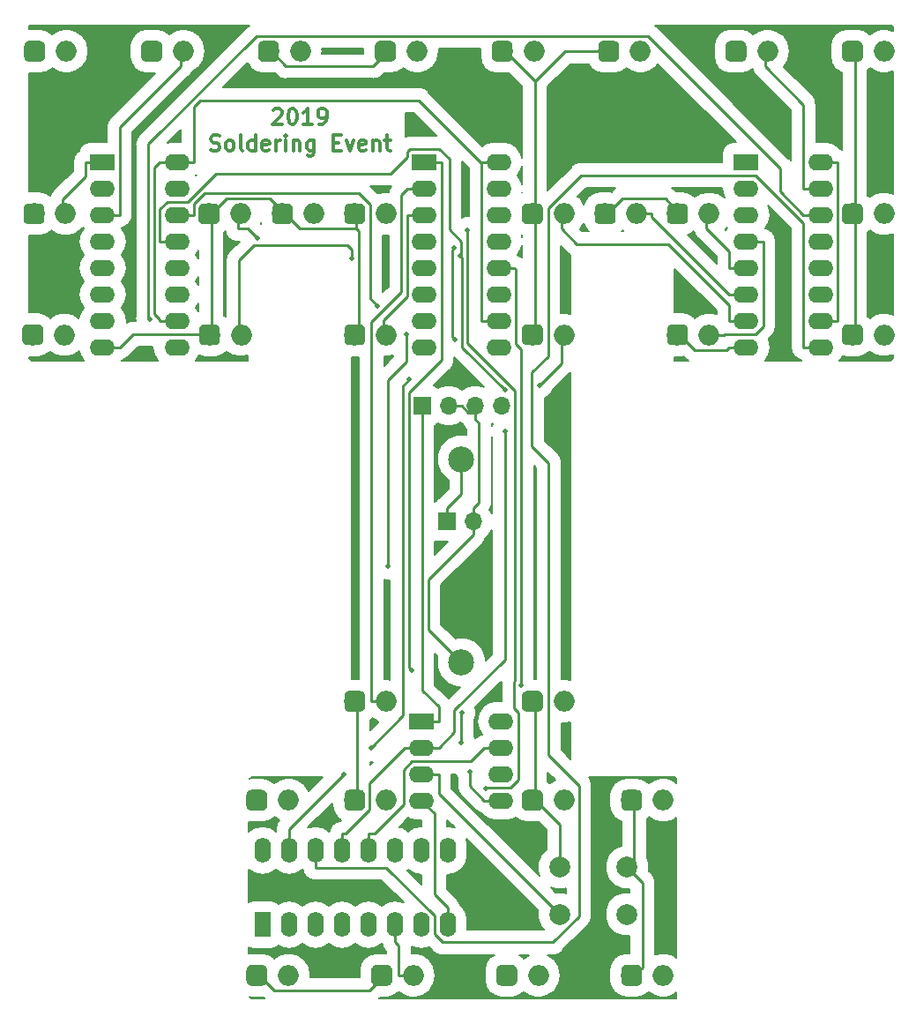
<source format=gbr>
G04 #@! TF.GenerationSoftware,KiCad,Pcbnew,(5.0.0)*
G04 #@! TF.CreationDate,2019-09-06T11:34:28-04:00*
G04 #@! TF.ProjectId,MiniTempleT,4D696E6954656D706C65542E6B696361,rev?*
G04 #@! TF.SameCoordinates,Original*
G04 #@! TF.FileFunction,Copper,L1,Top,Signal*
G04 #@! TF.FilePolarity,Positive*
%FSLAX46Y46*%
G04 Gerber Fmt 4.6, Leading zero omitted, Abs format (unit mm)*
G04 Created by KiCad (PCBNEW (5.0.0)) date 09/06/19 11:34:28*
%MOMM*%
%LPD*%
G01*
G04 APERTURE LIST*
G04 #@! TA.AperFunction,NonConductor*
%ADD10C,0.300000*%
G04 #@! TD*
G04 #@! TA.AperFunction,ComponentPad*
%ADD11O,2.000000X2.000000*%
G04 #@! TD*
G04 #@! TA.AperFunction,Conductor*
%ADD12C,0.100000*%
G04 #@! TD*
G04 #@! TA.AperFunction,ComponentPad*
%ADD13C,2.000000*%
G04 #@! TD*
G04 #@! TA.AperFunction,ComponentPad*
%ADD14C,2.500000*%
G04 #@! TD*
G04 #@! TA.AperFunction,ComponentPad*
%ADD15R,1.700000X1.700000*%
G04 #@! TD*
G04 #@! TA.AperFunction,ComponentPad*
%ADD16O,1.700000X1.700000*%
G04 #@! TD*
G04 #@! TA.AperFunction,ComponentPad*
%ADD17O,2.400000X1.600000*%
G04 #@! TD*
G04 #@! TA.AperFunction,ComponentPad*
%ADD18R,2.400000X1.600000*%
G04 #@! TD*
G04 #@! TA.AperFunction,ComponentPad*
%ADD19R,1.600000X2.400000*%
G04 #@! TD*
G04 #@! TA.AperFunction,ComponentPad*
%ADD20O,1.600000X2.400000*%
G04 #@! TD*
G04 #@! TA.AperFunction,ViaPad*
%ADD21C,0.500000*%
G04 #@! TD*
G04 #@! TA.AperFunction,Conductor*
%ADD22C,0.250000*%
G04 #@! TD*
G04 #@! TA.AperFunction,NonConductor*
%ADD23C,0.200000*%
G04 #@! TD*
G04 APERTURE END LIST*
D10*
X153128571Y-63646428D02*
X153200000Y-63575000D01*
X153342857Y-63503571D01*
X153700000Y-63503571D01*
X153842857Y-63575000D01*
X153914285Y-63646428D01*
X153985714Y-63789285D01*
X153985714Y-63932142D01*
X153914285Y-64146428D01*
X153057142Y-65003571D01*
X153985714Y-65003571D01*
X154914285Y-63503571D02*
X155057142Y-63503571D01*
X155200000Y-63575000D01*
X155271428Y-63646428D01*
X155342857Y-63789285D01*
X155414285Y-64075000D01*
X155414285Y-64432142D01*
X155342857Y-64717857D01*
X155271428Y-64860714D01*
X155200000Y-64932142D01*
X155057142Y-65003571D01*
X154914285Y-65003571D01*
X154771428Y-64932142D01*
X154700000Y-64860714D01*
X154628571Y-64717857D01*
X154557142Y-64432142D01*
X154557142Y-64075000D01*
X154628571Y-63789285D01*
X154700000Y-63646428D01*
X154771428Y-63575000D01*
X154914285Y-63503571D01*
X156842857Y-65003571D02*
X155985714Y-65003571D01*
X156414285Y-65003571D02*
X156414285Y-63503571D01*
X156271428Y-63717857D01*
X156128571Y-63860714D01*
X155985714Y-63932142D01*
X157557142Y-65003571D02*
X157842857Y-65003571D01*
X157985714Y-64932142D01*
X158057142Y-64860714D01*
X158200000Y-64646428D01*
X158271428Y-64360714D01*
X158271428Y-63789285D01*
X158200000Y-63646428D01*
X158128571Y-63575000D01*
X157985714Y-63503571D01*
X157700000Y-63503571D01*
X157557142Y-63575000D01*
X157485714Y-63646428D01*
X157414285Y-63789285D01*
X157414285Y-64146428D01*
X157485714Y-64289285D01*
X157557142Y-64360714D01*
X157700000Y-64432142D01*
X157985714Y-64432142D01*
X158128571Y-64360714D01*
X158200000Y-64289285D01*
X158271428Y-64146428D01*
X147128571Y-67482142D02*
X147342857Y-67553571D01*
X147700000Y-67553571D01*
X147842857Y-67482142D01*
X147914285Y-67410714D01*
X147985714Y-67267857D01*
X147985714Y-67125000D01*
X147914285Y-66982142D01*
X147842857Y-66910714D01*
X147700000Y-66839285D01*
X147414285Y-66767857D01*
X147271428Y-66696428D01*
X147200000Y-66625000D01*
X147128571Y-66482142D01*
X147128571Y-66339285D01*
X147200000Y-66196428D01*
X147271428Y-66125000D01*
X147414285Y-66053571D01*
X147771428Y-66053571D01*
X147985714Y-66125000D01*
X148842857Y-67553571D02*
X148700000Y-67482142D01*
X148628571Y-67410714D01*
X148557142Y-67267857D01*
X148557142Y-66839285D01*
X148628571Y-66696428D01*
X148700000Y-66625000D01*
X148842857Y-66553571D01*
X149057142Y-66553571D01*
X149200000Y-66625000D01*
X149271428Y-66696428D01*
X149342857Y-66839285D01*
X149342857Y-67267857D01*
X149271428Y-67410714D01*
X149200000Y-67482142D01*
X149057142Y-67553571D01*
X148842857Y-67553571D01*
X150200000Y-67553571D02*
X150057142Y-67482142D01*
X149985714Y-67339285D01*
X149985714Y-66053571D01*
X151414285Y-67553571D02*
X151414285Y-66053571D01*
X151414285Y-67482142D02*
X151271428Y-67553571D01*
X150985714Y-67553571D01*
X150842857Y-67482142D01*
X150771428Y-67410714D01*
X150700000Y-67267857D01*
X150700000Y-66839285D01*
X150771428Y-66696428D01*
X150842857Y-66625000D01*
X150985714Y-66553571D01*
X151271428Y-66553571D01*
X151414285Y-66625000D01*
X152700000Y-67482142D02*
X152557142Y-67553571D01*
X152271428Y-67553571D01*
X152128571Y-67482142D01*
X152057142Y-67339285D01*
X152057142Y-66767857D01*
X152128571Y-66625000D01*
X152271428Y-66553571D01*
X152557142Y-66553571D01*
X152700000Y-66625000D01*
X152771428Y-66767857D01*
X152771428Y-66910714D01*
X152057142Y-67053571D01*
X153414285Y-67553571D02*
X153414285Y-66553571D01*
X153414285Y-66839285D02*
X153485714Y-66696428D01*
X153557142Y-66625000D01*
X153700000Y-66553571D01*
X153842857Y-66553571D01*
X154342857Y-67553571D02*
X154342857Y-66553571D01*
X154342857Y-66053571D02*
X154271428Y-66125000D01*
X154342857Y-66196428D01*
X154414285Y-66125000D01*
X154342857Y-66053571D01*
X154342857Y-66196428D01*
X155057142Y-66553571D02*
X155057142Y-67553571D01*
X155057142Y-66696428D02*
X155128571Y-66625000D01*
X155271428Y-66553571D01*
X155485714Y-66553571D01*
X155628571Y-66625000D01*
X155700000Y-66767857D01*
X155700000Y-67553571D01*
X157057142Y-66553571D02*
X157057142Y-67767857D01*
X156985714Y-67910714D01*
X156914285Y-67982142D01*
X156771428Y-68053571D01*
X156557142Y-68053571D01*
X156414285Y-67982142D01*
X157057142Y-67482142D02*
X156914285Y-67553571D01*
X156628571Y-67553571D01*
X156485714Y-67482142D01*
X156414285Y-67410714D01*
X156342857Y-67267857D01*
X156342857Y-66839285D01*
X156414285Y-66696428D01*
X156485714Y-66625000D01*
X156628571Y-66553571D01*
X156914285Y-66553571D01*
X157057142Y-66625000D01*
X158914285Y-66767857D02*
X159414285Y-66767857D01*
X159628571Y-67553571D02*
X158914285Y-67553571D01*
X158914285Y-66053571D01*
X159628571Y-66053571D01*
X160128571Y-66553571D02*
X160485714Y-67553571D01*
X160842857Y-66553571D01*
X161985714Y-67482142D02*
X161842857Y-67553571D01*
X161557142Y-67553571D01*
X161414285Y-67482142D01*
X161342857Y-67339285D01*
X161342857Y-66767857D01*
X161414285Y-66625000D01*
X161557142Y-66553571D01*
X161842857Y-66553571D01*
X161985714Y-66625000D01*
X162057142Y-66767857D01*
X162057142Y-66910714D01*
X161342857Y-67053571D01*
X162700000Y-66553571D02*
X162700000Y-67553571D01*
X162700000Y-66696428D02*
X162771428Y-66625000D01*
X162914285Y-66553571D01*
X163128571Y-66553571D01*
X163271428Y-66625000D01*
X163342857Y-66767857D01*
X163342857Y-67553571D01*
X163842857Y-66553571D02*
X164414285Y-66553571D01*
X164057142Y-66053571D02*
X164057142Y-67339285D01*
X164128571Y-67482142D01*
X164271428Y-67553571D01*
X164414285Y-67553571D01*
D11*
G04 #@! TO.P,D17,2*
G04 #@! TO.N,Net-(D17-Pad2)*
X181050000Y-85217000D03*
D12*
G04 #@! TD*
G04 #@! TO.N,GND*
G04 #@! TO.C,D17*
G36*
X178559009Y-84219408D02*
X178607545Y-84226607D01*
X178655142Y-84238530D01*
X178701342Y-84255060D01*
X178745698Y-84276039D01*
X178787785Y-84301265D01*
X178827197Y-84330495D01*
X178863553Y-84363447D01*
X178896505Y-84399803D01*
X178925735Y-84439215D01*
X178950961Y-84481302D01*
X178971940Y-84525658D01*
X178988470Y-84571858D01*
X179000393Y-84619455D01*
X179007592Y-84667991D01*
X179010000Y-84717000D01*
X179010000Y-85717000D01*
X179007592Y-85766009D01*
X179000393Y-85814545D01*
X178988470Y-85862142D01*
X178971940Y-85908342D01*
X178950961Y-85952698D01*
X178925735Y-85994785D01*
X178896505Y-86034197D01*
X178863553Y-86070553D01*
X178827197Y-86103505D01*
X178787785Y-86132735D01*
X178745698Y-86157961D01*
X178701342Y-86178940D01*
X178655142Y-86195470D01*
X178607545Y-86207393D01*
X178559009Y-86214592D01*
X178510000Y-86217000D01*
X177510000Y-86217000D01*
X177460991Y-86214592D01*
X177412455Y-86207393D01*
X177364858Y-86195470D01*
X177318658Y-86178940D01*
X177274302Y-86157961D01*
X177232215Y-86132735D01*
X177192803Y-86103505D01*
X177156447Y-86070553D01*
X177123495Y-86034197D01*
X177094265Y-85994785D01*
X177069039Y-85952698D01*
X177048060Y-85908342D01*
X177031530Y-85862142D01*
X177019607Y-85814545D01*
X177012408Y-85766009D01*
X177010000Y-85717000D01*
X177010000Y-84717000D01*
X177012408Y-84667991D01*
X177019607Y-84619455D01*
X177031530Y-84571858D01*
X177048060Y-84525658D01*
X177069039Y-84481302D01*
X177094265Y-84439215D01*
X177123495Y-84399803D01*
X177156447Y-84363447D01*
X177192803Y-84330495D01*
X177232215Y-84301265D01*
X177274302Y-84276039D01*
X177318658Y-84255060D01*
X177364858Y-84238530D01*
X177412455Y-84226607D01*
X177460991Y-84219408D01*
X177510000Y-84217000D01*
X178510000Y-84217000D01*
X178559009Y-84219408D01*
X178559009Y-84219408D01*
G37*
D13*
G04 #@! TO.P,D17,1*
G04 #@! TO.N,GND*
X178010000Y-85217000D03*
G04 #@! TD*
G04 #@! TO.P,BTN1,2*
G04 #@! TO.N,Net-(BTN1-Pad2)*
X180615000Y-140840000D03*
G04 #@! TO.P,BTN1,1*
G04 #@! TO.N,GND*
X180615000Y-136340000D03*
G04 #@! TO.P,BTN1,2*
G04 #@! TO.N,Net-(BTN1-Pad2)*
X187115000Y-140840000D03*
G04 #@! TO.P,BTN1,1*
G04 #@! TO.N,GND*
X187115000Y-136340000D03*
G04 #@! TD*
D14*
G04 #@! TO.P,Battery1,2*
G04 #@! TO.N,Net-(Battery1-Pad2)*
X171196000Y-116669000D03*
G04 #@! TO.P,Battery1,1*
G04 #@! TO.N,GND*
X171196000Y-97169000D03*
G04 #@! TD*
D15*
G04 #@! TO.P,Power1,1*
G04 #@! TO.N,GND*
X169799000Y-103137000D03*
D16*
G04 #@! TO.P,Power1,2*
G04 #@! TO.N,Net-(Battery1-Pad2)*
X172339000Y-103137000D03*
G04 #@! TD*
D11*
G04 #@! TO.P,D1,2*
G04 #@! TO.N,Net-(D1-Pad2)*
X133073000Y-85217000D03*
D12*
G04 #@! TD*
G04 #@! TO.N,GND*
G04 #@! TO.C,D1*
G36*
X130582009Y-84219408D02*
X130630545Y-84226607D01*
X130678142Y-84238530D01*
X130724342Y-84255060D01*
X130768698Y-84276039D01*
X130810785Y-84301265D01*
X130850197Y-84330495D01*
X130886553Y-84363447D01*
X130919505Y-84399803D01*
X130948735Y-84439215D01*
X130973961Y-84481302D01*
X130994940Y-84525658D01*
X131011470Y-84571858D01*
X131023393Y-84619455D01*
X131030592Y-84667991D01*
X131033000Y-84717000D01*
X131033000Y-85717000D01*
X131030592Y-85766009D01*
X131023393Y-85814545D01*
X131011470Y-85862142D01*
X130994940Y-85908342D01*
X130973961Y-85952698D01*
X130948735Y-85994785D01*
X130919505Y-86034197D01*
X130886553Y-86070553D01*
X130850197Y-86103505D01*
X130810785Y-86132735D01*
X130768698Y-86157961D01*
X130724342Y-86178940D01*
X130678142Y-86195470D01*
X130630545Y-86207393D01*
X130582009Y-86214592D01*
X130533000Y-86217000D01*
X129533000Y-86217000D01*
X129483991Y-86214592D01*
X129435455Y-86207393D01*
X129387858Y-86195470D01*
X129341658Y-86178940D01*
X129297302Y-86157961D01*
X129255215Y-86132735D01*
X129215803Y-86103505D01*
X129179447Y-86070553D01*
X129146495Y-86034197D01*
X129117265Y-85994785D01*
X129092039Y-85952698D01*
X129071060Y-85908342D01*
X129054530Y-85862142D01*
X129042607Y-85814545D01*
X129035408Y-85766009D01*
X129033000Y-85717000D01*
X129033000Y-84717000D01*
X129035408Y-84667991D01*
X129042607Y-84619455D01*
X129054530Y-84571858D01*
X129071060Y-84525658D01*
X129092039Y-84481302D01*
X129117265Y-84439215D01*
X129146495Y-84399803D01*
X129179447Y-84363447D01*
X129215803Y-84330495D01*
X129255215Y-84301265D01*
X129297302Y-84276039D01*
X129341658Y-84255060D01*
X129387858Y-84238530D01*
X129435455Y-84226607D01*
X129483991Y-84219408D01*
X129533000Y-84217000D01*
X130533000Y-84217000D01*
X130582009Y-84219408D01*
X130582009Y-84219408D01*
G37*
D13*
G04 #@! TO.P,D1,1*
G04 #@! TO.N,GND*
X130033000Y-85217000D03*
G04 #@! TD*
D11*
G04 #@! TO.P,D2,2*
G04 #@! TO.N,Net-(D2-Pad2)*
X133190000Y-73600000D03*
D12*
G04 #@! TD*
G04 #@! TO.N,GND*
G04 #@! TO.C,D2*
G36*
X130699009Y-72602408D02*
X130747545Y-72609607D01*
X130795142Y-72621530D01*
X130841342Y-72638060D01*
X130885698Y-72659039D01*
X130927785Y-72684265D01*
X130967197Y-72713495D01*
X131003553Y-72746447D01*
X131036505Y-72782803D01*
X131065735Y-72822215D01*
X131090961Y-72864302D01*
X131111940Y-72908658D01*
X131128470Y-72954858D01*
X131140393Y-73002455D01*
X131147592Y-73050991D01*
X131150000Y-73100000D01*
X131150000Y-74100000D01*
X131147592Y-74149009D01*
X131140393Y-74197545D01*
X131128470Y-74245142D01*
X131111940Y-74291342D01*
X131090961Y-74335698D01*
X131065735Y-74377785D01*
X131036505Y-74417197D01*
X131003553Y-74453553D01*
X130967197Y-74486505D01*
X130927785Y-74515735D01*
X130885698Y-74540961D01*
X130841342Y-74561940D01*
X130795142Y-74578470D01*
X130747545Y-74590393D01*
X130699009Y-74597592D01*
X130650000Y-74600000D01*
X129650000Y-74600000D01*
X129600991Y-74597592D01*
X129552455Y-74590393D01*
X129504858Y-74578470D01*
X129458658Y-74561940D01*
X129414302Y-74540961D01*
X129372215Y-74515735D01*
X129332803Y-74486505D01*
X129296447Y-74453553D01*
X129263495Y-74417197D01*
X129234265Y-74377785D01*
X129209039Y-74335698D01*
X129188060Y-74291342D01*
X129171530Y-74245142D01*
X129159607Y-74197545D01*
X129152408Y-74149009D01*
X129150000Y-74100000D01*
X129150000Y-73100000D01*
X129152408Y-73050991D01*
X129159607Y-73002455D01*
X129171530Y-72954858D01*
X129188060Y-72908658D01*
X129209039Y-72864302D01*
X129234265Y-72822215D01*
X129263495Y-72782803D01*
X129296447Y-72746447D01*
X129332803Y-72713495D01*
X129372215Y-72684265D01*
X129414302Y-72659039D01*
X129458658Y-72638060D01*
X129504858Y-72621530D01*
X129552455Y-72609607D01*
X129600991Y-72602408D01*
X129650000Y-72600000D01*
X130650000Y-72600000D01*
X130699009Y-72602408D01*
X130699009Y-72602408D01*
G37*
D13*
G04 #@! TO.P,D2,1*
G04 #@! TO.N,GND*
X130150000Y-73600000D03*
G04 #@! TD*
D11*
G04 #@! TO.P,D3,2*
G04 #@! TO.N,Net-(D3-Pad2)*
X133250000Y-58000000D03*
D12*
G04 #@! TD*
G04 #@! TO.N,GND*
G04 #@! TO.C,D3*
G36*
X130759009Y-57002408D02*
X130807545Y-57009607D01*
X130855142Y-57021530D01*
X130901342Y-57038060D01*
X130945698Y-57059039D01*
X130987785Y-57084265D01*
X131027197Y-57113495D01*
X131063553Y-57146447D01*
X131096505Y-57182803D01*
X131125735Y-57222215D01*
X131150961Y-57264302D01*
X131171940Y-57308658D01*
X131188470Y-57354858D01*
X131200393Y-57402455D01*
X131207592Y-57450991D01*
X131210000Y-57500000D01*
X131210000Y-58500000D01*
X131207592Y-58549009D01*
X131200393Y-58597545D01*
X131188470Y-58645142D01*
X131171940Y-58691342D01*
X131150961Y-58735698D01*
X131125735Y-58777785D01*
X131096505Y-58817197D01*
X131063553Y-58853553D01*
X131027197Y-58886505D01*
X130987785Y-58915735D01*
X130945698Y-58940961D01*
X130901342Y-58961940D01*
X130855142Y-58978470D01*
X130807545Y-58990393D01*
X130759009Y-58997592D01*
X130710000Y-59000000D01*
X129710000Y-59000000D01*
X129660991Y-58997592D01*
X129612455Y-58990393D01*
X129564858Y-58978470D01*
X129518658Y-58961940D01*
X129474302Y-58940961D01*
X129432215Y-58915735D01*
X129392803Y-58886505D01*
X129356447Y-58853553D01*
X129323495Y-58817197D01*
X129294265Y-58777785D01*
X129269039Y-58735698D01*
X129248060Y-58691342D01*
X129231530Y-58645142D01*
X129219607Y-58597545D01*
X129212408Y-58549009D01*
X129210000Y-58500000D01*
X129210000Y-57500000D01*
X129212408Y-57450991D01*
X129219607Y-57402455D01*
X129231530Y-57354858D01*
X129248060Y-57308658D01*
X129269039Y-57264302D01*
X129294265Y-57222215D01*
X129323495Y-57182803D01*
X129356447Y-57146447D01*
X129392803Y-57113495D01*
X129432215Y-57084265D01*
X129474302Y-57059039D01*
X129518658Y-57038060D01*
X129564858Y-57021530D01*
X129612455Y-57009607D01*
X129660991Y-57002408D01*
X129710000Y-57000000D01*
X130710000Y-57000000D01*
X130759009Y-57002408D01*
X130759009Y-57002408D01*
G37*
D13*
G04 #@! TO.P,D3,1*
G04 #@! TO.N,GND*
X130210000Y-58000000D03*
G04 #@! TD*
D11*
G04 #@! TO.P,D4,2*
G04 #@! TO.N,Net-(D4-Pad2)*
X144500000Y-58000000D03*
D12*
G04 #@! TD*
G04 #@! TO.N,GND*
G04 #@! TO.C,D4*
G36*
X142009009Y-57002408D02*
X142057545Y-57009607D01*
X142105142Y-57021530D01*
X142151342Y-57038060D01*
X142195698Y-57059039D01*
X142237785Y-57084265D01*
X142277197Y-57113495D01*
X142313553Y-57146447D01*
X142346505Y-57182803D01*
X142375735Y-57222215D01*
X142400961Y-57264302D01*
X142421940Y-57308658D01*
X142438470Y-57354858D01*
X142450393Y-57402455D01*
X142457592Y-57450991D01*
X142460000Y-57500000D01*
X142460000Y-58500000D01*
X142457592Y-58549009D01*
X142450393Y-58597545D01*
X142438470Y-58645142D01*
X142421940Y-58691342D01*
X142400961Y-58735698D01*
X142375735Y-58777785D01*
X142346505Y-58817197D01*
X142313553Y-58853553D01*
X142277197Y-58886505D01*
X142237785Y-58915735D01*
X142195698Y-58940961D01*
X142151342Y-58961940D01*
X142105142Y-58978470D01*
X142057545Y-58990393D01*
X142009009Y-58997592D01*
X141960000Y-59000000D01*
X140960000Y-59000000D01*
X140910991Y-58997592D01*
X140862455Y-58990393D01*
X140814858Y-58978470D01*
X140768658Y-58961940D01*
X140724302Y-58940961D01*
X140682215Y-58915735D01*
X140642803Y-58886505D01*
X140606447Y-58853553D01*
X140573495Y-58817197D01*
X140544265Y-58777785D01*
X140519039Y-58735698D01*
X140498060Y-58691342D01*
X140481530Y-58645142D01*
X140469607Y-58597545D01*
X140462408Y-58549009D01*
X140460000Y-58500000D01*
X140460000Y-57500000D01*
X140462408Y-57450991D01*
X140469607Y-57402455D01*
X140481530Y-57354858D01*
X140498060Y-57308658D01*
X140519039Y-57264302D01*
X140544265Y-57222215D01*
X140573495Y-57182803D01*
X140606447Y-57146447D01*
X140642803Y-57113495D01*
X140682215Y-57084265D01*
X140724302Y-57059039D01*
X140768658Y-57038060D01*
X140814858Y-57021530D01*
X140862455Y-57009607D01*
X140910991Y-57002408D01*
X140960000Y-57000000D01*
X141960000Y-57000000D01*
X142009009Y-57002408D01*
X142009009Y-57002408D01*
G37*
D13*
G04 #@! TO.P,D4,1*
G04 #@! TO.N,GND*
X141460000Y-58000000D03*
G04 #@! TD*
D11*
G04 #@! TO.P,D5,2*
G04 #@! TO.N,Net-(D5-Pad2)*
X155720000Y-58000000D03*
D12*
G04 #@! TD*
G04 #@! TO.N,GND*
G04 #@! TO.C,D5*
G36*
X153229009Y-57002408D02*
X153277545Y-57009607D01*
X153325142Y-57021530D01*
X153371342Y-57038060D01*
X153415698Y-57059039D01*
X153457785Y-57084265D01*
X153497197Y-57113495D01*
X153533553Y-57146447D01*
X153566505Y-57182803D01*
X153595735Y-57222215D01*
X153620961Y-57264302D01*
X153641940Y-57308658D01*
X153658470Y-57354858D01*
X153670393Y-57402455D01*
X153677592Y-57450991D01*
X153680000Y-57500000D01*
X153680000Y-58500000D01*
X153677592Y-58549009D01*
X153670393Y-58597545D01*
X153658470Y-58645142D01*
X153641940Y-58691342D01*
X153620961Y-58735698D01*
X153595735Y-58777785D01*
X153566505Y-58817197D01*
X153533553Y-58853553D01*
X153497197Y-58886505D01*
X153457785Y-58915735D01*
X153415698Y-58940961D01*
X153371342Y-58961940D01*
X153325142Y-58978470D01*
X153277545Y-58990393D01*
X153229009Y-58997592D01*
X153180000Y-59000000D01*
X152180000Y-59000000D01*
X152130991Y-58997592D01*
X152082455Y-58990393D01*
X152034858Y-58978470D01*
X151988658Y-58961940D01*
X151944302Y-58940961D01*
X151902215Y-58915735D01*
X151862803Y-58886505D01*
X151826447Y-58853553D01*
X151793495Y-58817197D01*
X151764265Y-58777785D01*
X151739039Y-58735698D01*
X151718060Y-58691342D01*
X151701530Y-58645142D01*
X151689607Y-58597545D01*
X151682408Y-58549009D01*
X151680000Y-58500000D01*
X151680000Y-57500000D01*
X151682408Y-57450991D01*
X151689607Y-57402455D01*
X151701530Y-57354858D01*
X151718060Y-57308658D01*
X151739039Y-57264302D01*
X151764265Y-57222215D01*
X151793495Y-57182803D01*
X151826447Y-57146447D01*
X151862803Y-57113495D01*
X151902215Y-57084265D01*
X151944302Y-57059039D01*
X151988658Y-57038060D01*
X152034858Y-57021530D01*
X152082455Y-57009607D01*
X152130991Y-57002408D01*
X152180000Y-57000000D01*
X153180000Y-57000000D01*
X153229009Y-57002408D01*
X153229009Y-57002408D01*
G37*
D13*
G04 #@! TO.P,D5,1*
G04 #@! TO.N,GND*
X152680000Y-58000000D03*
G04 #@! TD*
D11*
G04 #@! TO.P,D6,2*
G04 #@! TO.N,Net-(D6-Pad2)*
X166940000Y-58000000D03*
D12*
G04 #@! TD*
G04 #@! TO.N,GND*
G04 #@! TO.C,D6*
G36*
X164449009Y-57002408D02*
X164497545Y-57009607D01*
X164545142Y-57021530D01*
X164591342Y-57038060D01*
X164635698Y-57059039D01*
X164677785Y-57084265D01*
X164717197Y-57113495D01*
X164753553Y-57146447D01*
X164786505Y-57182803D01*
X164815735Y-57222215D01*
X164840961Y-57264302D01*
X164861940Y-57308658D01*
X164878470Y-57354858D01*
X164890393Y-57402455D01*
X164897592Y-57450991D01*
X164900000Y-57500000D01*
X164900000Y-58500000D01*
X164897592Y-58549009D01*
X164890393Y-58597545D01*
X164878470Y-58645142D01*
X164861940Y-58691342D01*
X164840961Y-58735698D01*
X164815735Y-58777785D01*
X164786505Y-58817197D01*
X164753553Y-58853553D01*
X164717197Y-58886505D01*
X164677785Y-58915735D01*
X164635698Y-58940961D01*
X164591342Y-58961940D01*
X164545142Y-58978470D01*
X164497545Y-58990393D01*
X164449009Y-58997592D01*
X164400000Y-59000000D01*
X163400000Y-59000000D01*
X163350991Y-58997592D01*
X163302455Y-58990393D01*
X163254858Y-58978470D01*
X163208658Y-58961940D01*
X163164302Y-58940961D01*
X163122215Y-58915735D01*
X163082803Y-58886505D01*
X163046447Y-58853553D01*
X163013495Y-58817197D01*
X162984265Y-58777785D01*
X162959039Y-58735698D01*
X162938060Y-58691342D01*
X162921530Y-58645142D01*
X162909607Y-58597545D01*
X162902408Y-58549009D01*
X162900000Y-58500000D01*
X162900000Y-57500000D01*
X162902408Y-57450991D01*
X162909607Y-57402455D01*
X162921530Y-57354858D01*
X162938060Y-57308658D01*
X162959039Y-57264302D01*
X162984265Y-57222215D01*
X163013495Y-57182803D01*
X163046447Y-57146447D01*
X163082803Y-57113495D01*
X163122215Y-57084265D01*
X163164302Y-57059039D01*
X163208658Y-57038060D01*
X163254858Y-57021530D01*
X163302455Y-57009607D01*
X163350991Y-57002408D01*
X163400000Y-57000000D01*
X164400000Y-57000000D01*
X164449009Y-57002408D01*
X164449009Y-57002408D01*
G37*
D13*
G04 #@! TO.P,D6,1*
G04 #@! TO.N,GND*
X163900000Y-58000000D03*
G04 #@! TD*
D11*
G04 #@! TO.P,D7,2*
G04 #@! TO.N,Net-(D7-Pad2)*
X178160000Y-58000000D03*
D12*
G04 #@! TD*
G04 #@! TO.N,GND*
G04 #@! TO.C,D7*
G36*
X175669009Y-57002408D02*
X175717545Y-57009607D01*
X175765142Y-57021530D01*
X175811342Y-57038060D01*
X175855698Y-57059039D01*
X175897785Y-57084265D01*
X175937197Y-57113495D01*
X175973553Y-57146447D01*
X176006505Y-57182803D01*
X176035735Y-57222215D01*
X176060961Y-57264302D01*
X176081940Y-57308658D01*
X176098470Y-57354858D01*
X176110393Y-57402455D01*
X176117592Y-57450991D01*
X176120000Y-57500000D01*
X176120000Y-58500000D01*
X176117592Y-58549009D01*
X176110393Y-58597545D01*
X176098470Y-58645142D01*
X176081940Y-58691342D01*
X176060961Y-58735698D01*
X176035735Y-58777785D01*
X176006505Y-58817197D01*
X175973553Y-58853553D01*
X175937197Y-58886505D01*
X175897785Y-58915735D01*
X175855698Y-58940961D01*
X175811342Y-58961940D01*
X175765142Y-58978470D01*
X175717545Y-58990393D01*
X175669009Y-58997592D01*
X175620000Y-59000000D01*
X174620000Y-59000000D01*
X174570991Y-58997592D01*
X174522455Y-58990393D01*
X174474858Y-58978470D01*
X174428658Y-58961940D01*
X174384302Y-58940961D01*
X174342215Y-58915735D01*
X174302803Y-58886505D01*
X174266447Y-58853553D01*
X174233495Y-58817197D01*
X174204265Y-58777785D01*
X174179039Y-58735698D01*
X174158060Y-58691342D01*
X174141530Y-58645142D01*
X174129607Y-58597545D01*
X174122408Y-58549009D01*
X174120000Y-58500000D01*
X174120000Y-57500000D01*
X174122408Y-57450991D01*
X174129607Y-57402455D01*
X174141530Y-57354858D01*
X174158060Y-57308658D01*
X174179039Y-57264302D01*
X174204265Y-57222215D01*
X174233495Y-57182803D01*
X174266447Y-57146447D01*
X174302803Y-57113495D01*
X174342215Y-57084265D01*
X174384302Y-57059039D01*
X174428658Y-57038060D01*
X174474858Y-57021530D01*
X174522455Y-57009607D01*
X174570991Y-57002408D01*
X174620000Y-57000000D01*
X175620000Y-57000000D01*
X175669009Y-57002408D01*
X175669009Y-57002408D01*
G37*
D13*
G04 #@! TO.P,D7,1*
G04 #@! TO.N,GND*
X175120000Y-58000000D03*
G04 #@! TD*
D11*
G04 #@! TO.P,D8,2*
G04 #@! TO.N,Net-(D8-Pad2)*
X188380000Y-58000000D03*
D12*
G04 #@! TD*
G04 #@! TO.N,GND*
G04 #@! TO.C,D8*
G36*
X185889009Y-57002408D02*
X185937545Y-57009607D01*
X185985142Y-57021530D01*
X186031342Y-57038060D01*
X186075698Y-57059039D01*
X186117785Y-57084265D01*
X186157197Y-57113495D01*
X186193553Y-57146447D01*
X186226505Y-57182803D01*
X186255735Y-57222215D01*
X186280961Y-57264302D01*
X186301940Y-57308658D01*
X186318470Y-57354858D01*
X186330393Y-57402455D01*
X186337592Y-57450991D01*
X186340000Y-57500000D01*
X186340000Y-58500000D01*
X186337592Y-58549009D01*
X186330393Y-58597545D01*
X186318470Y-58645142D01*
X186301940Y-58691342D01*
X186280961Y-58735698D01*
X186255735Y-58777785D01*
X186226505Y-58817197D01*
X186193553Y-58853553D01*
X186157197Y-58886505D01*
X186117785Y-58915735D01*
X186075698Y-58940961D01*
X186031342Y-58961940D01*
X185985142Y-58978470D01*
X185937545Y-58990393D01*
X185889009Y-58997592D01*
X185840000Y-59000000D01*
X184840000Y-59000000D01*
X184790991Y-58997592D01*
X184742455Y-58990393D01*
X184694858Y-58978470D01*
X184648658Y-58961940D01*
X184604302Y-58940961D01*
X184562215Y-58915735D01*
X184522803Y-58886505D01*
X184486447Y-58853553D01*
X184453495Y-58817197D01*
X184424265Y-58777785D01*
X184399039Y-58735698D01*
X184378060Y-58691342D01*
X184361530Y-58645142D01*
X184349607Y-58597545D01*
X184342408Y-58549009D01*
X184340000Y-58500000D01*
X184340000Y-57500000D01*
X184342408Y-57450991D01*
X184349607Y-57402455D01*
X184361530Y-57354858D01*
X184378060Y-57308658D01*
X184399039Y-57264302D01*
X184424265Y-57222215D01*
X184453495Y-57182803D01*
X184486447Y-57146447D01*
X184522803Y-57113495D01*
X184562215Y-57084265D01*
X184604302Y-57059039D01*
X184648658Y-57038060D01*
X184694858Y-57021530D01*
X184742455Y-57009607D01*
X184790991Y-57002408D01*
X184840000Y-57000000D01*
X185840000Y-57000000D01*
X185889009Y-57002408D01*
X185889009Y-57002408D01*
G37*
D13*
G04 #@! TO.P,D8,1*
G04 #@! TO.N,GND*
X185340000Y-58000000D03*
G04 #@! TD*
D11*
G04 #@! TO.P,D9,2*
G04 #@! TO.N,Net-(D9-Pad2)*
X200600000Y-58000000D03*
D12*
G04 #@! TD*
G04 #@! TO.N,GND*
G04 #@! TO.C,D9*
G36*
X198109009Y-57002408D02*
X198157545Y-57009607D01*
X198205142Y-57021530D01*
X198251342Y-57038060D01*
X198295698Y-57059039D01*
X198337785Y-57084265D01*
X198377197Y-57113495D01*
X198413553Y-57146447D01*
X198446505Y-57182803D01*
X198475735Y-57222215D01*
X198500961Y-57264302D01*
X198521940Y-57308658D01*
X198538470Y-57354858D01*
X198550393Y-57402455D01*
X198557592Y-57450991D01*
X198560000Y-57500000D01*
X198560000Y-58500000D01*
X198557592Y-58549009D01*
X198550393Y-58597545D01*
X198538470Y-58645142D01*
X198521940Y-58691342D01*
X198500961Y-58735698D01*
X198475735Y-58777785D01*
X198446505Y-58817197D01*
X198413553Y-58853553D01*
X198377197Y-58886505D01*
X198337785Y-58915735D01*
X198295698Y-58940961D01*
X198251342Y-58961940D01*
X198205142Y-58978470D01*
X198157545Y-58990393D01*
X198109009Y-58997592D01*
X198060000Y-59000000D01*
X197060000Y-59000000D01*
X197010991Y-58997592D01*
X196962455Y-58990393D01*
X196914858Y-58978470D01*
X196868658Y-58961940D01*
X196824302Y-58940961D01*
X196782215Y-58915735D01*
X196742803Y-58886505D01*
X196706447Y-58853553D01*
X196673495Y-58817197D01*
X196644265Y-58777785D01*
X196619039Y-58735698D01*
X196598060Y-58691342D01*
X196581530Y-58645142D01*
X196569607Y-58597545D01*
X196562408Y-58549009D01*
X196560000Y-58500000D01*
X196560000Y-57500000D01*
X196562408Y-57450991D01*
X196569607Y-57402455D01*
X196581530Y-57354858D01*
X196598060Y-57308658D01*
X196619039Y-57264302D01*
X196644265Y-57222215D01*
X196673495Y-57182803D01*
X196706447Y-57146447D01*
X196742803Y-57113495D01*
X196782215Y-57084265D01*
X196824302Y-57059039D01*
X196868658Y-57038060D01*
X196914858Y-57021530D01*
X196962455Y-57009607D01*
X197010991Y-57002408D01*
X197060000Y-57000000D01*
X198060000Y-57000000D01*
X198109009Y-57002408D01*
X198109009Y-57002408D01*
G37*
D13*
G04 #@! TO.P,D9,1*
G04 #@! TO.N,GND*
X197560000Y-58000000D03*
G04 #@! TD*
D11*
G04 #@! TO.P,D10,2*
G04 #@! TO.N,Net-(D10-Pad2)*
X211790000Y-58000000D03*
D12*
G04 #@! TD*
G04 #@! TO.N,GND*
G04 #@! TO.C,D10*
G36*
X209299009Y-57002408D02*
X209347545Y-57009607D01*
X209395142Y-57021530D01*
X209441342Y-57038060D01*
X209485698Y-57059039D01*
X209527785Y-57084265D01*
X209567197Y-57113495D01*
X209603553Y-57146447D01*
X209636505Y-57182803D01*
X209665735Y-57222215D01*
X209690961Y-57264302D01*
X209711940Y-57308658D01*
X209728470Y-57354858D01*
X209740393Y-57402455D01*
X209747592Y-57450991D01*
X209750000Y-57500000D01*
X209750000Y-58500000D01*
X209747592Y-58549009D01*
X209740393Y-58597545D01*
X209728470Y-58645142D01*
X209711940Y-58691342D01*
X209690961Y-58735698D01*
X209665735Y-58777785D01*
X209636505Y-58817197D01*
X209603553Y-58853553D01*
X209567197Y-58886505D01*
X209527785Y-58915735D01*
X209485698Y-58940961D01*
X209441342Y-58961940D01*
X209395142Y-58978470D01*
X209347545Y-58990393D01*
X209299009Y-58997592D01*
X209250000Y-59000000D01*
X208250000Y-59000000D01*
X208200991Y-58997592D01*
X208152455Y-58990393D01*
X208104858Y-58978470D01*
X208058658Y-58961940D01*
X208014302Y-58940961D01*
X207972215Y-58915735D01*
X207932803Y-58886505D01*
X207896447Y-58853553D01*
X207863495Y-58817197D01*
X207834265Y-58777785D01*
X207809039Y-58735698D01*
X207788060Y-58691342D01*
X207771530Y-58645142D01*
X207759607Y-58597545D01*
X207752408Y-58549009D01*
X207750000Y-58500000D01*
X207750000Y-57500000D01*
X207752408Y-57450991D01*
X207759607Y-57402455D01*
X207771530Y-57354858D01*
X207788060Y-57308658D01*
X207809039Y-57264302D01*
X207834265Y-57222215D01*
X207863495Y-57182803D01*
X207896447Y-57146447D01*
X207932803Y-57113495D01*
X207972215Y-57084265D01*
X208014302Y-57059039D01*
X208058658Y-57038060D01*
X208104858Y-57021530D01*
X208152455Y-57009607D01*
X208200991Y-57002408D01*
X208250000Y-57000000D01*
X209250000Y-57000000D01*
X209299009Y-57002408D01*
X209299009Y-57002408D01*
G37*
D13*
G04 #@! TO.P,D10,1*
G04 #@! TO.N,GND*
X208750000Y-58000000D03*
G04 #@! TD*
D11*
G04 #@! TO.P,D11,2*
G04 #@! TO.N,Net-(D11-Pad2)*
X211790000Y-73600000D03*
D12*
G04 #@! TD*
G04 #@! TO.N,GND*
G04 #@! TO.C,D11*
G36*
X209299009Y-72602408D02*
X209347545Y-72609607D01*
X209395142Y-72621530D01*
X209441342Y-72638060D01*
X209485698Y-72659039D01*
X209527785Y-72684265D01*
X209567197Y-72713495D01*
X209603553Y-72746447D01*
X209636505Y-72782803D01*
X209665735Y-72822215D01*
X209690961Y-72864302D01*
X209711940Y-72908658D01*
X209728470Y-72954858D01*
X209740393Y-73002455D01*
X209747592Y-73050991D01*
X209750000Y-73100000D01*
X209750000Y-74100000D01*
X209747592Y-74149009D01*
X209740393Y-74197545D01*
X209728470Y-74245142D01*
X209711940Y-74291342D01*
X209690961Y-74335698D01*
X209665735Y-74377785D01*
X209636505Y-74417197D01*
X209603553Y-74453553D01*
X209567197Y-74486505D01*
X209527785Y-74515735D01*
X209485698Y-74540961D01*
X209441342Y-74561940D01*
X209395142Y-74578470D01*
X209347545Y-74590393D01*
X209299009Y-74597592D01*
X209250000Y-74600000D01*
X208250000Y-74600000D01*
X208200991Y-74597592D01*
X208152455Y-74590393D01*
X208104858Y-74578470D01*
X208058658Y-74561940D01*
X208014302Y-74540961D01*
X207972215Y-74515735D01*
X207932803Y-74486505D01*
X207896447Y-74453553D01*
X207863495Y-74417197D01*
X207834265Y-74377785D01*
X207809039Y-74335698D01*
X207788060Y-74291342D01*
X207771530Y-74245142D01*
X207759607Y-74197545D01*
X207752408Y-74149009D01*
X207750000Y-74100000D01*
X207750000Y-73100000D01*
X207752408Y-73050991D01*
X207759607Y-73002455D01*
X207771530Y-72954858D01*
X207788060Y-72908658D01*
X207809039Y-72864302D01*
X207834265Y-72822215D01*
X207863495Y-72782803D01*
X207896447Y-72746447D01*
X207932803Y-72713495D01*
X207972215Y-72684265D01*
X208014302Y-72659039D01*
X208058658Y-72638060D01*
X208104858Y-72621530D01*
X208152455Y-72609607D01*
X208200991Y-72602408D01*
X208250000Y-72600000D01*
X209250000Y-72600000D01*
X209299009Y-72602408D01*
X209299009Y-72602408D01*
G37*
D13*
G04 #@! TO.P,D11,1*
G04 #@! TO.N,GND*
X208750000Y-73600000D03*
G04 #@! TD*
D11*
G04 #@! TO.P,D12,2*
G04 #@! TO.N,Net-(D12-Pad2)*
X211790000Y-85217000D03*
D12*
G04 #@! TD*
G04 #@! TO.N,GND*
G04 #@! TO.C,D12*
G36*
X209299009Y-84219408D02*
X209347545Y-84226607D01*
X209395142Y-84238530D01*
X209441342Y-84255060D01*
X209485698Y-84276039D01*
X209527785Y-84301265D01*
X209567197Y-84330495D01*
X209603553Y-84363447D01*
X209636505Y-84399803D01*
X209665735Y-84439215D01*
X209690961Y-84481302D01*
X209711940Y-84525658D01*
X209728470Y-84571858D01*
X209740393Y-84619455D01*
X209747592Y-84667991D01*
X209750000Y-84717000D01*
X209750000Y-85717000D01*
X209747592Y-85766009D01*
X209740393Y-85814545D01*
X209728470Y-85862142D01*
X209711940Y-85908342D01*
X209690961Y-85952698D01*
X209665735Y-85994785D01*
X209636505Y-86034197D01*
X209603553Y-86070553D01*
X209567197Y-86103505D01*
X209527785Y-86132735D01*
X209485698Y-86157961D01*
X209441342Y-86178940D01*
X209395142Y-86195470D01*
X209347545Y-86207393D01*
X209299009Y-86214592D01*
X209250000Y-86217000D01*
X208250000Y-86217000D01*
X208200991Y-86214592D01*
X208152455Y-86207393D01*
X208104858Y-86195470D01*
X208058658Y-86178940D01*
X208014302Y-86157961D01*
X207972215Y-86132735D01*
X207932803Y-86103505D01*
X207896447Y-86070553D01*
X207863495Y-86034197D01*
X207834265Y-85994785D01*
X207809039Y-85952698D01*
X207788060Y-85908342D01*
X207771530Y-85862142D01*
X207759607Y-85814545D01*
X207752408Y-85766009D01*
X207750000Y-85717000D01*
X207750000Y-84717000D01*
X207752408Y-84667991D01*
X207759607Y-84619455D01*
X207771530Y-84571858D01*
X207788060Y-84525658D01*
X207809039Y-84481302D01*
X207834265Y-84439215D01*
X207863495Y-84399803D01*
X207896447Y-84363447D01*
X207932803Y-84330495D01*
X207972215Y-84301265D01*
X208014302Y-84276039D01*
X208058658Y-84255060D01*
X208104858Y-84238530D01*
X208152455Y-84226607D01*
X208200991Y-84219408D01*
X208250000Y-84217000D01*
X209250000Y-84217000D01*
X209299009Y-84219408D01*
X209299009Y-84219408D01*
G37*
D13*
G04 #@! TO.P,D12,1*
G04 #@! TO.N,GND*
X208750000Y-85217000D03*
G04 #@! TD*
D11*
G04 #@! TO.P,D13,2*
G04 #@! TO.N,Net-(D13-Pad2)*
X194990000Y-85217000D03*
D12*
G04 #@! TD*
G04 #@! TO.N,GND*
G04 #@! TO.C,D13*
G36*
X192499009Y-84219408D02*
X192547545Y-84226607D01*
X192595142Y-84238530D01*
X192641342Y-84255060D01*
X192685698Y-84276039D01*
X192727785Y-84301265D01*
X192767197Y-84330495D01*
X192803553Y-84363447D01*
X192836505Y-84399803D01*
X192865735Y-84439215D01*
X192890961Y-84481302D01*
X192911940Y-84525658D01*
X192928470Y-84571858D01*
X192940393Y-84619455D01*
X192947592Y-84667991D01*
X192950000Y-84717000D01*
X192950000Y-85717000D01*
X192947592Y-85766009D01*
X192940393Y-85814545D01*
X192928470Y-85862142D01*
X192911940Y-85908342D01*
X192890961Y-85952698D01*
X192865735Y-85994785D01*
X192836505Y-86034197D01*
X192803553Y-86070553D01*
X192767197Y-86103505D01*
X192727785Y-86132735D01*
X192685698Y-86157961D01*
X192641342Y-86178940D01*
X192595142Y-86195470D01*
X192547545Y-86207393D01*
X192499009Y-86214592D01*
X192450000Y-86217000D01*
X191450000Y-86217000D01*
X191400991Y-86214592D01*
X191352455Y-86207393D01*
X191304858Y-86195470D01*
X191258658Y-86178940D01*
X191214302Y-86157961D01*
X191172215Y-86132735D01*
X191132803Y-86103505D01*
X191096447Y-86070553D01*
X191063495Y-86034197D01*
X191034265Y-85994785D01*
X191009039Y-85952698D01*
X190988060Y-85908342D01*
X190971530Y-85862142D01*
X190959607Y-85814545D01*
X190952408Y-85766009D01*
X190950000Y-85717000D01*
X190950000Y-84717000D01*
X190952408Y-84667991D01*
X190959607Y-84619455D01*
X190971530Y-84571858D01*
X190988060Y-84525658D01*
X191009039Y-84481302D01*
X191034265Y-84439215D01*
X191063495Y-84399803D01*
X191096447Y-84363447D01*
X191132803Y-84330495D01*
X191172215Y-84301265D01*
X191214302Y-84276039D01*
X191258658Y-84255060D01*
X191304858Y-84238530D01*
X191352455Y-84226607D01*
X191400991Y-84219408D01*
X191450000Y-84217000D01*
X192450000Y-84217000D01*
X192499009Y-84219408D01*
X192499009Y-84219408D01*
G37*
D13*
G04 #@! TO.P,D13,1*
G04 #@! TO.N,GND*
X191950000Y-85217000D03*
G04 #@! TD*
D11*
G04 #@! TO.P,D14,2*
G04 #@! TO.N,Net-(D14-Pad2)*
X194990000Y-73600000D03*
D12*
G04 #@! TD*
G04 #@! TO.N,GND*
G04 #@! TO.C,D14*
G36*
X192499009Y-72602408D02*
X192547545Y-72609607D01*
X192595142Y-72621530D01*
X192641342Y-72638060D01*
X192685698Y-72659039D01*
X192727785Y-72684265D01*
X192767197Y-72713495D01*
X192803553Y-72746447D01*
X192836505Y-72782803D01*
X192865735Y-72822215D01*
X192890961Y-72864302D01*
X192911940Y-72908658D01*
X192928470Y-72954858D01*
X192940393Y-73002455D01*
X192947592Y-73050991D01*
X192950000Y-73100000D01*
X192950000Y-74100000D01*
X192947592Y-74149009D01*
X192940393Y-74197545D01*
X192928470Y-74245142D01*
X192911940Y-74291342D01*
X192890961Y-74335698D01*
X192865735Y-74377785D01*
X192836505Y-74417197D01*
X192803553Y-74453553D01*
X192767197Y-74486505D01*
X192727785Y-74515735D01*
X192685698Y-74540961D01*
X192641342Y-74561940D01*
X192595142Y-74578470D01*
X192547545Y-74590393D01*
X192499009Y-74597592D01*
X192450000Y-74600000D01*
X191450000Y-74600000D01*
X191400991Y-74597592D01*
X191352455Y-74590393D01*
X191304858Y-74578470D01*
X191258658Y-74561940D01*
X191214302Y-74540961D01*
X191172215Y-74515735D01*
X191132803Y-74486505D01*
X191096447Y-74453553D01*
X191063495Y-74417197D01*
X191034265Y-74377785D01*
X191009039Y-74335698D01*
X190988060Y-74291342D01*
X190971530Y-74245142D01*
X190959607Y-74197545D01*
X190952408Y-74149009D01*
X190950000Y-74100000D01*
X190950000Y-73100000D01*
X190952408Y-73050991D01*
X190959607Y-73002455D01*
X190971530Y-72954858D01*
X190988060Y-72908658D01*
X191009039Y-72864302D01*
X191034265Y-72822215D01*
X191063495Y-72782803D01*
X191096447Y-72746447D01*
X191132803Y-72713495D01*
X191172215Y-72684265D01*
X191214302Y-72659039D01*
X191258658Y-72638060D01*
X191304858Y-72621530D01*
X191352455Y-72609607D01*
X191400991Y-72602408D01*
X191450000Y-72600000D01*
X192450000Y-72600000D01*
X192499009Y-72602408D01*
X192499009Y-72602408D01*
G37*
D13*
G04 #@! TO.P,D14,1*
G04 #@! TO.N,GND*
X191950000Y-73600000D03*
G04 #@! TD*
D11*
G04 #@! TO.P,D15,2*
G04 #@! TO.N,Net-(D15-Pad2)*
X188050000Y-73600000D03*
D12*
G04 #@! TD*
G04 #@! TO.N,GND*
G04 #@! TO.C,D15*
G36*
X185559009Y-72602408D02*
X185607545Y-72609607D01*
X185655142Y-72621530D01*
X185701342Y-72638060D01*
X185745698Y-72659039D01*
X185787785Y-72684265D01*
X185827197Y-72713495D01*
X185863553Y-72746447D01*
X185896505Y-72782803D01*
X185925735Y-72822215D01*
X185950961Y-72864302D01*
X185971940Y-72908658D01*
X185988470Y-72954858D01*
X186000393Y-73002455D01*
X186007592Y-73050991D01*
X186010000Y-73100000D01*
X186010000Y-74100000D01*
X186007592Y-74149009D01*
X186000393Y-74197545D01*
X185988470Y-74245142D01*
X185971940Y-74291342D01*
X185950961Y-74335698D01*
X185925735Y-74377785D01*
X185896505Y-74417197D01*
X185863553Y-74453553D01*
X185827197Y-74486505D01*
X185787785Y-74515735D01*
X185745698Y-74540961D01*
X185701342Y-74561940D01*
X185655142Y-74578470D01*
X185607545Y-74590393D01*
X185559009Y-74597592D01*
X185510000Y-74600000D01*
X184510000Y-74600000D01*
X184460991Y-74597592D01*
X184412455Y-74590393D01*
X184364858Y-74578470D01*
X184318658Y-74561940D01*
X184274302Y-74540961D01*
X184232215Y-74515735D01*
X184192803Y-74486505D01*
X184156447Y-74453553D01*
X184123495Y-74417197D01*
X184094265Y-74377785D01*
X184069039Y-74335698D01*
X184048060Y-74291342D01*
X184031530Y-74245142D01*
X184019607Y-74197545D01*
X184012408Y-74149009D01*
X184010000Y-74100000D01*
X184010000Y-73100000D01*
X184012408Y-73050991D01*
X184019607Y-73002455D01*
X184031530Y-72954858D01*
X184048060Y-72908658D01*
X184069039Y-72864302D01*
X184094265Y-72822215D01*
X184123495Y-72782803D01*
X184156447Y-72746447D01*
X184192803Y-72713495D01*
X184232215Y-72684265D01*
X184274302Y-72659039D01*
X184318658Y-72638060D01*
X184364858Y-72621530D01*
X184412455Y-72609607D01*
X184460991Y-72602408D01*
X184510000Y-72600000D01*
X185510000Y-72600000D01*
X185559009Y-72602408D01*
X185559009Y-72602408D01*
G37*
D13*
G04 #@! TO.P,D15,1*
G04 #@! TO.N,GND*
X185010000Y-73600000D03*
G04 #@! TD*
D11*
G04 #@! TO.P,D16,2*
G04 #@! TO.N,Net-(D16-Pad2)*
X181050000Y-73600000D03*
D12*
G04 #@! TD*
G04 #@! TO.N,GND*
G04 #@! TO.C,D16*
G36*
X178559009Y-72602408D02*
X178607545Y-72609607D01*
X178655142Y-72621530D01*
X178701342Y-72638060D01*
X178745698Y-72659039D01*
X178787785Y-72684265D01*
X178827197Y-72713495D01*
X178863553Y-72746447D01*
X178896505Y-72782803D01*
X178925735Y-72822215D01*
X178950961Y-72864302D01*
X178971940Y-72908658D01*
X178988470Y-72954858D01*
X179000393Y-73002455D01*
X179007592Y-73050991D01*
X179010000Y-73100000D01*
X179010000Y-74100000D01*
X179007592Y-74149009D01*
X179000393Y-74197545D01*
X178988470Y-74245142D01*
X178971940Y-74291342D01*
X178950961Y-74335698D01*
X178925735Y-74377785D01*
X178896505Y-74417197D01*
X178863553Y-74453553D01*
X178827197Y-74486505D01*
X178787785Y-74515735D01*
X178745698Y-74540961D01*
X178701342Y-74561940D01*
X178655142Y-74578470D01*
X178607545Y-74590393D01*
X178559009Y-74597592D01*
X178510000Y-74600000D01*
X177510000Y-74600000D01*
X177460991Y-74597592D01*
X177412455Y-74590393D01*
X177364858Y-74578470D01*
X177318658Y-74561940D01*
X177274302Y-74540961D01*
X177232215Y-74515735D01*
X177192803Y-74486505D01*
X177156447Y-74453553D01*
X177123495Y-74417197D01*
X177094265Y-74377785D01*
X177069039Y-74335698D01*
X177048060Y-74291342D01*
X177031530Y-74245142D01*
X177019607Y-74197545D01*
X177012408Y-74149009D01*
X177010000Y-74100000D01*
X177010000Y-73100000D01*
X177012408Y-73050991D01*
X177019607Y-73002455D01*
X177031530Y-72954858D01*
X177048060Y-72908658D01*
X177069039Y-72864302D01*
X177094265Y-72822215D01*
X177123495Y-72782803D01*
X177156447Y-72746447D01*
X177192803Y-72713495D01*
X177232215Y-72684265D01*
X177274302Y-72659039D01*
X177318658Y-72638060D01*
X177364858Y-72621530D01*
X177412455Y-72609607D01*
X177460991Y-72602408D01*
X177510000Y-72600000D01*
X178510000Y-72600000D01*
X178559009Y-72602408D01*
X178559009Y-72602408D01*
G37*
D13*
G04 #@! TO.P,D16,1*
G04 #@! TO.N,GND*
X178010000Y-73600000D03*
G04 #@! TD*
D11*
G04 #@! TO.P,D18,2*
G04 #@! TO.N,Net-(D18-Pad2)*
X181050000Y-120400000D03*
D12*
G04 #@! TD*
G04 #@! TO.N,GND*
G04 #@! TO.C,D18*
G36*
X178559009Y-119402408D02*
X178607545Y-119409607D01*
X178655142Y-119421530D01*
X178701342Y-119438060D01*
X178745698Y-119459039D01*
X178787785Y-119484265D01*
X178827197Y-119513495D01*
X178863553Y-119546447D01*
X178896505Y-119582803D01*
X178925735Y-119622215D01*
X178950961Y-119664302D01*
X178971940Y-119708658D01*
X178988470Y-119754858D01*
X179000393Y-119802455D01*
X179007592Y-119850991D01*
X179010000Y-119900000D01*
X179010000Y-120900000D01*
X179007592Y-120949009D01*
X179000393Y-120997545D01*
X178988470Y-121045142D01*
X178971940Y-121091342D01*
X178950961Y-121135698D01*
X178925735Y-121177785D01*
X178896505Y-121217197D01*
X178863553Y-121253553D01*
X178827197Y-121286505D01*
X178787785Y-121315735D01*
X178745698Y-121340961D01*
X178701342Y-121361940D01*
X178655142Y-121378470D01*
X178607545Y-121390393D01*
X178559009Y-121397592D01*
X178510000Y-121400000D01*
X177510000Y-121400000D01*
X177460991Y-121397592D01*
X177412455Y-121390393D01*
X177364858Y-121378470D01*
X177318658Y-121361940D01*
X177274302Y-121340961D01*
X177232215Y-121315735D01*
X177192803Y-121286505D01*
X177156447Y-121253553D01*
X177123495Y-121217197D01*
X177094265Y-121177785D01*
X177069039Y-121135698D01*
X177048060Y-121091342D01*
X177031530Y-121045142D01*
X177019607Y-120997545D01*
X177012408Y-120949009D01*
X177010000Y-120900000D01*
X177010000Y-119900000D01*
X177012408Y-119850991D01*
X177019607Y-119802455D01*
X177031530Y-119754858D01*
X177048060Y-119708658D01*
X177069039Y-119664302D01*
X177094265Y-119622215D01*
X177123495Y-119582803D01*
X177156447Y-119546447D01*
X177192803Y-119513495D01*
X177232215Y-119484265D01*
X177274302Y-119459039D01*
X177318658Y-119438060D01*
X177364858Y-119421530D01*
X177412455Y-119409607D01*
X177460991Y-119402408D01*
X177510000Y-119400000D01*
X178510000Y-119400000D01*
X178559009Y-119402408D01*
X178559009Y-119402408D01*
G37*
D13*
G04 #@! TO.P,D18,1*
G04 #@! TO.N,GND*
X178010000Y-120400000D03*
G04 #@! TD*
D11*
G04 #@! TO.P,D19,2*
G04 #@! TO.N,Net-(D19-Pad2)*
X181050000Y-129900000D03*
D12*
G04 #@! TD*
G04 #@! TO.N,GND*
G04 #@! TO.C,D19*
G36*
X178559009Y-128902408D02*
X178607545Y-128909607D01*
X178655142Y-128921530D01*
X178701342Y-128938060D01*
X178745698Y-128959039D01*
X178787785Y-128984265D01*
X178827197Y-129013495D01*
X178863553Y-129046447D01*
X178896505Y-129082803D01*
X178925735Y-129122215D01*
X178950961Y-129164302D01*
X178971940Y-129208658D01*
X178988470Y-129254858D01*
X179000393Y-129302455D01*
X179007592Y-129350991D01*
X179010000Y-129400000D01*
X179010000Y-130400000D01*
X179007592Y-130449009D01*
X179000393Y-130497545D01*
X178988470Y-130545142D01*
X178971940Y-130591342D01*
X178950961Y-130635698D01*
X178925735Y-130677785D01*
X178896505Y-130717197D01*
X178863553Y-130753553D01*
X178827197Y-130786505D01*
X178787785Y-130815735D01*
X178745698Y-130840961D01*
X178701342Y-130861940D01*
X178655142Y-130878470D01*
X178607545Y-130890393D01*
X178559009Y-130897592D01*
X178510000Y-130900000D01*
X177510000Y-130900000D01*
X177460991Y-130897592D01*
X177412455Y-130890393D01*
X177364858Y-130878470D01*
X177318658Y-130861940D01*
X177274302Y-130840961D01*
X177232215Y-130815735D01*
X177192803Y-130786505D01*
X177156447Y-130753553D01*
X177123495Y-130717197D01*
X177094265Y-130677785D01*
X177069039Y-130635698D01*
X177048060Y-130591342D01*
X177031530Y-130545142D01*
X177019607Y-130497545D01*
X177012408Y-130449009D01*
X177010000Y-130400000D01*
X177010000Y-129400000D01*
X177012408Y-129350991D01*
X177019607Y-129302455D01*
X177031530Y-129254858D01*
X177048060Y-129208658D01*
X177069039Y-129164302D01*
X177094265Y-129122215D01*
X177123495Y-129082803D01*
X177156447Y-129046447D01*
X177192803Y-129013495D01*
X177232215Y-128984265D01*
X177274302Y-128959039D01*
X177318658Y-128938060D01*
X177364858Y-128921530D01*
X177412455Y-128909607D01*
X177460991Y-128902408D01*
X177510000Y-128900000D01*
X178510000Y-128900000D01*
X178559009Y-128902408D01*
X178559009Y-128902408D01*
G37*
D13*
G04 #@! TO.P,D19,1*
G04 #@! TO.N,GND*
X178010000Y-129900000D03*
G04 #@! TD*
D11*
G04 #@! TO.P,D20,2*
G04 #@! TO.N,Net-(D20-Pad2)*
X190590000Y-129900000D03*
D12*
G04 #@! TD*
G04 #@! TO.N,GND*
G04 #@! TO.C,D20*
G36*
X188099009Y-128902408D02*
X188147545Y-128909607D01*
X188195142Y-128921530D01*
X188241342Y-128938060D01*
X188285698Y-128959039D01*
X188327785Y-128984265D01*
X188367197Y-129013495D01*
X188403553Y-129046447D01*
X188436505Y-129082803D01*
X188465735Y-129122215D01*
X188490961Y-129164302D01*
X188511940Y-129208658D01*
X188528470Y-129254858D01*
X188540393Y-129302455D01*
X188547592Y-129350991D01*
X188550000Y-129400000D01*
X188550000Y-130400000D01*
X188547592Y-130449009D01*
X188540393Y-130497545D01*
X188528470Y-130545142D01*
X188511940Y-130591342D01*
X188490961Y-130635698D01*
X188465735Y-130677785D01*
X188436505Y-130717197D01*
X188403553Y-130753553D01*
X188367197Y-130786505D01*
X188327785Y-130815735D01*
X188285698Y-130840961D01*
X188241342Y-130861940D01*
X188195142Y-130878470D01*
X188147545Y-130890393D01*
X188099009Y-130897592D01*
X188050000Y-130900000D01*
X187050000Y-130900000D01*
X187000991Y-130897592D01*
X186952455Y-130890393D01*
X186904858Y-130878470D01*
X186858658Y-130861940D01*
X186814302Y-130840961D01*
X186772215Y-130815735D01*
X186732803Y-130786505D01*
X186696447Y-130753553D01*
X186663495Y-130717197D01*
X186634265Y-130677785D01*
X186609039Y-130635698D01*
X186588060Y-130591342D01*
X186571530Y-130545142D01*
X186559607Y-130497545D01*
X186552408Y-130449009D01*
X186550000Y-130400000D01*
X186550000Y-129400000D01*
X186552408Y-129350991D01*
X186559607Y-129302455D01*
X186571530Y-129254858D01*
X186588060Y-129208658D01*
X186609039Y-129164302D01*
X186634265Y-129122215D01*
X186663495Y-129082803D01*
X186696447Y-129046447D01*
X186732803Y-129013495D01*
X186772215Y-128984265D01*
X186814302Y-128959039D01*
X186858658Y-128938060D01*
X186904858Y-128921530D01*
X186952455Y-128909607D01*
X187000991Y-128902408D01*
X187050000Y-128900000D01*
X188050000Y-128900000D01*
X188099009Y-128902408D01*
X188099009Y-128902408D01*
G37*
D13*
G04 #@! TO.P,D20,1*
G04 #@! TO.N,GND*
X187550000Y-129900000D03*
G04 #@! TD*
D11*
G04 #@! TO.P,D21,2*
G04 #@! TO.N,Net-(D21-Pad2)*
X190590000Y-146700000D03*
D12*
G04 #@! TD*
G04 #@! TO.N,GND*
G04 #@! TO.C,D21*
G36*
X188099009Y-145702408D02*
X188147545Y-145709607D01*
X188195142Y-145721530D01*
X188241342Y-145738060D01*
X188285698Y-145759039D01*
X188327785Y-145784265D01*
X188367197Y-145813495D01*
X188403553Y-145846447D01*
X188436505Y-145882803D01*
X188465735Y-145922215D01*
X188490961Y-145964302D01*
X188511940Y-146008658D01*
X188528470Y-146054858D01*
X188540393Y-146102455D01*
X188547592Y-146150991D01*
X188550000Y-146200000D01*
X188550000Y-147200000D01*
X188547592Y-147249009D01*
X188540393Y-147297545D01*
X188528470Y-147345142D01*
X188511940Y-147391342D01*
X188490961Y-147435698D01*
X188465735Y-147477785D01*
X188436505Y-147517197D01*
X188403553Y-147553553D01*
X188367197Y-147586505D01*
X188327785Y-147615735D01*
X188285698Y-147640961D01*
X188241342Y-147661940D01*
X188195142Y-147678470D01*
X188147545Y-147690393D01*
X188099009Y-147697592D01*
X188050000Y-147700000D01*
X187050000Y-147700000D01*
X187000991Y-147697592D01*
X186952455Y-147690393D01*
X186904858Y-147678470D01*
X186858658Y-147661940D01*
X186814302Y-147640961D01*
X186772215Y-147615735D01*
X186732803Y-147586505D01*
X186696447Y-147553553D01*
X186663495Y-147517197D01*
X186634265Y-147477785D01*
X186609039Y-147435698D01*
X186588060Y-147391342D01*
X186571530Y-147345142D01*
X186559607Y-147297545D01*
X186552408Y-147249009D01*
X186550000Y-147200000D01*
X186550000Y-146200000D01*
X186552408Y-146150991D01*
X186559607Y-146102455D01*
X186571530Y-146054858D01*
X186588060Y-146008658D01*
X186609039Y-145964302D01*
X186634265Y-145922215D01*
X186663495Y-145882803D01*
X186696447Y-145846447D01*
X186732803Y-145813495D01*
X186772215Y-145784265D01*
X186814302Y-145759039D01*
X186858658Y-145738060D01*
X186904858Y-145721530D01*
X186952455Y-145709607D01*
X187000991Y-145702408D01*
X187050000Y-145700000D01*
X188050000Y-145700000D01*
X188099009Y-145702408D01*
X188099009Y-145702408D01*
G37*
D13*
G04 #@! TO.P,D21,1*
G04 #@! TO.N,GND*
X187550000Y-146700000D03*
G04 #@! TD*
D11*
G04 #@! TO.P,D22,2*
G04 #@! TO.N,Net-(D22-Pad2)*
X178590000Y-146700000D03*
D12*
G04 #@! TD*
G04 #@! TO.N,GND*
G04 #@! TO.C,D22*
G36*
X176099009Y-145702408D02*
X176147545Y-145709607D01*
X176195142Y-145721530D01*
X176241342Y-145738060D01*
X176285698Y-145759039D01*
X176327785Y-145784265D01*
X176367197Y-145813495D01*
X176403553Y-145846447D01*
X176436505Y-145882803D01*
X176465735Y-145922215D01*
X176490961Y-145964302D01*
X176511940Y-146008658D01*
X176528470Y-146054858D01*
X176540393Y-146102455D01*
X176547592Y-146150991D01*
X176550000Y-146200000D01*
X176550000Y-147200000D01*
X176547592Y-147249009D01*
X176540393Y-147297545D01*
X176528470Y-147345142D01*
X176511940Y-147391342D01*
X176490961Y-147435698D01*
X176465735Y-147477785D01*
X176436505Y-147517197D01*
X176403553Y-147553553D01*
X176367197Y-147586505D01*
X176327785Y-147615735D01*
X176285698Y-147640961D01*
X176241342Y-147661940D01*
X176195142Y-147678470D01*
X176147545Y-147690393D01*
X176099009Y-147697592D01*
X176050000Y-147700000D01*
X175050000Y-147700000D01*
X175000991Y-147697592D01*
X174952455Y-147690393D01*
X174904858Y-147678470D01*
X174858658Y-147661940D01*
X174814302Y-147640961D01*
X174772215Y-147615735D01*
X174732803Y-147586505D01*
X174696447Y-147553553D01*
X174663495Y-147517197D01*
X174634265Y-147477785D01*
X174609039Y-147435698D01*
X174588060Y-147391342D01*
X174571530Y-147345142D01*
X174559607Y-147297545D01*
X174552408Y-147249009D01*
X174550000Y-147200000D01*
X174550000Y-146200000D01*
X174552408Y-146150991D01*
X174559607Y-146102455D01*
X174571530Y-146054858D01*
X174588060Y-146008658D01*
X174609039Y-145964302D01*
X174634265Y-145922215D01*
X174663495Y-145882803D01*
X174696447Y-145846447D01*
X174732803Y-145813495D01*
X174772215Y-145784265D01*
X174814302Y-145759039D01*
X174858658Y-145738060D01*
X174904858Y-145721530D01*
X174952455Y-145709607D01*
X175000991Y-145702408D01*
X175050000Y-145700000D01*
X176050000Y-145700000D01*
X176099009Y-145702408D01*
X176099009Y-145702408D01*
G37*
D13*
G04 #@! TO.P,D22,1*
G04 #@! TO.N,GND*
X175550000Y-146700000D03*
G04 #@! TD*
D11*
G04 #@! TO.P,D23,2*
G04 #@! TO.N,Net-(D23-Pad2)*
X166590000Y-146700000D03*
D12*
G04 #@! TD*
G04 #@! TO.N,GND*
G04 #@! TO.C,D23*
G36*
X164099009Y-145702408D02*
X164147545Y-145709607D01*
X164195142Y-145721530D01*
X164241342Y-145738060D01*
X164285698Y-145759039D01*
X164327785Y-145784265D01*
X164367197Y-145813495D01*
X164403553Y-145846447D01*
X164436505Y-145882803D01*
X164465735Y-145922215D01*
X164490961Y-145964302D01*
X164511940Y-146008658D01*
X164528470Y-146054858D01*
X164540393Y-146102455D01*
X164547592Y-146150991D01*
X164550000Y-146200000D01*
X164550000Y-147200000D01*
X164547592Y-147249009D01*
X164540393Y-147297545D01*
X164528470Y-147345142D01*
X164511940Y-147391342D01*
X164490961Y-147435698D01*
X164465735Y-147477785D01*
X164436505Y-147517197D01*
X164403553Y-147553553D01*
X164367197Y-147586505D01*
X164327785Y-147615735D01*
X164285698Y-147640961D01*
X164241342Y-147661940D01*
X164195142Y-147678470D01*
X164147545Y-147690393D01*
X164099009Y-147697592D01*
X164050000Y-147700000D01*
X163050000Y-147700000D01*
X163000991Y-147697592D01*
X162952455Y-147690393D01*
X162904858Y-147678470D01*
X162858658Y-147661940D01*
X162814302Y-147640961D01*
X162772215Y-147615735D01*
X162732803Y-147586505D01*
X162696447Y-147553553D01*
X162663495Y-147517197D01*
X162634265Y-147477785D01*
X162609039Y-147435698D01*
X162588060Y-147391342D01*
X162571530Y-147345142D01*
X162559607Y-147297545D01*
X162552408Y-147249009D01*
X162550000Y-147200000D01*
X162550000Y-146200000D01*
X162552408Y-146150991D01*
X162559607Y-146102455D01*
X162571530Y-146054858D01*
X162588060Y-146008658D01*
X162609039Y-145964302D01*
X162634265Y-145922215D01*
X162663495Y-145882803D01*
X162696447Y-145846447D01*
X162732803Y-145813495D01*
X162772215Y-145784265D01*
X162814302Y-145759039D01*
X162858658Y-145738060D01*
X162904858Y-145721530D01*
X162952455Y-145709607D01*
X163000991Y-145702408D01*
X163050000Y-145700000D01*
X164050000Y-145700000D01*
X164099009Y-145702408D01*
X164099009Y-145702408D01*
G37*
D13*
G04 #@! TO.P,D23,1*
G04 #@! TO.N,GND*
X163550000Y-146700000D03*
G04 #@! TD*
D11*
G04 #@! TO.P,D24,2*
G04 #@! TO.N,Net-(D24-Pad2)*
X154590000Y-146700000D03*
D12*
G04 #@! TD*
G04 #@! TO.N,GND*
G04 #@! TO.C,D24*
G36*
X152099009Y-145702408D02*
X152147545Y-145709607D01*
X152195142Y-145721530D01*
X152241342Y-145738060D01*
X152285698Y-145759039D01*
X152327785Y-145784265D01*
X152367197Y-145813495D01*
X152403553Y-145846447D01*
X152436505Y-145882803D01*
X152465735Y-145922215D01*
X152490961Y-145964302D01*
X152511940Y-146008658D01*
X152528470Y-146054858D01*
X152540393Y-146102455D01*
X152547592Y-146150991D01*
X152550000Y-146200000D01*
X152550000Y-147200000D01*
X152547592Y-147249009D01*
X152540393Y-147297545D01*
X152528470Y-147345142D01*
X152511940Y-147391342D01*
X152490961Y-147435698D01*
X152465735Y-147477785D01*
X152436505Y-147517197D01*
X152403553Y-147553553D01*
X152367197Y-147586505D01*
X152327785Y-147615735D01*
X152285698Y-147640961D01*
X152241342Y-147661940D01*
X152195142Y-147678470D01*
X152147545Y-147690393D01*
X152099009Y-147697592D01*
X152050000Y-147700000D01*
X151050000Y-147700000D01*
X151000991Y-147697592D01*
X150952455Y-147690393D01*
X150904858Y-147678470D01*
X150858658Y-147661940D01*
X150814302Y-147640961D01*
X150772215Y-147615735D01*
X150732803Y-147586505D01*
X150696447Y-147553553D01*
X150663495Y-147517197D01*
X150634265Y-147477785D01*
X150609039Y-147435698D01*
X150588060Y-147391342D01*
X150571530Y-147345142D01*
X150559607Y-147297545D01*
X150552408Y-147249009D01*
X150550000Y-147200000D01*
X150550000Y-146200000D01*
X150552408Y-146150991D01*
X150559607Y-146102455D01*
X150571530Y-146054858D01*
X150588060Y-146008658D01*
X150609039Y-145964302D01*
X150634265Y-145922215D01*
X150663495Y-145882803D01*
X150696447Y-145846447D01*
X150732803Y-145813495D01*
X150772215Y-145784265D01*
X150814302Y-145759039D01*
X150858658Y-145738060D01*
X150904858Y-145721530D01*
X150952455Y-145709607D01*
X151000991Y-145702408D01*
X151050000Y-145700000D01*
X152050000Y-145700000D01*
X152099009Y-145702408D01*
X152099009Y-145702408D01*
G37*
D13*
G04 #@! TO.P,D24,1*
G04 #@! TO.N,GND*
X151550000Y-146700000D03*
G04 #@! TD*
D11*
G04 #@! TO.P,D25,2*
G04 #@! TO.N,Net-(D25-Pad2)*
X154590000Y-129900000D03*
D12*
G04 #@! TD*
G04 #@! TO.N,GND*
G04 #@! TO.C,D25*
G36*
X152099009Y-128902408D02*
X152147545Y-128909607D01*
X152195142Y-128921530D01*
X152241342Y-128938060D01*
X152285698Y-128959039D01*
X152327785Y-128984265D01*
X152367197Y-129013495D01*
X152403553Y-129046447D01*
X152436505Y-129082803D01*
X152465735Y-129122215D01*
X152490961Y-129164302D01*
X152511940Y-129208658D01*
X152528470Y-129254858D01*
X152540393Y-129302455D01*
X152547592Y-129350991D01*
X152550000Y-129400000D01*
X152550000Y-130400000D01*
X152547592Y-130449009D01*
X152540393Y-130497545D01*
X152528470Y-130545142D01*
X152511940Y-130591342D01*
X152490961Y-130635698D01*
X152465735Y-130677785D01*
X152436505Y-130717197D01*
X152403553Y-130753553D01*
X152367197Y-130786505D01*
X152327785Y-130815735D01*
X152285698Y-130840961D01*
X152241342Y-130861940D01*
X152195142Y-130878470D01*
X152147545Y-130890393D01*
X152099009Y-130897592D01*
X152050000Y-130900000D01*
X151050000Y-130900000D01*
X151000991Y-130897592D01*
X150952455Y-130890393D01*
X150904858Y-130878470D01*
X150858658Y-130861940D01*
X150814302Y-130840961D01*
X150772215Y-130815735D01*
X150732803Y-130786505D01*
X150696447Y-130753553D01*
X150663495Y-130717197D01*
X150634265Y-130677785D01*
X150609039Y-130635698D01*
X150588060Y-130591342D01*
X150571530Y-130545142D01*
X150559607Y-130497545D01*
X150552408Y-130449009D01*
X150550000Y-130400000D01*
X150550000Y-129400000D01*
X150552408Y-129350991D01*
X150559607Y-129302455D01*
X150571530Y-129254858D01*
X150588060Y-129208658D01*
X150609039Y-129164302D01*
X150634265Y-129122215D01*
X150663495Y-129082803D01*
X150696447Y-129046447D01*
X150732803Y-129013495D01*
X150772215Y-128984265D01*
X150814302Y-128959039D01*
X150858658Y-128938060D01*
X150904858Y-128921530D01*
X150952455Y-128909607D01*
X151000991Y-128902408D01*
X151050000Y-128900000D01*
X152050000Y-128900000D01*
X152099009Y-128902408D01*
X152099009Y-128902408D01*
G37*
D13*
G04 #@! TO.P,D25,1*
G04 #@! TO.N,GND*
X151550000Y-129900000D03*
G04 #@! TD*
D11*
G04 #@! TO.P,D26,2*
G04 #@! TO.N,Net-(D26-Pad2)*
X163990000Y-129900000D03*
D12*
G04 #@! TD*
G04 #@! TO.N,GND*
G04 #@! TO.C,D26*
G36*
X161499009Y-128902408D02*
X161547545Y-128909607D01*
X161595142Y-128921530D01*
X161641342Y-128938060D01*
X161685698Y-128959039D01*
X161727785Y-128984265D01*
X161767197Y-129013495D01*
X161803553Y-129046447D01*
X161836505Y-129082803D01*
X161865735Y-129122215D01*
X161890961Y-129164302D01*
X161911940Y-129208658D01*
X161928470Y-129254858D01*
X161940393Y-129302455D01*
X161947592Y-129350991D01*
X161950000Y-129400000D01*
X161950000Y-130400000D01*
X161947592Y-130449009D01*
X161940393Y-130497545D01*
X161928470Y-130545142D01*
X161911940Y-130591342D01*
X161890961Y-130635698D01*
X161865735Y-130677785D01*
X161836505Y-130717197D01*
X161803553Y-130753553D01*
X161767197Y-130786505D01*
X161727785Y-130815735D01*
X161685698Y-130840961D01*
X161641342Y-130861940D01*
X161595142Y-130878470D01*
X161547545Y-130890393D01*
X161499009Y-130897592D01*
X161450000Y-130900000D01*
X160450000Y-130900000D01*
X160400991Y-130897592D01*
X160352455Y-130890393D01*
X160304858Y-130878470D01*
X160258658Y-130861940D01*
X160214302Y-130840961D01*
X160172215Y-130815735D01*
X160132803Y-130786505D01*
X160096447Y-130753553D01*
X160063495Y-130717197D01*
X160034265Y-130677785D01*
X160009039Y-130635698D01*
X159988060Y-130591342D01*
X159971530Y-130545142D01*
X159959607Y-130497545D01*
X159952408Y-130449009D01*
X159950000Y-130400000D01*
X159950000Y-129400000D01*
X159952408Y-129350991D01*
X159959607Y-129302455D01*
X159971530Y-129254858D01*
X159988060Y-129208658D01*
X160009039Y-129164302D01*
X160034265Y-129122215D01*
X160063495Y-129082803D01*
X160096447Y-129046447D01*
X160132803Y-129013495D01*
X160172215Y-128984265D01*
X160214302Y-128959039D01*
X160258658Y-128938060D01*
X160304858Y-128921530D01*
X160352455Y-128909607D01*
X160400991Y-128902408D01*
X160450000Y-128900000D01*
X161450000Y-128900000D01*
X161499009Y-128902408D01*
X161499009Y-128902408D01*
G37*
D13*
G04 #@! TO.P,D26,1*
G04 #@! TO.N,GND*
X160950000Y-129900000D03*
G04 #@! TD*
D11*
G04 #@! TO.P,D27,2*
G04 #@! TO.N,Net-(D27-Pad2)*
X163990000Y-120400000D03*
D12*
G04 #@! TD*
G04 #@! TO.N,GND*
G04 #@! TO.C,D27*
G36*
X161499009Y-119402408D02*
X161547545Y-119409607D01*
X161595142Y-119421530D01*
X161641342Y-119438060D01*
X161685698Y-119459039D01*
X161727785Y-119484265D01*
X161767197Y-119513495D01*
X161803553Y-119546447D01*
X161836505Y-119582803D01*
X161865735Y-119622215D01*
X161890961Y-119664302D01*
X161911940Y-119708658D01*
X161928470Y-119754858D01*
X161940393Y-119802455D01*
X161947592Y-119850991D01*
X161950000Y-119900000D01*
X161950000Y-120900000D01*
X161947592Y-120949009D01*
X161940393Y-120997545D01*
X161928470Y-121045142D01*
X161911940Y-121091342D01*
X161890961Y-121135698D01*
X161865735Y-121177785D01*
X161836505Y-121217197D01*
X161803553Y-121253553D01*
X161767197Y-121286505D01*
X161727785Y-121315735D01*
X161685698Y-121340961D01*
X161641342Y-121361940D01*
X161595142Y-121378470D01*
X161547545Y-121390393D01*
X161499009Y-121397592D01*
X161450000Y-121400000D01*
X160450000Y-121400000D01*
X160400991Y-121397592D01*
X160352455Y-121390393D01*
X160304858Y-121378470D01*
X160258658Y-121361940D01*
X160214302Y-121340961D01*
X160172215Y-121315735D01*
X160132803Y-121286505D01*
X160096447Y-121253553D01*
X160063495Y-121217197D01*
X160034265Y-121177785D01*
X160009039Y-121135698D01*
X159988060Y-121091342D01*
X159971530Y-121045142D01*
X159959607Y-120997545D01*
X159952408Y-120949009D01*
X159950000Y-120900000D01*
X159950000Y-119900000D01*
X159952408Y-119850991D01*
X159959607Y-119802455D01*
X159971530Y-119754858D01*
X159988060Y-119708658D01*
X160009039Y-119664302D01*
X160034265Y-119622215D01*
X160063495Y-119582803D01*
X160096447Y-119546447D01*
X160132803Y-119513495D01*
X160172215Y-119484265D01*
X160214302Y-119459039D01*
X160258658Y-119438060D01*
X160304858Y-119421530D01*
X160352455Y-119409607D01*
X160400991Y-119402408D01*
X160450000Y-119400000D01*
X161450000Y-119400000D01*
X161499009Y-119402408D01*
X161499009Y-119402408D01*
G37*
D13*
G04 #@! TO.P,D27,1*
G04 #@! TO.N,GND*
X160950000Y-120400000D03*
G04 #@! TD*
D11*
G04 #@! TO.P,D28,2*
G04 #@! TO.N,Net-(D28-Pad2)*
X163990000Y-85217000D03*
D12*
G04 #@! TD*
G04 #@! TO.N,GND*
G04 #@! TO.C,D28*
G36*
X161499009Y-84219408D02*
X161547545Y-84226607D01*
X161595142Y-84238530D01*
X161641342Y-84255060D01*
X161685698Y-84276039D01*
X161727785Y-84301265D01*
X161767197Y-84330495D01*
X161803553Y-84363447D01*
X161836505Y-84399803D01*
X161865735Y-84439215D01*
X161890961Y-84481302D01*
X161911940Y-84525658D01*
X161928470Y-84571858D01*
X161940393Y-84619455D01*
X161947592Y-84667991D01*
X161950000Y-84717000D01*
X161950000Y-85717000D01*
X161947592Y-85766009D01*
X161940393Y-85814545D01*
X161928470Y-85862142D01*
X161911940Y-85908342D01*
X161890961Y-85952698D01*
X161865735Y-85994785D01*
X161836505Y-86034197D01*
X161803553Y-86070553D01*
X161767197Y-86103505D01*
X161727785Y-86132735D01*
X161685698Y-86157961D01*
X161641342Y-86178940D01*
X161595142Y-86195470D01*
X161547545Y-86207393D01*
X161499009Y-86214592D01*
X161450000Y-86217000D01*
X160450000Y-86217000D01*
X160400991Y-86214592D01*
X160352455Y-86207393D01*
X160304858Y-86195470D01*
X160258658Y-86178940D01*
X160214302Y-86157961D01*
X160172215Y-86132735D01*
X160132803Y-86103505D01*
X160096447Y-86070553D01*
X160063495Y-86034197D01*
X160034265Y-85994785D01*
X160009039Y-85952698D01*
X159988060Y-85908342D01*
X159971530Y-85862142D01*
X159959607Y-85814545D01*
X159952408Y-85766009D01*
X159950000Y-85717000D01*
X159950000Y-84717000D01*
X159952408Y-84667991D01*
X159959607Y-84619455D01*
X159971530Y-84571858D01*
X159988060Y-84525658D01*
X160009039Y-84481302D01*
X160034265Y-84439215D01*
X160063495Y-84399803D01*
X160096447Y-84363447D01*
X160132803Y-84330495D01*
X160172215Y-84301265D01*
X160214302Y-84276039D01*
X160258658Y-84255060D01*
X160304858Y-84238530D01*
X160352455Y-84226607D01*
X160400991Y-84219408D01*
X160450000Y-84217000D01*
X161450000Y-84217000D01*
X161499009Y-84219408D01*
X161499009Y-84219408D01*
G37*
D13*
G04 #@! TO.P,D28,1*
G04 #@! TO.N,GND*
X160950000Y-85217000D03*
G04 #@! TD*
D11*
G04 #@! TO.P,D29,2*
G04 #@! TO.N,Net-(D29-Pad2)*
X163990000Y-73600000D03*
D12*
G04 #@! TD*
G04 #@! TO.N,GND*
G04 #@! TO.C,D29*
G36*
X161499009Y-72602408D02*
X161547545Y-72609607D01*
X161595142Y-72621530D01*
X161641342Y-72638060D01*
X161685698Y-72659039D01*
X161727785Y-72684265D01*
X161767197Y-72713495D01*
X161803553Y-72746447D01*
X161836505Y-72782803D01*
X161865735Y-72822215D01*
X161890961Y-72864302D01*
X161911940Y-72908658D01*
X161928470Y-72954858D01*
X161940393Y-73002455D01*
X161947592Y-73050991D01*
X161950000Y-73100000D01*
X161950000Y-74100000D01*
X161947592Y-74149009D01*
X161940393Y-74197545D01*
X161928470Y-74245142D01*
X161911940Y-74291342D01*
X161890961Y-74335698D01*
X161865735Y-74377785D01*
X161836505Y-74417197D01*
X161803553Y-74453553D01*
X161767197Y-74486505D01*
X161727785Y-74515735D01*
X161685698Y-74540961D01*
X161641342Y-74561940D01*
X161595142Y-74578470D01*
X161547545Y-74590393D01*
X161499009Y-74597592D01*
X161450000Y-74600000D01*
X160450000Y-74600000D01*
X160400991Y-74597592D01*
X160352455Y-74590393D01*
X160304858Y-74578470D01*
X160258658Y-74561940D01*
X160214302Y-74540961D01*
X160172215Y-74515735D01*
X160132803Y-74486505D01*
X160096447Y-74453553D01*
X160063495Y-74417197D01*
X160034265Y-74377785D01*
X160009039Y-74335698D01*
X159988060Y-74291342D01*
X159971530Y-74245142D01*
X159959607Y-74197545D01*
X159952408Y-74149009D01*
X159950000Y-74100000D01*
X159950000Y-73100000D01*
X159952408Y-73050991D01*
X159959607Y-73002455D01*
X159971530Y-72954858D01*
X159988060Y-72908658D01*
X160009039Y-72864302D01*
X160034265Y-72822215D01*
X160063495Y-72782803D01*
X160096447Y-72746447D01*
X160132803Y-72713495D01*
X160172215Y-72684265D01*
X160214302Y-72659039D01*
X160258658Y-72638060D01*
X160304858Y-72621530D01*
X160352455Y-72609607D01*
X160400991Y-72602408D01*
X160450000Y-72600000D01*
X161450000Y-72600000D01*
X161499009Y-72602408D01*
X161499009Y-72602408D01*
G37*
D13*
G04 #@! TO.P,D29,1*
G04 #@! TO.N,GND*
X160950000Y-73600000D03*
G04 #@! TD*
D11*
G04 #@! TO.P,D30,2*
G04 #@! TO.N,Net-(D30-Pad2)*
X157050000Y-73600000D03*
D12*
G04 #@! TD*
G04 #@! TO.N,GND*
G04 #@! TO.C,D30*
G36*
X154559009Y-72602408D02*
X154607545Y-72609607D01*
X154655142Y-72621530D01*
X154701342Y-72638060D01*
X154745698Y-72659039D01*
X154787785Y-72684265D01*
X154827197Y-72713495D01*
X154863553Y-72746447D01*
X154896505Y-72782803D01*
X154925735Y-72822215D01*
X154950961Y-72864302D01*
X154971940Y-72908658D01*
X154988470Y-72954858D01*
X155000393Y-73002455D01*
X155007592Y-73050991D01*
X155010000Y-73100000D01*
X155010000Y-74100000D01*
X155007592Y-74149009D01*
X155000393Y-74197545D01*
X154988470Y-74245142D01*
X154971940Y-74291342D01*
X154950961Y-74335698D01*
X154925735Y-74377785D01*
X154896505Y-74417197D01*
X154863553Y-74453553D01*
X154827197Y-74486505D01*
X154787785Y-74515735D01*
X154745698Y-74540961D01*
X154701342Y-74561940D01*
X154655142Y-74578470D01*
X154607545Y-74590393D01*
X154559009Y-74597592D01*
X154510000Y-74600000D01*
X153510000Y-74600000D01*
X153460991Y-74597592D01*
X153412455Y-74590393D01*
X153364858Y-74578470D01*
X153318658Y-74561940D01*
X153274302Y-74540961D01*
X153232215Y-74515735D01*
X153192803Y-74486505D01*
X153156447Y-74453553D01*
X153123495Y-74417197D01*
X153094265Y-74377785D01*
X153069039Y-74335698D01*
X153048060Y-74291342D01*
X153031530Y-74245142D01*
X153019607Y-74197545D01*
X153012408Y-74149009D01*
X153010000Y-74100000D01*
X153010000Y-73100000D01*
X153012408Y-73050991D01*
X153019607Y-73002455D01*
X153031530Y-72954858D01*
X153048060Y-72908658D01*
X153069039Y-72864302D01*
X153094265Y-72822215D01*
X153123495Y-72782803D01*
X153156447Y-72746447D01*
X153192803Y-72713495D01*
X153232215Y-72684265D01*
X153274302Y-72659039D01*
X153318658Y-72638060D01*
X153364858Y-72621530D01*
X153412455Y-72609607D01*
X153460991Y-72602408D01*
X153510000Y-72600000D01*
X154510000Y-72600000D01*
X154559009Y-72602408D01*
X154559009Y-72602408D01*
G37*
D13*
G04 #@! TO.P,D30,1*
G04 #@! TO.N,GND*
X154010000Y-73600000D03*
G04 #@! TD*
D11*
G04 #@! TO.P,D31,2*
G04 #@! TO.N,Net-(D31-Pad2)*
X149990000Y-73600000D03*
D12*
G04 #@! TD*
G04 #@! TO.N,GND*
G04 #@! TO.C,D31*
G36*
X147499009Y-72602408D02*
X147547545Y-72609607D01*
X147595142Y-72621530D01*
X147641342Y-72638060D01*
X147685698Y-72659039D01*
X147727785Y-72684265D01*
X147767197Y-72713495D01*
X147803553Y-72746447D01*
X147836505Y-72782803D01*
X147865735Y-72822215D01*
X147890961Y-72864302D01*
X147911940Y-72908658D01*
X147928470Y-72954858D01*
X147940393Y-73002455D01*
X147947592Y-73050991D01*
X147950000Y-73100000D01*
X147950000Y-74100000D01*
X147947592Y-74149009D01*
X147940393Y-74197545D01*
X147928470Y-74245142D01*
X147911940Y-74291342D01*
X147890961Y-74335698D01*
X147865735Y-74377785D01*
X147836505Y-74417197D01*
X147803553Y-74453553D01*
X147767197Y-74486505D01*
X147727785Y-74515735D01*
X147685698Y-74540961D01*
X147641342Y-74561940D01*
X147595142Y-74578470D01*
X147547545Y-74590393D01*
X147499009Y-74597592D01*
X147450000Y-74600000D01*
X146450000Y-74600000D01*
X146400991Y-74597592D01*
X146352455Y-74590393D01*
X146304858Y-74578470D01*
X146258658Y-74561940D01*
X146214302Y-74540961D01*
X146172215Y-74515735D01*
X146132803Y-74486505D01*
X146096447Y-74453553D01*
X146063495Y-74417197D01*
X146034265Y-74377785D01*
X146009039Y-74335698D01*
X145988060Y-74291342D01*
X145971530Y-74245142D01*
X145959607Y-74197545D01*
X145952408Y-74149009D01*
X145950000Y-74100000D01*
X145950000Y-73100000D01*
X145952408Y-73050991D01*
X145959607Y-73002455D01*
X145971530Y-72954858D01*
X145988060Y-72908658D01*
X146009039Y-72864302D01*
X146034265Y-72822215D01*
X146063495Y-72782803D01*
X146096447Y-72746447D01*
X146132803Y-72713495D01*
X146172215Y-72684265D01*
X146214302Y-72659039D01*
X146258658Y-72638060D01*
X146304858Y-72621530D01*
X146352455Y-72609607D01*
X146400991Y-72602408D01*
X146450000Y-72600000D01*
X147450000Y-72600000D01*
X147499009Y-72602408D01*
X147499009Y-72602408D01*
G37*
D13*
G04 #@! TO.P,D31,1*
G04 #@! TO.N,GND*
X146950000Y-73600000D03*
G04 #@! TD*
D11*
G04 #@! TO.P,D32,2*
G04 #@! TO.N,Net-(D32-Pad2)*
X150050000Y-85217000D03*
D12*
G04 #@! TD*
G04 #@! TO.N,GND*
G04 #@! TO.C,D32*
G36*
X147559009Y-84219408D02*
X147607545Y-84226607D01*
X147655142Y-84238530D01*
X147701342Y-84255060D01*
X147745698Y-84276039D01*
X147787785Y-84301265D01*
X147827197Y-84330495D01*
X147863553Y-84363447D01*
X147896505Y-84399803D01*
X147925735Y-84439215D01*
X147950961Y-84481302D01*
X147971940Y-84525658D01*
X147988470Y-84571858D01*
X148000393Y-84619455D01*
X148007592Y-84667991D01*
X148010000Y-84717000D01*
X148010000Y-85717000D01*
X148007592Y-85766009D01*
X148000393Y-85814545D01*
X147988470Y-85862142D01*
X147971940Y-85908342D01*
X147950961Y-85952698D01*
X147925735Y-85994785D01*
X147896505Y-86034197D01*
X147863553Y-86070553D01*
X147827197Y-86103505D01*
X147787785Y-86132735D01*
X147745698Y-86157961D01*
X147701342Y-86178940D01*
X147655142Y-86195470D01*
X147607545Y-86207393D01*
X147559009Y-86214592D01*
X147510000Y-86217000D01*
X146510000Y-86217000D01*
X146460991Y-86214592D01*
X146412455Y-86207393D01*
X146364858Y-86195470D01*
X146318658Y-86178940D01*
X146274302Y-86157961D01*
X146232215Y-86132735D01*
X146192803Y-86103505D01*
X146156447Y-86070553D01*
X146123495Y-86034197D01*
X146094265Y-85994785D01*
X146069039Y-85952698D01*
X146048060Y-85908342D01*
X146031530Y-85862142D01*
X146019607Y-85814545D01*
X146012408Y-85766009D01*
X146010000Y-85717000D01*
X146010000Y-84717000D01*
X146012408Y-84667991D01*
X146019607Y-84619455D01*
X146031530Y-84571858D01*
X146048060Y-84525658D01*
X146069039Y-84481302D01*
X146094265Y-84439215D01*
X146123495Y-84399803D01*
X146156447Y-84363447D01*
X146192803Y-84330495D01*
X146232215Y-84301265D01*
X146274302Y-84276039D01*
X146318658Y-84255060D01*
X146364858Y-84238530D01*
X146412455Y-84226607D01*
X146460991Y-84219408D01*
X146510000Y-84217000D01*
X147510000Y-84217000D01*
X147559009Y-84219408D01*
X147559009Y-84219408D01*
G37*
D13*
G04 #@! TO.P,D32,1*
G04 #@! TO.N,GND*
X147010000Y-85217000D03*
G04 #@! TD*
D15*
G04 #@! TO.P,POWER1,1*
G04 #@! TO.N,Master_Reset*
X167430000Y-92040000D03*
D16*
G04 #@! TO.P,POWER1,2*
G04 #@! TO.N,Net-(Battery1-Pad2)*
X169970000Y-92040000D03*
G04 #@! TO.P,POWER1,3*
X172510000Y-92040000D03*
G04 #@! TO.P,POWER1,4*
X175050000Y-92040000D03*
G04 #@! TD*
D17*
G04 #@! TO.P,Shift1,16*
G04 #@! TO.N,Master_Reset*
X143870000Y-68620000D03*
G04 #@! TO.P,Shift1,8*
G04 #@! TO.N,GND*
X136750000Y-86400000D03*
G04 #@! TO.P,Shift1,15*
G04 #@! TO.N,Net-(D1-Pad2)*
X143870000Y-71160000D03*
G04 #@! TO.P,Shift1,7*
G04 #@! TO.N,Net-(D8-Pad2)*
X136750000Y-83860000D03*
G04 #@! TO.P,Shift1,14*
G04 #@! TO.N,Serial_Data*
X143870000Y-73700000D03*
G04 #@! TO.P,Shift1,6*
G04 #@! TO.N,Net-(D7-Pad2)*
X136750000Y-81320000D03*
G04 #@! TO.P,Shift1,13*
G04 #@! TO.N,Output_Enable*
X143870000Y-76240000D03*
G04 #@! TO.P,Shift1,5*
G04 #@! TO.N,Net-(D6-Pad2)*
X136750000Y-78780000D03*
G04 #@! TO.P,Shift1,12*
G04 #@! TO.N,Reg_Clock*
X143870000Y-78780000D03*
G04 #@! TO.P,Shift1,4*
G04 #@! TO.N,Net-(D5-Pad2)*
X136750000Y-76240000D03*
G04 #@! TO.P,Shift1,11*
G04 #@! TO.N,Serial_Clock*
X143870000Y-81320000D03*
G04 #@! TO.P,Shift1,3*
G04 #@! TO.N,Net-(D4-Pad2)*
X136750000Y-73700000D03*
G04 #@! TO.P,Shift1,10*
G04 #@! TO.N,Master_Reset*
X143870000Y-83860000D03*
G04 #@! TO.P,Shift1,2*
G04 #@! TO.N,Net-(D3-Pad2)*
X136750000Y-71160000D03*
G04 #@! TO.P,Shift1,9*
G04 #@! TO.N,Out1*
X143870000Y-86400000D03*
D18*
G04 #@! TO.P,Shift1,1*
G04 #@! TO.N,Net-(D2-Pad2)*
X136750000Y-68620000D03*
G04 #@! TD*
D17*
G04 #@! TO.P,Shift2,16*
G04 #@! TO.N,Master_Reset*
X205670000Y-68620000D03*
G04 #@! TO.P,Shift2,8*
G04 #@! TO.N,GND*
X198550000Y-86400000D03*
G04 #@! TO.P,Shift2,15*
G04 #@! TO.N,Net-(D9-Pad2)*
X205670000Y-71160000D03*
G04 #@! TO.P,Shift2,7*
G04 #@! TO.N,Net-(D16-Pad2)*
X198550000Y-83860000D03*
G04 #@! TO.P,Shift2,14*
G04 #@! TO.N,Out1*
X205670000Y-73700000D03*
G04 #@! TO.P,Shift2,6*
G04 #@! TO.N,Net-(D15-Pad2)*
X198550000Y-81320000D03*
G04 #@! TO.P,Shift2,13*
G04 #@! TO.N,Output_Enable*
X205670000Y-76240000D03*
G04 #@! TO.P,Shift2,5*
G04 #@! TO.N,Net-(D14-Pad2)*
X198550000Y-78780000D03*
G04 #@! TO.P,Shift2,12*
G04 #@! TO.N,Reg_Clock*
X205670000Y-78780000D03*
G04 #@! TO.P,Shift2,4*
G04 #@! TO.N,Net-(D13-Pad2)*
X198550000Y-76240000D03*
G04 #@! TO.P,Shift2,11*
G04 #@! TO.N,Serial_Clock*
X205670000Y-81320000D03*
G04 #@! TO.P,Shift2,3*
G04 #@! TO.N,Net-(D12-Pad2)*
X198550000Y-73700000D03*
G04 #@! TO.P,Shift2,10*
G04 #@! TO.N,Master_Reset*
X205670000Y-83860000D03*
G04 #@! TO.P,Shift2,2*
G04 #@! TO.N,Net-(D11-Pad2)*
X198550000Y-71160000D03*
G04 #@! TO.P,Shift2,9*
G04 #@! TO.N,Net-(Shift2-Pad9)*
X205670000Y-86400000D03*
D18*
G04 #@! TO.P,Shift2,1*
G04 #@! TO.N,Net-(D10-Pad2)*
X198550000Y-68620000D03*
G04 #@! TD*
D17*
G04 #@! TO.P,Shift4,16*
G04 #@! TO.N,Master_Reset*
X174770000Y-68620000D03*
G04 #@! TO.P,Shift4,8*
G04 #@! TO.N,GND*
X167650000Y-86400000D03*
G04 #@! TO.P,Shift4,15*
G04 #@! TO.N,Net-(D25-Pad2)*
X174770000Y-71160000D03*
G04 #@! TO.P,Shift4,7*
G04 #@! TO.N,Net-(D32-Pad2)*
X167650000Y-83860000D03*
G04 #@! TO.P,Shift4,14*
G04 #@! TO.N,Net-(Shift3-Pad9)*
X174770000Y-73700000D03*
G04 #@! TO.P,Shift4,6*
G04 #@! TO.N,Net-(D31-Pad2)*
X167650000Y-81320000D03*
G04 #@! TO.P,Shift4,13*
G04 #@! TO.N,Output_Enable*
X174770000Y-76240000D03*
G04 #@! TO.P,Shift4,5*
G04 #@! TO.N,Net-(D30-Pad2)*
X167650000Y-78780000D03*
G04 #@! TO.P,Shift4,12*
G04 #@! TO.N,Reg_Clock*
X174770000Y-78780000D03*
G04 #@! TO.P,Shift4,4*
G04 #@! TO.N,Net-(D29-Pad2)*
X167650000Y-76240000D03*
G04 #@! TO.P,Shift4,11*
G04 #@! TO.N,Serial_Clock*
X174770000Y-81320000D03*
G04 #@! TO.P,Shift4,3*
G04 #@! TO.N,Net-(D28-Pad2)*
X167650000Y-73700000D03*
G04 #@! TO.P,Shift4,10*
G04 #@! TO.N,Master_Reset*
X174770000Y-83860000D03*
G04 #@! TO.P,Shift4,2*
G04 #@! TO.N,Net-(D27-Pad2)*
X167650000Y-71160000D03*
G04 #@! TO.P,Shift4,9*
G04 #@! TO.N,N/C*
X174770000Y-86400000D03*
D18*
G04 #@! TO.P,Shift4,1*
G04 #@! TO.N,Net-(D26-Pad2)*
X167650000Y-68620000D03*
G04 #@! TD*
G04 #@! TO.P,Tiny1,1*
G04 #@! TO.N,Master_Reset*
X167400000Y-122300000D03*
D17*
G04 #@! TO.P,Tiny1,5*
G04 #@! TO.N,Serial_Data*
X175020000Y-129920000D03*
G04 #@! TO.P,Tiny1,2*
G04 #@! TO.N,Output_Enable*
X167400000Y-124840000D03*
G04 #@! TO.P,Tiny1,6*
G04 #@! TO.N,Serial_Clock*
X175020000Y-127380000D03*
G04 #@! TO.P,Tiny1,3*
G04 #@! TO.N,Net-(BTN1-Pad2)*
X167400000Y-127380000D03*
G04 #@! TO.P,Tiny1,7*
G04 #@! TO.N,Reg_Clock*
X175020000Y-124840000D03*
G04 #@! TO.P,Tiny1,4*
G04 #@! TO.N,GND*
X167400000Y-129920000D03*
G04 #@! TO.P,Tiny1,8*
G04 #@! TO.N,Master_Reset*
X175020000Y-122300000D03*
G04 #@! TD*
D19*
G04 #@! TO.P,Shift3,1*
G04 #@! TO.N,Net-(D18-Pad2)*
X152100000Y-141850000D03*
D20*
G04 #@! TO.P,Shift3,9*
G04 #@! TO.N,Net-(Shift3-Pad9)*
X169880000Y-134730000D03*
G04 #@! TO.P,Shift3,2*
G04 #@! TO.N,Net-(D19-Pad2)*
X154640000Y-141850000D03*
G04 #@! TO.P,Shift3,10*
G04 #@! TO.N,Master_Reset*
X167340000Y-134730000D03*
G04 #@! TO.P,Shift3,3*
G04 #@! TO.N,Net-(D20-Pad2)*
X157180000Y-141850000D03*
G04 #@! TO.P,Shift3,11*
G04 #@! TO.N,Serial_Clock*
X164800000Y-134730000D03*
G04 #@! TO.P,Shift3,4*
G04 #@! TO.N,Net-(D21-Pad2)*
X159720000Y-141850000D03*
G04 #@! TO.P,Shift3,12*
G04 #@! TO.N,Reg_Clock*
X162260000Y-134730000D03*
G04 #@! TO.P,Shift3,5*
G04 #@! TO.N,Net-(D22-Pad2)*
X162260000Y-141850000D03*
G04 #@! TO.P,Shift3,13*
G04 #@! TO.N,Output_Enable*
X159720000Y-134730000D03*
G04 #@! TO.P,Shift3,6*
G04 #@! TO.N,Net-(D23-Pad2)*
X164800000Y-141850000D03*
G04 #@! TO.P,Shift3,14*
G04 #@! TO.N,Net-(Shift2-Pad9)*
X157180000Y-134730000D03*
G04 #@! TO.P,Shift3,7*
G04 #@! TO.N,Net-(D24-Pad2)*
X167340000Y-141850000D03*
G04 #@! TO.P,Shift3,15*
G04 #@! TO.N,Net-(D17-Pad2)*
X154640000Y-134730000D03*
G04 #@! TO.P,Shift3,8*
G04 #@! TO.N,GND*
X169880000Y-141850000D03*
G04 #@! TO.P,Shift3,16*
G04 #@! TO.N,Master_Reset*
X152100000Y-134730000D03*
G04 #@! TD*
D21*
G04 #@! TO.N,Net-(D17-Pad2)*
X178677200Y-90059800D03*
X159878800Y-127399000D03*
G04 #@! TO.N,Net-(D25-Pad2)*
X162501300Y-124859700D03*
X166205600Y-89519700D03*
X170563600Y-85705900D03*
X170477600Y-76889100D03*
G04 #@! TO.N,Net-(D26-Pad2)*
X166426600Y-117443700D03*
G04 #@! TO.N,Net-(D31-Pad2)*
X151643900Y-75975800D03*
G04 #@! TO.N,Net-(D32-Pad2)*
X160637800Y-77873600D03*
G04 #@! TO.N,Reg_Clock*
X176934900Y-118833500D03*
G04 #@! TO.N,Output_Enable*
X175371300Y-90534800D03*
X175371300Y-94492000D03*
X171041500Y-77629200D03*
G04 #@! TO.N,Net-(Shift3-Pad9)*
X171793100Y-75213300D03*
X173571500Y-128781000D03*
G04 #@! TO.N,Serial_Data*
X163120400Y-82423000D03*
X165885700Y-85130000D03*
X164161700Y-107428600D03*
X171258200Y-121490300D03*
X171199500Y-124378700D03*
X172036300Y-127152200D03*
G04 #@! TO.N,Out1*
X141294000Y-83757700D03*
G04 #@! TD*
D22*
G04 #@! TO.N,Net-(D2-Pad2)*
X132940000Y-73600000D02*
X132940000Y-72174700D01*
X136500000Y-68620000D02*
X135124700Y-68620000D01*
X135124700Y-68620000D02*
X135124700Y-69990000D01*
X135124700Y-69990000D02*
X132940000Y-72174700D01*
G04 #@! TO.N,Net-(D4-Pad2)*
X144250000Y-58000000D02*
X144250000Y-59425300D01*
X144250000Y-59425300D02*
X138375300Y-65300000D01*
X138375300Y-65300000D02*
X138375300Y-73700000D01*
X136500000Y-73700000D02*
X138375300Y-73700000D01*
G04 #@! TO.N,Net-(D9-Pad2)*
X200350000Y-58000000D02*
X200350000Y-59425300D01*
X205920000Y-71160000D02*
X204044700Y-71160000D01*
X204044700Y-71160000D02*
X204044700Y-63120000D01*
X204044700Y-63120000D02*
X200350000Y-59425300D01*
G04 #@! TO.N,Net-(D13-Pad2)*
X198300000Y-76240000D02*
X200175300Y-76240000D01*
X194740000Y-85217000D02*
X196415300Y-85217000D01*
X196415300Y-85217000D02*
X196502300Y-85130000D01*
X196502300Y-85130000D02*
X199428300Y-85130000D01*
X199428300Y-85130000D02*
X200175300Y-84383000D01*
X200175300Y-84383000D02*
X200175300Y-76240000D01*
G04 #@! TO.N,Net-(D14-Pad2)*
X194740000Y-73600000D02*
X194740000Y-75025300D01*
X198300000Y-78780000D02*
X196924700Y-78780000D01*
X196924700Y-78780000D02*
X196924700Y-77210000D01*
X196924700Y-77210000D02*
X194740000Y-75025300D01*
G04 #@! TO.N,Net-(D15-Pad2)*
X187800000Y-73600000D02*
X189475300Y-73600000D01*
X198300000Y-81320000D02*
X196924700Y-81320000D01*
X196924700Y-81320000D02*
X189475300Y-73870600D01*
X189475300Y-73870600D02*
X189475300Y-73600000D01*
G04 #@! TO.N,Net-(D16-Pad2)*
X180800000Y-73600000D02*
X180800000Y-75025300D01*
X198300000Y-83860000D02*
X196924700Y-83860000D01*
X196924700Y-83860000D02*
X196924700Y-82388100D01*
X196924700Y-82388100D02*
X191034300Y-76497700D01*
X191034300Y-76497700D02*
X182272400Y-76497700D01*
X182272400Y-76497700D02*
X180800000Y-75025300D01*
G04 #@! TO.N,Net-(D17-Pad2)*
X178677200Y-90059800D02*
X180800000Y-87937000D01*
X180800000Y-87937000D02*
X180800000Y-85217000D01*
X154640000Y-134480000D02*
X154640000Y-132637800D01*
X154640000Y-132637800D02*
X159878800Y-127399000D01*
G04 #@! TO.N,Net-(D23-Pad2)*
X164800000Y-142100000D02*
X164800000Y-143475300D01*
X166340000Y-146700000D02*
X165164700Y-146700000D01*
X164800000Y-143475300D02*
X165164700Y-143840000D01*
X165164700Y-143840000D02*
X165164700Y-146700000D01*
G04 #@! TO.N,Net-(D25-Pad2)*
X166205600Y-89519700D02*
X165572600Y-90152700D01*
X165572600Y-90152700D02*
X165572600Y-121788400D01*
X165572600Y-121788400D02*
X162501300Y-124859700D01*
X170477600Y-76889100D02*
X170322200Y-77044500D01*
X170322200Y-77044500D02*
X170322200Y-85464500D01*
X170322200Y-85464500D02*
X170563600Y-85705900D01*
G04 #@! TO.N,Net-(D26-Pad2)*
X167400000Y-68620000D02*
X169275300Y-68620000D01*
X169275300Y-68620000D02*
X169275300Y-87636400D01*
X169275300Y-87636400D02*
X166143900Y-90767800D01*
X166143900Y-90767800D02*
X166143900Y-117161000D01*
X166143900Y-117161000D02*
X166426600Y-117443700D01*
G04 #@! TO.N,Net-(D27-Pad2)*
X162564700Y-120400000D02*
X162564700Y-83960300D01*
X162564700Y-83960300D02*
X165415400Y-81109600D01*
X165415400Y-81109600D02*
X165415400Y-71769300D01*
X165415400Y-71769300D02*
X166024700Y-71160000D01*
X167400000Y-71160000D02*
X166024700Y-71160000D01*
X163740000Y-120400000D02*
X162564700Y-120400000D01*
G04 #@! TO.N,Net-(D28-Pad2)*
X163740000Y-85217000D02*
X163740000Y-83791700D01*
X167400000Y-73700000D02*
X166024700Y-73700000D01*
X166024700Y-73700000D02*
X166024700Y-81507000D01*
X166024700Y-81507000D02*
X163740000Y-83791700D01*
G04 #@! TO.N,Net-(D31-Pad2)*
X149740000Y-75025300D02*
X150693400Y-75025300D01*
X150693400Y-75025300D02*
X151643900Y-75975800D01*
X149740000Y-73600000D02*
X149740000Y-75025300D01*
G04 #@! TO.N,Net-(D32-Pad2)*
X149800000Y-85217000D02*
X149800000Y-78093800D01*
X149800000Y-78093800D02*
X151242700Y-76651100D01*
X151242700Y-76651100D02*
X160210400Y-76651100D01*
X160210400Y-76651100D02*
X160637800Y-77078500D01*
X160637800Y-77078500D02*
X160637800Y-77873600D01*
G04 #@! TO.N,Reg_Clock*
X176257700Y-78780000D02*
X176395300Y-78917600D01*
X176395300Y-78917600D02*
X176395300Y-86086100D01*
X176395300Y-86086100D02*
X176934900Y-86625700D01*
X176934900Y-86625700D02*
X176934900Y-118833500D01*
X175020000Y-124840000D02*
X173394700Y-124840000D01*
X162260000Y-134480000D02*
X162260000Y-133104700D01*
X162260000Y-133104700D02*
X162861700Y-133104700D01*
X162861700Y-133104700D02*
X165634800Y-130331600D01*
X165634800Y-130331600D02*
X165634800Y-126962000D01*
X165634800Y-126962000D02*
X166442200Y-126154600D01*
X166442200Y-126154600D02*
X172080100Y-126154600D01*
X172080100Y-126154600D02*
X173394700Y-124840000D01*
X175020000Y-78780000D02*
X176257700Y-78780000D01*
G04 #@! TO.N,Output_Enable*
X171041500Y-77629200D02*
X171197900Y-77472800D01*
X171197900Y-77472800D02*
X171197900Y-76279300D01*
X171197900Y-76279300D02*
X170047100Y-75128500D01*
X170047100Y-75128500D02*
X170047100Y-68359500D01*
X170047100Y-68359500D02*
X169065600Y-67378000D01*
X169065600Y-67378000D02*
X166278400Y-67378000D01*
X166278400Y-67378000D02*
X165969700Y-67686700D01*
X165969700Y-67686700D02*
X165969700Y-68184900D01*
X165969700Y-68184900D02*
X164414200Y-69740400D01*
X164414200Y-69740400D02*
X147589900Y-69740400D01*
X147589900Y-69740400D02*
X144900300Y-72430000D01*
X144900300Y-72430000D02*
X142938500Y-72430000D01*
X142938500Y-72430000D02*
X142244700Y-73123800D01*
X142244700Y-73123800D02*
X142244700Y-76240000D01*
X144120000Y-76240000D02*
X142244700Y-76240000D01*
X175371300Y-90534800D02*
X171238900Y-86402400D01*
X171238900Y-86402400D02*
X171238900Y-77826600D01*
X171238900Y-77826600D02*
X171041500Y-77629200D01*
X167400000Y-124840000D02*
X169025300Y-124840000D01*
X169025300Y-124840000D02*
X170516700Y-123348600D01*
X170516700Y-123348600D02*
X170516700Y-121276100D01*
X170516700Y-121276100D02*
X175371300Y-116421500D01*
X175371300Y-116421500D02*
X175371300Y-94492000D01*
X166623700Y-124840000D02*
X167400000Y-124840000D01*
X166623700Y-124840000D02*
X165774700Y-124840000D01*
X159720000Y-134480000D02*
X159720000Y-133104700D01*
X159720000Y-133104700D02*
X160063800Y-133104700D01*
X160063800Y-133104700D02*
X162377300Y-130791200D01*
X162377300Y-130791200D02*
X162377300Y-128237400D01*
X162377300Y-128237400D02*
X165774700Y-124840000D01*
G04 #@! TO.N,Net-(Shift2-Pad9)*
X205920000Y-86400000D02*
X204044700Y-86400000D01*
X157180000Y-134480000D02*
X157180000Y-136355300D01*
X157180000Y-136355300D02*
X163996700Y-136355300D01*
X163996700Y-136355300D02*
X168610200Y-140968800D01*
X168610200Y-140968800D02*
X168610200Y-142772600D01*
X168610200Y-142772600D02*
X169363000Y-143525400D01*
X169363000Y-143525400D02*
X179989700Y-143525400D01*
X179989700Y-143525400D02*
X182481000Y-141034100D01*
X182481000Y-141034100D02*
X182481000Y-128488200D01*
X182481000Y-128488200D02*
X179586500Y-125593700D01*
X179586500Y-125593700D02*
X179586500Y-97505200D01*
X179586500Y-97505200D02*
X177981900Y-95900600D01*
X177981900Y-95900600D02*
X177981900Y-88802600D01*
X177981900Y-88802600D02*
X179531000Y-87253500D01*
X179531000Y-87253500D02*
X179531000Y-73053600D01*
X179531000Y-73053600D02*
X182662600Y-69922000D01*
X182662600Y-69922000D02*
X199488300Y-69922000D01*
X199488300Y-69922000D02*
X204044700Y-74478400D01*
X204044700Y-74478400D02*
X204044700Y-86400000D01*
G04 #@! TO.N,Net-(Shift3-Pad9)*
X173571500Y-128781000D02*
X173702500Y-128650000D01*
X173702500Y-128650000D02*
X175949500Y-128650000D01*
X175949500Y-128650000D02*
X176685000Y-127914500D01*
X176685000Y-127914500D02*
X176685000Y-121520800D01*
X176685000Y-121520800D02*
X176245700Y-121081500D01*
X176245700Y-121081500D02*
X176245700Y-118526200D01*
X176245700Y-118526200D02*
X176342100Y-118429800D01*
X176342100Y-118429800D02*
X176342100Y-90550500D01*
X176342100Y-90550500D02*
X171793100Y-86001500D01*
X171793100Y-86001500D02*
X171793100Y-75213300D01*
G04 #@! TO.N,Net-(Battery1-Pad2)*
X169970000Y-92040000D02*
X171245300Y-92040000D01*
X172510000Y-92677600D02*
X171882900Y-92677600D01*
X171882900Y-92677600D02*
X171245300Y-92040000D01*
X172510000Y-92677600D02*
X172510000Y-93315300D01*
X172510000Y-92040000D02*
X172510000Y-92677600D01*
X172339000Y-103137000D02*
X172339000Y-101861700D01*
X172510000Y-93315300D02*
X172885400Y-93690700D01*
X172885400Y-93690700D02*
X172885400Y-101315300D01*
X172885400Y-101315300D02*
X172339000Y-101861700D01*
X172339000Y-103137000D02*
X172339000Y-104412300D01*
X172339000Y-104412300D02*
X168027500Y-108723800D01*
X168027500Y-108723800D02*
X168027500Y-113500500D01*
X168027500Y-113500500D02*
X171196000Y-116669000D01*
G04 #@! TO.N,Net-(BTN1-Pad2)*
X167400000Y-127380000D02*
X169025300Y-127380000D01*
X169025300Y-127380000D02*
X169025300Y-129250300D01*
X169025300Y-129250300D02*
X180615000Y-140840000D01*
G04 #@! TO.N,GND*
X154260000Y-73600000D02*
X152805700Y-72145700D01*
X152805700Y-72145700D02*
X148654300Y-72145700D01*
X148654300Y-72145700D02*
X147200000Y-73600000D01*
X161117400Y-75035400D02*
X155695400Y-75035400D01*
X155695400Y-75035400D02*
X154260000Y-73600000D01*
X185260000Y-73600000D02*
X186688800Y-72171200D01*
X186688800Y-72171200D02*
X190771200Y-72171200D01*
X190771200Y-72171200D02*
X192200000Y-73600000D01*
X187800000Y-146700000D02*
X188577900Y-145922100D01*
X188577900Y-145922100D02*
X188577900Y-137802900D01*
X188577900Y-137802900D02*
X187115000Y-136340000D01*
X147173000Y-85130000D02*
X147260000Y-85217000D01*
X138375300Y-86400000D02*
X139645300Y-85130000D01*
X139645300Y-85130000D02*
X147173000Y-85130000D01*
X147173000Y-85130000D02*
X147173000Y-73627000D01*
X147173000Y-73627000D02*
X147200000Y-73600000D01*
X136500000Y-86400000D02*
X138375300Y-86400000D01*
X164150000Y-58000000D02*
X162720200Y-59429800D01*
X162720200Y-59429800D02*
X154359800Y-59429800D01*
X154359800Y-59429800D02*
X152930000Y-58000000D01*
X178260000Y-120400000D02*
X178260000Y-129900000D01*
X180615000Y-136340000D02*
X180615000Y-132255000D01*
X180615000Y-132255000D02*
X178260000Y-129900000D01*
X198300000Y-86400000D02*
X196924700Y-86400000D01*
X196924700Y-86400000D02*
X196669500Y-86655200D01*
X196669500Y-86655200D02*
X193638200Y-86655200D01*
X193638200Y-86655200D02*
X192200000Y-85217000D01*
X178260000Y-60890000D02*
X178260000Y-73600000D01*
X175370000Y-58000000D02*
X178260000Y-60890000D01*
X178260000Y-60890000D02*
X181150000Y-58000000D01*
X181150000Y-58000000D02*
X185590000Y-58000000D01*
X161200000Y-85217000D02*
X161313100Y-85103900D01*
X161313100Y-85103900D02*
X161313100Y-75231100D01*
X161313100Y-75231100D02*
X161117400Y-75035400D01*
X163800000Y-146700000D02*
X162361300Y-148138700D01*
X162361300Y-148138700D02*
X153238700Y-148138700D01*
X153238700Y-148138700D02*
X151800000Y-146700000D01*
X161117400Y-75035400D02*
X161117400Y-73682600D01*
X161117400Y-73682600D02*
X161200000Y-73600000D01*
X161200000Y-129900000D02*
X161200000Y-120400000D01*
X178260000Y-85217000D02*
X178260000Y-73600000D01*
X209000000Y-73600000D02*
X209000000Y-58000000D01*
X209000000Y-85217000D02*
X209000000Y-73600000D01*
X169880000Y-142100000D02*
X169880000Y-140224700D01*
X167400000Y-129920000D02*
X168610000Y-131130000D01*
X168610000Y-131130000D02*
X168610000Y-138954700D01*
X168610000Y-138954700D02*
X169880000Y-140224700D01*
X187115000Y-136340000D02*
X187800000Y-135655000D01*
X187800000Y-135655000D02*
X187800000Y-129900000D01*
X169799000Y-103137000D02*
X169799000Y-101861700D01*
X169799000Y-101861700D02*
X171196000Y-100464700D01*
X171196000Y-100464700D02*
X171196000Y-97169000D01*
G04 #@! TO.N,Serial_Data*
X175020000Y-129920000D02*
X173394700Y-129920000D01*
X144120000Y-73700000D02*
X145495300Y-73700000D01*
X163120400Y-82423000D02*
X162436600Y-81739200D01*
X162436600Y-81739200D02*
X162436600Y-72716700D01*
X162436600Y-72716700D02*
X161315200Y-71595300D01*
X161315200Y-71595300D02*
X146550000Y-71595300D01*
X146550000Y-71595300D02*
X145495300Y-72650000D01*
X145495300Y-72650000D02*
X145495300Y-73700000D01*
X164161700Y-107428600D02*
X164161700Y-89560100D01*
X164161700Y-89560100D02*
X165885700Y-87836100D01*
X165885700Y-87836100D02*
X165885700Y-85130000D01*
X171199500Y-124378700D02*
X171199500Y-121549000D01*
X171199500Y-121549000D02*
X171258200Y-121490300D01*
X173394700Y-129920000D02*
X172036300Y-128561600D01*
X172036300Y-128561600D02*
X172036300Y-127152200D01*
G04 #@! TO.N,Master_Reset*
X142244700Y-83860000D02*
X142244700Y-83753300D01*
X142244700Y-83753300D02*
X141689500Y-83198100D01*
X141689500Y-83198100D02*
X141689500Y-69175200D01*
X141689500Y-69175200D02*
X142244700Y-68620000D01*
X144120000Y-83860000D02*
X142244700Y-83860000D01*
X144120000Y-68620000D02*
X142244700Y-68620000D01*
X144807700Y-68620000D02*
X144120000Y-68620000D01*
X144807700Y-68620000D02*
X145495300Y-68620000D01*
X173144700Y-68757600D02*
X173282300Y-68620000D01*
X173144700Y-83860000D02*
X173144700Y-68757600D01*
X173144700Y-68757600D02*
X167112100Y-62725000D01*
X167112100Y-62725000D02*
X146126500Y-62725000D01*
X146126500Y-62725000D02*
X145495300Y-63356200D01*
X145495300Y-63356200D02*
X145495300Y-68620000D01*
X175020000Y-68620000D02*
X173282300Y-68620000D01*
X175020000Y-83860000D02*
X173144700Y-83860000D01*
X167430000Y-93315300D02*
X167430000Y-119337900D01*
X167430000Y-119337900D02*
X169025300Y-120933200D01*
X169025300Y-120933200D02*
X169025300Y-122300000D01*
X167430000Y-92040000D02*
X167430000Y-93315300D01*
X205920000Y-68620000D02*
X207295300Y-68620000D01*
X205920000Y-83860000D02*
X207295300Y-83860000D01*
X207295300Y-83860000D02*
X207295300Y-68620000D01*
X167400000Y-122300000D02*
X169025300Y-122300000D01*
G04 #@! TO.N,Out1*
X205920000Y-73700000D02*
X204044700Y-73700000D01*
X204044700Y-73700000D02*
X201834900Y-71490200D01*
X201834900Y-71490200D02*
X201834900Y-69233500D01*
X201834900Y-69233500D02*
X189149300Y-56547900D01*
X189149300Y-56547900D02*
X151496300Y-56547900D01*
X151496300Y-56547900D02*
X141128900Y-66915300D01*
X141128900Y-66915300D02*
X141128900Y-83592600D01*
X141128900Y-83592600D02*
X141294000Y-83757700D01*
G04 #@! TD*
D23*
G36*
X191623810Y-127701109D02*
X191719996Y-127753009D01*
X191794186Y-127833267D01*
X191847935Y-127954845D01*
X191865000Y-128089926D01*
X191865000Y-128226280D01*
X191409379Y-127921844D01*
X190796829Y-127800000D01*
X190383171Y-127800000D01*
X189770621Y-127921844D01*
X189220628Y-128289338D01*
X189196609Y-128253391D01*
X188670540Y-127901883D01*
X188050000Y-127778450D01*
X187050000Y-127778450D01*
X186429460Y-127901883D01*
X185903391Y-128253391D01*
X185551883Y-128779460D01*
X185428450Y-129400000D01*
X185428450Y-130400000D01*
X185551883Y-131020540D01*
X185903391Y-131546609D01*
X186429460Y-131898117D01*
X186575001Y-131927067D01*
X186575000Y-134290652D01*
X185925446Y-134559706D01*
X185334706Y-135150446D01*
X185015000Y-135922284D01*
X185015000Y-136757716D01*
X185334706Y-137529554D01*
X185925446Y-138120294D01*
X186697284Y-138440000D01*
X187352901Y-138440000D01*
X187352901Y-138740000D01*
X186697284Y-138740000D01*
X185925446Y-139059706D01*
X185334706Y-139650446D01*
X185015000Y-140422284D01*
X185015000Y-141257716D01*
X185334706Y-142029554D01*
X185925446Y-142620294D01*
X186697284Y-142940000D01*
X187352900Y-142940000D01*
X187352900Y-144578450D01*
X187050000Y-144578450D01*
X186429460Y-144701883D01*
X185903391Y-145053391D01*
X185551883Y-145579460D01*
X185428450Y-146200000D01*
X185428450Y-147200000D01*
X185551883Y-147820540D01*
X185903391Y-148346609D01*
X186429460Y-148698117D01*
X187050000Y-148821550D01*
X188050000Y-148821550D01*
X188670540Y-148698117D01*
X189196609Y-148346609D01*
X189220628Y-148310662D01*
X189770621Y-148678156D01*
X190383171Y-148800000D01*
X190796829Y-148800000D01*
X191409379Y-148678156D01*
X191865001Y-148373719D01*
X191865001Y-148741197D01*
X191842238Y-148870292D01*
X191828890Y-148893412D01*
X191808436Y-148910574D01*
X191734021Y-148937659D01*
X191718697Y-148939000D01*
X163299852Y-148939000D01*
X163312824Y-148919587D01*
X163410860Y-148821550D01*
X164050000Y-148821550D01*
X164670540Y-148698117D01*
X165196609Y-148346609D01*
X165220628Y-148310662D01*
X165770621Y-148678156D01*
X166383171Y-148800000D01*
X166796829Y-148800000D01*
X167409379Y-148678156D01*
X168104015Y-148214015D01*
X168568156Y-147519379D01*
X168731141Y-146700000D01*
X168568156Y-145880621D01*
X168104015Y-145185985D01*
X167409379Y-144721844D01*
X166796829Y-144600000D01*
X166389700Y-144600000D01*
X166389700Y-143960650D01*
X166400324Y-143907239D01*
X166598658Y-144039761D01*
X167340000Y-144187223D01*
X168081343Y-144039761D01*
X168119473Y-144014283D01*
X168411476Y-144306286D01*
X168479824Y-144408576D01*
X168885029Y-144679325D01*
X169242348Y-144750400D01*
X169242349Y-144750400D01*
X169363000Y-144774399D01*
X169483650Y-144750400D01*
X174356849Y-144750400D01*
X173903391Y-145053391D01*
X173551883Y-145579460D01*
X173428450Y-146200000D01*
X173428450Y-147200000D01*
X173551883Y-147820540D01*
X173903391Y-148346609D01*
X174429460Y-148698117D01*
X175050000Y-148821550D01*
X176050000Y-148821550D01*
X176670540Y-148698117D01*
X177196609Y-148346609D01*
X177220628Y-148310662D01*
X177770621Y-148678156D01*
X178383171Y-148800000D01*
X178796829Y-148800000D01*
X179409379Y-148678156D01*
X180104015Y-148214015D01*
X180568156Y-147519379D01*
X180731141Y-146700000D01*
X180568156Y-145880621D01*
X180104015Y-145185985D01*
X179452116Y-144750400D01*
X179869050Y-144750400D01*
X179989700Y-144774399D01*
X180110350Y-144750400D01*
X180110352Y-144750400D01*
X180467671Y-144679325D01*
X180872876Y-144408576D01*
X180941223Y-144306287D01*
X183261892Y-141985619D01*
X183364176Y-141917276D01*
X183634925Y-141512071D01*
X183706000Y-141154752D01*
X183706000Y-141154751D01*
X183729999Y-141034101D01*
X183706000Y-140913450D01*
X183706000Y-128608850D01*
X183729999Y-128488199D01*
X183692321Y-128298781D01*
X183634925Y-128010229D01*
X183405587Y-127667000D01*
X191418883Y-127667000D01*
X191623810Y-127701109D01*
X191623810Y-127701109D01*
G37*
X191623810Y-127701109D02*
X191719996Y-127753009D01*
X191794186Y-127833267D01*
X191847935Y-127954845D01*
X191865000Y-128089926D01*
X191865000Y-128226280D01*
X191409379Y-127921844D01*
X190796829Y-127800000D01*
X190383171Y-127800000D01*
X189770621Y-127921844D01*
X189220628Y-128289338D01*
X189196609Y-128253391D01*
X188670540Y-127901883D01*
X188050000Y-127778450D01*
X187050000Y-127778450D01*
X186429460Y-127901883D01*
X185903391Y-128253391D01*
X185551883Y-128779460D01*
X185428450Y-129400000D01*
X185428450Y-130400000D01*
X185551883Y-131020540D01*
X185903391Y-131546609D01*
X186429460Y-131898117D01*
X186575001Y-131927067D01*
X186575000Y-134290652D01*
X185925446Y-134559706D01*
X185334706Y-135150446D01*
X185015000Y-135922284D01*
X185015000Y-136757716D01*
X185334706Y-137529554D01*
X185925446Y-138120294D01*
X186697284Y-138440000D01*
X187352901Y-138440000D01*
X187352901Y-138740000D01*
X186697284Y-138740000D01*
X185925446Y-139059706D01*
X185334706Y-139650446D01*
X185015000Y-140422284D01*
X185015000Y-141257716D01*
X185334706Y-142029554D01*
X185925446Y-142620294D01*
X186697284Y-142940000D01*
X187352900Y-142940000D01*
X187352900Y-144578450D01*
X187050000Y-144578450D01*
X186429460Y-144701883D01*
X185903391Y-145053391D01*
X185551883Y-145579460D01*
X185428450Y-146200000D01*
X185428450Y-147200000D01*
X185551883Y-147820540D01*
X185903391Y-148346609D01*
X186429460Y-148698117D01*
X187050000Y-148821550D01*
X188050000Y-148821550D01*
X188670540Y-148698117D01*
X189196609Y-148346609D01*
X189220628Y-148310662D01*
X189770621Y-148678156D01*
X190383171Y-148800000D01*
X190796829Y-148800000D01*
X191409379Y-148678156D01*
X191865001Y-148373719D01*
X191865001Y-148741197D01*
X191842238Y-148870292D01*
X191828890Y-148893412D01*
X191808436Y-148910574D01*
X191734021Y-148937659D01*
X191718697Y-148939000D01*
X163299852Y-148939000D01*
X163312824Y-148919587D01*
X163410860Y-148821550D01*
X164050000Y-148821550D01*
X164670540Y-148698117D01*
X165196609Y-148346609D01*
X165220628Y-148310662D01*
X165770621Y-148678156D01*
X166383171Y-148800000D01*
X166796829Y-148800000D01*
X167409379Y-148678156D01*
X168104015Y-148214015D01*
X168568156Y-147519379D01*
X168731141Y-146700000D01*
X168568156Y-145880621D01*
X168104015Y-145185985D01*
X167409379Y-144721844D01*
X166796829Y-144600000D01*
X166389700Y-144600000D01*
X166389700Y-143960650D01*
X166400324Y-143907239D01*
X166598658Y-144039761D01*
X167340000Y-144187223D01*
X168081343Y-144039761D01*
X168119473Y-144014283D01*
X168411476Y-144306286D01*
X168479824Y-144408576D01*
X168885029Y-144679325D01*
X169242348Y-144750400D01*
X169242349Y-144750400D01*
X169363000Y-144774399D01*
X169483650Y-144750400D01*
X174356849Y-144750400D01*
X173903391Y-145053391D01*
X173551883Y-145579460D01*
X173428450Y-146200000D01*
X173428450Y-147200000D01*
X173551883Y-147820540D01*
X173903391Y-148346609D01*
X174429460Y-148698117D01*
X175050000Y-148821550D01*
X176050000Y-148821550D01*
X176670540Y-148698117D01*
X177196609Y-148346609D01*
X177220628Y-148310662D01*
X177770621Y-148678156D01*
X178383171Y-148800000D01*
X178796829Y-148800000D01*
X179409379Y-148678156D01*
X180104015Y-148214015D01*
X180568156Y-147519379D01*
X180731141Y-146700000D01*
X180568156Y-145880621D01*
X180104015Y-145185985D01*
X179452116Y-144750400D01*
X179869050Y-144750400D01*
X179989700Y-144774399D01*
X180110350Y-144750400D01*
X180110352Y-144750400D01*
X180467671Y-144679325D01*
X180872876Y-144408576D01*
X180941223Y-144306287D01*
X183261892Y-141985619D01*
X183364176Y-141917276D01*
X183634925Y-141512071D01*
X183706000Y-141154752D01*
X183706000Y-141154751D01*
X183729999Y-141034101D01*
X183706000Y-140913450D01*
X183706000Y-128608850D01*
X183729999Y-128488199D01*
X183692321Y-128298781D01*
X183634925Y-128010229D01*
X183405587Y-127667000D01*
X191418883Y-127667000D01*
X191623810Y-127701109D01*
G36*
X151050000Y-148821550D02*
X152050000Y-148821550D01*
X152166055Y-148798465D01*
X152287178Y-148919589D01*
X152300148Y-148939000D01*
X151227116Y-148939000D01*
X151022190Y-148904891D01*
X150926003Y-148852991D01*
X150862455Y-148784245D01*
X151050000Y-148821550D01*
X151050000Y-148821550D01*
G37*
X151050000Y-148821550D02*
X152050000Y-148821550D01*
X152166055Y-148798465D01*
X152287178Y-148919589D01*
X152300148Y-148939000D01*
X151227116Y-148939000D01*
X151022190Y-148904891D01*
X150926003Y-148852991D01*
X150862455Y-148784245D01*
X151050000Y-148821550D01*
G36*
X163602675Y-143735083D02*
X163646075Y-143953271D01*
X163916825Y-144358476D01*
X163939700Y-144373761D01*
X163939700Y-144578450D01*
X163050000Y-144578450D01*
X162429460Y-144701883D01*
X161903391Y-145053391D01*
X161551883Y-145579460D01*
X161428450Y-146200000D01*
X161428450Y-146913700D01*
X156688633Y-146913700D01*
X156731141Y-146700000D01*
X156568156Y-145880621D01*
X156104015Y-145185985D01*
X155409379Y-144721844D01*
X154796829Y-144600000D01*
X154383171Y-144600000D01*
X153770621Y-144721844D01*
X153220628Y-145089338D01*
X153196609Y-145053391D01*
X152670540Y-144701883D01*
X152050000Y-144578450D01*
X151050000Y-144578450D01*
X150781000Y-144631957D01*
X150781000Y-144026174D01*
X150870801Y-144086177D01*
X151300000Y-144171550D01*
X152900000Y-144171550D01*
X153329199Y-144086177D01*
X153648662Y-143872719D01*
X153898658Y-144039761D01*
X154640000Y-144187223D01*
X155381343Y-144039761D01*
X155910000Y-143686524D01*
X156438658Y-144039761D01*
X157180000Y-144187223D01*
X157921343Y-144039761D01*
X158450000Y-143686524D01*
X158978658Y-144039761D01*
X159720000Y-144187223D01*
X160461343Y-144039761D01*
X160990000Y-143686524D01*
X161518658Y-144039761D01*
X162260000Y-144187223D01*
X163001343Y-144039761D01*
X163530000Y-143686524D01*
X163602675Y-143735083D01*
X163602675Y-143735083D01*
G37*
X163602675Y-143735083D02*
X163646075Y-143953271D01*
X163916825Y-144358476D01*
X163939700Y-144373761D01*
X163939700Y-144578450D01*
X163050000Y-144578450D01*
X162429460Y-144701883D01*
X161903391Y-145053391D01*
X161551883Y-145579460D01*
X161428450Y-146200000D01*
X161428450Y-146913700D01*
X156688633Y-146913700D01*
X156731141Y-146700000D01*
X156568156Y-145880621D01*
X156104015Y-145185985D01*
X155409379Y-144721844D01*
X154796829Y-144600000D01*
X154383171Y-144600000D01*
X153770621Y-144721844D01*
X153220628Y-145089338D01*
X153196609Y-145053391D01*
X152670540Y-144701883D01*
X152050000Y-144578450D01*
X151050000Y-144578450D01*
X150781000Y-144631957D01*
X150781000Y-144026174D01*
X150870801Y-144086177D01*
X151300000Y-144171550D01*
X152900000Y-144171550D01*
X153329199Y-144086177D01*
X153648662Y-143872719D01*
X153898658Y-144039761D01*
X154640000Y-144187223D01*
X155381343Y-144039761D01*
X155910000Y-143686524D01*
X156438658Y-144039761D01*
X157180000Y-144187223D01*
X157921343Y-144039761D01*
X158450000Y-143686524D01*
X158978658Y-144039761D01*
X159720000Y-144187223D01*
X160461343Y-144039761D01*
X160990000Y-143686524D01*
X161518658Y-144039761D01*
X162260000Y-144187223D01*
X163001343Y-144039761D01*
X163530000Y-143686524D01*
X163602675Y-143735083D01*
G36*
X177220628Y-145089338D02*
X177196609Y-145053391D01*
X176743151Y-144750400D01*
X177727884Y-144750400D01*
X177220628Y-145089338D01*
X177220628Y-145089338D01*
G37*
X177220628Y-145089338D02*
X177196609Y-145053391D01*
X176743151Y-144750400D01*
X177727884Y-144750400D01*
X177220628Y-145089338D01*
G36*
X189770621Y-131878156D02*
X190383171Y-132000000D01*
X190796829Y-132000000D01*
X191409379Y-131878156D01*
X191865000Y-131573720D01*
X191865001Y-145026281D01*
X191409379Y-144721844D01*
X190796829Y-144600000D01*
X190383171Y-144600000D01*
X189802900Y-144715423D01*
X189802900Y-137923550D01*
X189826899Y-137802899D01*
X189787395Y-137604299D01*
X189731825Y-137324929D01*
X189461076Y-136919724D01*
X189358789Y-136851378D01*
X189215000Y-136707589D01*
X189215000Y-135922284D01*
X189025000Y-135463584D01*
X189025000Y-131661274D01*
X189196609Y-131546609D01*
X189220628Y-131510662D01*
X189770621Y-131878156D01*
X189770621Y-131878156D01*
G37*
X189770621Y-131878156D02*
X190383171Y-132000000D01*
X190796829Y-132000000D01*
X191409379Y-131878156D01*
X191865000Y-131573720D01*
X191865001Y-145026281D01*
X191409379Y-144721844D01*
X190796829Y-144600000D01*
X190383171Y-144600000D01*
X189802900Y-144715423D01*
X189802900Y-137923550D01*
X189826899Y-137802899D01*
X189787395Y-137604299D01*
X189731825Y-137324929D01*
X189461076Y-136919724D01*
X189358789Y-136851378D01*
X189215000Y-136707589D01*
X189215000Y-135922284D01*
X189025000Y-135463584D01*
X189025000Y-131661274D01*
X189196609Y-131546609D01*
X189220628Y-131510662D01*
X189770621Y-131878156D01*
G36*
X178515000Y-140472411D02*
X178515000Y-141257716D01*
X178834706Y-142029554D01*
X179105552Y-142300400D01*
X171780000Y-142300400D01*
X171780000Y-141262867D01*
X171669761Y-140708657D01*
X171249824Y-140080176D01*
X171077325Y-139964916D01*
X171033925Y-139746729D01*
X170763176Y-139341524D01*
X170660892Y-139273180D01*
X169835000Y-138447289D01*
X169835000Y-137058272D01*
X169880000Y-137067223D01*
X170621343Y-136919761D01*
X171249824Y-136499824D01*
X171669761Y-135871343D01*
X171780000Y-135317132D01*
X171780000Y-134142867D01*
X171679324Y-133636734D01*
X178515000Y-140472411D01*
X178515000Y-140472411D01*
G37*
X178515000Y-140472411D02*
X178515000Y-141257716D01*
X178834706Y-142029554D01*
X179105552Y-142300400D01*
X171780000Y-142300400D01*
X171780000Y-141262867D01*
X171669761Y-140708657D01*
X171249824Y-140080176D01*
X171077325Y-139964916D01*
X171033925Y-139746729D01*
X170763176Y-139341524D01*
X170660892Y-139273180D01*
X169835000Y-138447289D01*
X169835000Y-137058272D01*
X169880000Y-137067223D01*
X170621343Y-136919761D01*
X171249824Y-136499824D01*
X171669761Y-135871343D01*
X171780000Y-135317132D01*
X171780000Y-134142867D01*
X171679324Y-133636734D01*
X178515000Y-140472411D01*
G36*
X151358658Y-136919761D02*
X152100000Y-137067223D01*
X152841343Y-136919761D01*
X153370001Y-136566524D01*
X153898658Y-136919761D01*
X154640000Y-137067223D01*
X155381343Y-136919761D01*
X155910001Y-136566524D01*
X155982675Y-136615083D01*
X156026075Y-136833271D01*
X156296824Y-137238476D01*
X156702029Y-137509225D01*
X157059348Y-137580300D01*
X157059349Y-137580300D01*
X157180000Y-137604299D01*
X157300652Y-137580300D01*
X163489290Y-137580300D01*
X165625380Y-139716392D01*
X165541342Y-139660239D01*
X164800000Y-139512777D01*
X164058657Y-139660239D01*
X163530000Y-140013476D01*
X163001342Y-139660239D01*
X162260000Y-139512777D01*
X161518657Y-139660239D01*
X160990000Y-140013476D01*
X160461342Y-139660239D01*
X159720000Y-139512777D01*
X158978657Y-139660239D01*
X158450000Y-140013476D01*
X157921342Y-139660239D01*
X157180000Y-139512777D01*
X156438657Y-139660239D01*
X155910000Y-140013476D01*
X155381342Y-139660239D01*
X154640000Y-139512777D01*
X153898657Y-139660239D01*
X153648661Y-139827281D01*
X153329199Y-139613823D01*
X152900000Y-139528450D01*
X151300000Y-139528450D01*
X150870801Y-139613823D01*
X150781000Y-139673826D01*
X150781000Y-136533783D01*
X151358658Y-136919761D01*
X151358658Y-136919761D01*
G37*
X151358658Y-136919761D02*
X152100000Y-137067223D01*
X152841343Y-136919761D01*
X153370001Y-136566524D01*
X153898658Y-136919761D01*
X154640000Y-137067223D01*
X155381343Y-136919761D01*
X155910001Y-136566524D01*
X155982675Y-136615083D01*
X156026075Y-136833271D01*
X156296824Y-137238476D01*
X156702029Y-137509225D01*
X157059348Y-137580300D01*
X157059349Y-137580300D01*
X157180000Y-137604299D01*
X157300652Y-137580300D01*
X163489290Y-137580300D01*
X165625380Y-139716392D01*
X165541342Y-139660239D01*
X164800000Y-139512777D01*
X164058657Y-139660239D01*
X163530000Y-140013476D01*
X163001342Y-139660239D01*
X162260000Y-139512777D01*
X161518657Y-139660239D01*
X160990000Y-140013476D01*
X160461342Y-139660239D01*
X159720000Y-139512777D01*
X158978657Y-139660239D01*
X158450000Y-140013476D01*
X157921342Y-139660239D01*
X157180000Y-139512777D01*
X156438657Y-139660239D01*
X155910000Y-140013476D01*
X155381342Y-139660239D01*
X154640000Y-139512777D01*
X153898657Y-139660239D01*
X153648661Y-139827281D01*
X153329199Y-139613823D01*
X152900000Y-139528450D01*
X151300000Y-139528450D01*
X150870801Y-139613823D01*
X150781000Y-139673826D01*
X150781000Y-136533783D01*
X151358658Y-136919761D01*
G36*
X180197284Y-138440000D02*
X181032716Y-138440000D01*
X181256000Y-138347513D01*
X181256000Y-138832487D01*
X181032716Y-138740000D01*
X180247411Y-138740000D01*
X179770724Y-138263313D01*
X180197284Y-138440000D01*
X180197284Y-138440000D01*
G37*
X180197284Y-138440000D02*
X181032716Y-138440000D01*
X181256000Y-138347513D01*
X181256000Y-138832487D01*
X181032716Y-138740000D01*
X180247411Y-138740000D01*
X179770724Y-138263313D01*
X180197284Y-138440000D01*
G36*
X166598658Y-136919761D02*
X167340000Y-137067223D01*
X167385001Y-137058272D01*
X167385001Y-138011190D01*
X165992271Y-136618461D01*
X166070001Y-136566524D01*
X166598658Y-136919761D01*
X166598658Y-136919761D01*
G37*
X166598658Y-136919761D02*
X167340000Y-137067223D01*
X167385001Y-137058272D01*
X167385001Y-138011190D01*
X165992271Y-136618461D01*
X166070001Y-136566524D01*
X166598658Y-136919761D01*
G36*
X170686300Y-127420732D02*
X170811300Y-127722509D01*
X170811300Y-128440950D01*
X170787301Y-128561600D01*
X170811300Y-128682250D01*
X170811300Y-128682251D01*
X170882375Y-129039570D01*
X171153124Y-129444776D01*
X171255413Y-129513124D01*
X172443178Y-130700889D01*
X172511524Y-130803176D01*
X172916729Y-131073925D01*
X173134916Y-131117325D01*
X173250176Y-131289824D01*
X173878657Y-131709761D01*
X174432867Y-131820000D01*
X175607133Y-131820000D01*
X176161343Y-131709761D01*
X176384454Y-131560683D01*
X176889460Y-131898117D01*
X177510000Y-132021550D01*
X178510000Y-132021550D01*
X178626055Y-131998465D01*
X179390001Y-132762412D01*
X179390000Y-134595152D01*
X178834706Y-135150446D01*
X178515000Y-135922284D01*
X178515000Y-136757716D01*
X178691687Y-137184277D01*
X170250300Y-128742890D01*
X170250300Y-127500652D01*
X170274299Y-127380000D01*
X170274219Y-127379600D01*
X170686300Y-127379600D01*
X170686300Y-127420732D01*
X170686300Y-127420732D01*
G37*
X170686300Y-127420732D02*
X170811300Y-127722509D01*
X170811300Y-128440950D01*
X170787301Y-128561600D01*
X170811300Y-128682250D01*
X170811300Y-128682251D01*
X170882375Y-129039570D01*
X171153124Y-129444776D01*
X171255413Y-129513124D01*
X172443178Y-130700889D01*
X172511524Y-130803176D01*
X172916729Y-131073925D01*
X173134916Y-131117325D01*
X173250176Y-131289824D01*
X173878657Y-131709761D01*
X174432867Y-131820000D01*
X175607133Y-131820000D01*
X176161343Y-131709761D01*
X176384454Y-131560683D01*
X176889460Y-131898117D01*
X177510000Y-132021550D01*
X178510000Y-132021550D01*
X178626055Y-131998465D01*
X179390001Y-132762412D01*
X179390000Y-134595152D01*
X178834706Y-135150446D01*
X178515000Y-135922284D01*
X178515000Y-136757716D01*
X178691687Y-137184277D01*
X170250300Y-128742890D01*
X170250300Y-127500652D01*
X170274299Y-127380000D01*
X170274219Y-127379600D01*
X170686300Y-127379600D01*
X170686300Y-127420732D01*
G36*
X153704019Y-131833654D02*
X153592870Y-132000000D01*
X153486076Y-132159829D01*
X153391001Y-132637800D01*
X153415001Y-132758455D01*
X153415001Y-132863407D01*
X153370000Y-132893476D01*
X152841342Y-132540239D01*
X152100000Y-132392777D01*
X151358657Y-132540239D01*
X150781000Y-132926217D01*
X150781000Y-131968043D01*
X151050000Y-132021550D01*
X152050000Y-132021550D01*
X152670540Y-131898117D01*
X153196609Y-131546609D01*
X153220628Y-131510662D01*
X153704019Y-131833654D01*
X153704019Y-131833654D01*
G37*
X153704019Y-131833654D02*
X153592870Y-132000000D01*
X153486076Y-132159829D01*
X153391001Y-132637800D01*
X153415001Y-132758455D01*
X153415001Y-132863407D01*
X153370000Y-132893476D01*
X152841342Y-132540239D01*
X152100000Y-132392777D01*
X151358657Y-132540239D01*
X150781000Y-132926217D01*
X150781000Y-131968043D01*
X151050000Y-132021550D01*
X152050000Y-132021550D01*
X152670540Y-131898117D01*
X153196609Y-131546609D01*
X153220628Y-131510662D01*
X153704019Y-131833654D01*
G36*
X166258657Y-131709761D02*
X166812867Y-131820000D01*
X167385000Y-131820000D01*
X167385000Y-132401728D01*
X167340000Y-132392777D01*
X166598657Y-132540239D01*
X166070000Y-132893476D01*
X165541342Y-132540239D01*
X165222077Y-132476733D01*
X166097039Y-131601772D01*
X166258657Y-131709761D01*
X166258657Y-131709761D01*
G37*
X166258657Y-131709761D02*
X166812867Y-131820000D01*
X167385000Y-131820000D01*
X167385000Y-132401728D01*
X167340000Y-132392777D01*
X166598657Y-132540239D01*
X166070000Y-132893476D01*
X165541342Y-132540239D01*
X165222077Y-132476733D01*
X166097039Y-131601772D01*
X166258657Y-131709761D01*
G36*
X158828450Y-130400000D02*
X158951883Y-131020540D01*
X159303391Y-131546609D01*
X159654726Y-131781364D01*
X159545723Y-131890367D01*
X159242029Y-131950775D01*
X158836824Y-132221524D01*
X158731603Y-132378999D01*
X158566075Y-132626729D01*
X158522675Y-132844916D01*
X158450000Y-132893476D01*
X157921342Y-132540239D01*
X157180000Y-132392777D01*
X156477747Y-132532464D01*
X158828450Y-130181761D01*
X158828450Y-130400000D01*
X158828450Y-130400000D01*
G37*
X158828450Y-130400000D02*
X158951883Y-131020540D01*
X159303391Y-131546609D01*
X159654726Y-131781364D01*
X159545723Y-131890367D01*
X159242029Y-131950775D01*
X158836824Y-132221524D01*
X158731603Y-132378999D01*
X158566075Y-132626729D01*
X158522675Y-132844916D01*
X158450000Y-132893476D01*
X157921342Y-132540239D01*
X157180000Y-132392777D01*
X156477747Y-132532464D01*
X158828450Y-130181761D01*
X158828450Y-130400000D01*
G36*
X170573266Y-132530676D02*
X169880000Y-132392777D01*
X169835000Y-132401728D01*
X169835000Y-131792410D01*
X170573266Y-132530676D01*
X170573266Y-132530676D01*
G37*
X170573266Y-132530676D02*
X169880000Y-132392777D01*
X169835000Y-132401728D01*
X169835000Y-131792410D01*
X170573266Y-132530676D01*
G36*
X156526745Y-129018645D02*
X156104015Y-128385985D01*
X155409379Y-127921844D01*
X154796829Y-127800000D01*
X154383171Y-127800000D01*
X153770621Y-127921844D01*
X153220628Y-128289338D01*
X153196609Y-128253391D01*
X152670540Y-127901883D01*
X152050000Y-127778450D01*
X151050000Y-127778450D01*
X150865289Y-127815191D01*
X150867009Y-127812004D01*
X150947267Y-127737814D01*
X151068845Y-127684065D01*
X151203926Y-127667000D01*
X157878389Y-127667000D01*
X156526745Y-129018645D01*
X156526745Y-129018645D01*
G37*
X156526745Y-129018645D02*
X156104015Y-128385985D01*
X155409379Y-127921844D01*
X154796829Y-127800000D01*
X154383171Y-127800000D01*
X153770621Y-127921844D01*
X153220628Y-128289338D01*
X153196609Y-128253391D01*
X152670540Y-127901883D01*
X152050000Y-127778450D01*
X151050000Y-127778450D01*
X150865289Y-127815191D01*
X150867009Y-127812004D01*
X150947267Y-127737814D01*
X151068845Y-127684065D01*
X151203926Y-127667000D01*
X157878389Y-127667000D01*
X156526745Y-129018645D01*
G36*
X180201615Y-127941226D02*
X179680628Y-128289338D01*
X179656609Y-128253391D01*
X179485000Y-128138726D01*
X179485000Y-127224611D01*
X180201615Y-127941226D01*
X180201615Y-127941226D01*
G37*
X180201615Y-127941226D02*
X179680628Y-128289338D01*
X179656609Y-128253391D01*
X179485000Y-128138726D01*
X179485000Y-127224611D01*
X180201615Y-127941226D01*
G36*
X162425000Y-126457289D02*
X162425000Y-126209700D01*
X162672589Y-126209700D01*
X162425000Y-126457289D01*
X162425000Y-126457289D01*
G37*
X162425000Y-126457289D02*
X162425000Y-126209700D01*
X162672589Y-126209700D01*
X162425000Y-126457289D01*
G36*
X181705001Y-125979790D02*
X180811500Y-125086290D01*
X180811500Y-122493700D01*
X180843171Y-122500000D01*
X181256829Y-122500000D01*
X181705001Y-122410853D01*
X181705001Y-125979790D01*
X181705001Y-125979790D01*
G37*
X181705001Y-125979790D02*
X180811500Y-125086290D01*
X180811500Y-122493700D01*
X180843171Y-122500000D01*
X181256829Y-122500000D01*
X181705001Y-122410853D01*
X181705001Y-125979790D01*
G36*
X175020701Y-118646855D02*
X175020700Y-120400000D01*
X174432867Y-120400000D01*
X173878657Y-120510239D01*
X173250176Y-120930176D01*
X172830239Y-121558657D01*
X172682777Y-122300000D01*
X172830239Y-123041343D01*
X173183476Y-123570000D01*
X173134916Y-123642675D01*
X172916729Y-123686075D01*
X172511524Y-123956824D01*
X172495757Y-123980421D01*
X172424500Y-123808391D01*
X172424500Y-122202324D01*
X172608200Y-121758832D01*
X172608200Y-121221768D01*
X172518939Y-121006272D01*
X174997084Y-118528127D01*
X175020701Y-118646855D01*
X175020701Y-118646855D01*
G37*
X175020701Y-118646855D02*
X175020700Y-120400000D01*
X174432867Y-120400000D01*
X173878657Y-120510239D01*
X173250176Y-120930176D01*
X172830239Y-121558657D01*
X172682777Y-122300000D01*
X172830239Y-123041343D01*
X173183476Y-123570000D01*
X173134916Y-123642675D01*
X172916729Y-123686075D01*
X172511524Y-123956824D01*
X172495757Y-123980421D01*
X172424500Y-123808391D01*
X172424500Y-122202324D01*
X172608200Y-121758832D01*
X172608200Y-121221768D01*
X172518939Y-121006272D01*
X174997084Y-118528127D01*
X175020701Y-118646855D01*
G36*
X163170621Y-122378156D02*
X163237191Y-122391398D01*
X162425000Y-123203589D01*
X162425000Y-122161274D01*
X162596609Y-122046609D01*
X162620628Y-122010662D01*
X163170621Y-122378156D01*
X163170621Y-122378156D01*
G37*
X163170621Y-122378156D02*
X163237191Y-122391398D01*
X162425000Y-123203589D01*
X162425000Y-122161274D01*
X162596609Y-122046609D01*
X162620628Y-122010662D01*
X163170621Y-122378156D01*
G36*
X168889977Y-116095387D02*
X168846000Y-116201556D01*
X168846000Y-117136444D01*
X169203766Y-118000168D01*
X169864832Y-118661234D01*
X170728556Y-119019000D01*
X171041389Y-119019000D01*
X169949287Y-120111103D01*
X169908476Y-120050024D01*
X169806189Y-119981679D01*
X168655000Y-118830490D01*
X168655000Y-115860410D01*
X168889977Y-116095387D01*
X168889977Y-116095387D01*
G37*
X168889977Y-116095387D02*
X168846000Y-116201556D01*
X168846000Y-117136444D01*
X169203766Y-118000168D01*
X169864832Y-118661234D01*
X170728556Y-119019000D01*
X171041389Y-119019000D01*
X169949287Y-120111103D01*
X169908476Y-120050024D01*
X169806189Y-119981679D01*
X168655000Y-118830490D01*
X168655000Y-115860410D01*
X168889977Y-116095387D01*
G36*
X181705001Y-118389147D02*
X181256829Y-118300000D01*
X180843171Y-118300000D01*
X180811500Y-118306300D01*
X180811500Y-97625850D01*
X180835499Y-97505199D01*
X180811500Y-97384548D01*
X180740425Y-97027229D01*
X180469676Y-96622024D01*
X180367392Y-96553680D01*
X179206900Y-95393189D01*
X179206900Y-91301621D01*
X179441914Y-91204275D01*
X179821675Y-90824514D01*
X179946676Y-90522734D01*
X181580890Y-88888521D01*
X181683176Y-88820176D01*
X181705000Y-88787514D01*
X181705001Y-118389147D01*
X181705001Y-118389147D01*
G37*
X181705001Y-118389147D02*
X181256829Y-118300000D01*
X180843171Y-118300000D01*
X180811500Y-118306300D01*
X180811500Y-97625850D01*
X180835499Y-97505199D01*
X180811500Y-97384548D01*
X180740425Y-97027229D01*
X180469676Y-96622024D01*
X180367392Y-96553680D01*
X179206900Y-95393189D01*
X179206900Y-91301621D01*
X179441914Y-91204275D01*
X179821675Y-90824514D01*
X179946676Y-90522734D01*
X181580890Y-88888521D01*
X181683176Y-88820176D01*
X181705000Y-88787514D01*
X181705001Y-118389147D01*
G36*
X163893168Y-108778600D02*
X164347601Y-108778600D01*
X164347601Y-118329990D01*
X164196829Y-118300000D01*
X163789700Y-118300000D01*
X163789700Y-108735742D01*
X163893168Y-108778600D01*
X163893168Y-108778600D01*
G37*
X163893168Y-108778600D02*
X164347601Y-108778600D01*
X164347601Y-118329990D01*
X164196829Y-118300000D01*
X163789700Y-118300000D01*
X163789700Y-108735742D01*
X163893168Y-108778600D01*
G36*
X178361501Y-98012612D02*
X178361500Y-118278450D01*
X178166221Y-118278450D01*
X178159900Y-118263191D01*
X178159900Y-97811011D01*
X178361501Y-98012612D01*
X178361501Y-98012612D01*
G37*
X178361501Y-98012612D02*
X178361500Y-118278450D01*
X178166221Y-118278450D01*
X178159900Y-118263191D01*
X178159900Y-97811011D01*
X178361501Y-98012612D01*
G36*
X161339700Y-118278450D02*
X160687000Y-118278450D01*
X160687000Y-87338550D01*
X161339701Y-87338550D01*
X161339700Y-118278450D01*
X161339700Y-118278450D01*
G37*
X161339700Y-118278450D02*
X160687000Y-118278450D01*
X160687000Y-87338550D01*
X161339701Y-87338550D01*
X161339700Y-118278450D01*
G36*
X174146300Y-115914088D02*
X173546000Y-116514388D01*
X173546000Y-116201556D01*
X173188234Y-115337832D01*
X172527168Y-114676766D01*
X171663444Y-114319000D01*
X170728556Y-114319000D01*
X170622387Y-114362977D01*
X169252500Y-112993090D01*
X169252500Y-109231210D01*
X173119889Y-105363822D01*
X173222176Y-105295476D01*
X173492925Y-104890271D01*
X173534000Y-104683770D01*
X173744871Y-104542871D01*
X174146301Y-103942089D01*
X174146300Y-115914088D01*
X174146300Y-115914088D01*
G37*
X174146300Y-115914088D02*
X173546000Y-116514388D01*
X173546000Y-116201556D01*
X173188234Y-115337832D01*
X172527168Y-114676766D01*
X171663444Y-114319000D01*
X170728556Y-114319000D01*
X170622387Y-114362977D01*
X169252500Y-112993090D01*
X169252500Y-109231210D01*
X173119889Y-105363822D01*
X173222176Y-105295476D01*
X173492925Y-104890271D01*
X173534000Y-104683770D01*
X173744871Y-104542871D01*
X174146301Y-103942089D01*
X174146300Y-115914088D01*
G36*
X168949000Y-105108550D02*
X169910339Y-105108550D01*
X168655000Y-106363890D01*
X168655000Y-105050070D01*
X168949000Y-105108550D01*
X168949000Y-105108550D01*
G37*
X168949000Y-105108550D02*
X169910339Y-105108550D01*
X168655000Y-106363890D01*
X168655000Y-105050070D01*
X168949000Y-105108550D01*
G36*
X174146301Y-95062311D02*
X174146301Y-102331911D01*
X173912859Y-101982541D01*
X174039325Y-101793271D01*
X174110400Y-101435952D01*
X174110400Y-101435951D01*
X174134399Y-101315301D01*
X174110400Y-101194650D01*
X174110400Y-94975639D01*
X174146301Y-95062311D01*
X174146301Y-95062311D01*
G37*
X174146301Y-95062311D02*
X174146301Y-102331911D01*
X173912859Y-101982541D01*
X174039325Y-101793271D01*
X174110400Y-101435952D01*
X174110400Y-101435951D01*
X174134399Y-101315301D01*
X174110400Y-101194650D01*
X174110400Y-94975639D01*
X174146301Y-95062311D01*
G36*
X171314493Y-93771098D02*
X171362848Y-93803408D01*
X171626825Y-94198476D01*
X171660400Y-94220910D01*
X171660400Y-94819000D01*
X170728556Y-94819000D01*
X169864832Y-95176766D01*
X169203766Y-95837832D01*
X168846000Y-96701556D01*
X168846000Y-97636444D01*
X169203766Y-98500168D01*
X169864832Y-99161234D01*
X169971000Y-99205210D01*
X169971000Y-99957288D01*
X169018111Y-100910179D01*
X168915825Y-100978524D01*
X168766695Y-101201713D01*
X168655000Y-101223930D01*
X168655000Y-93936958D01*
X168709199Y-93926177D01*
X168996079Y-93734491D01*
X169209148Y-93876859D01*
X169777946Y-93990000D01*
X170162054Y-93990000D01*
X170730852Y-93876859D01*
X171101814Y-93628990D01*
X171314493Y-93771098D01*
X171314493Y-93771098D01*
G37*
X171314493Y-93771098D02*
X171362848Y-93803408D01*
X171626825Y-94198476D01*
X171660400Y-94220910D01*
X171660400Y-94819000D01*
X170728556Y-94819000D01*
X169864832Y-95176766D01*
X169203766Y-95837832D01*
X168846000Y-96701556D01*
X168846000Y-97636444D01*
X169203766Y-98500168D01*
X169864832Y-99161234D01*
X169971000Y-99205210D01*
X169971000Y-99957288D01*
X169018111Y-100910179D01*
X168915825Y-100978524D01*
X168766695Y-101201713D01*
X168655000Y-101223930D01*
X168655000Y-93936958D01*
X168709199Y-93926177D01*
X168996079Y-93734491D01*
X169209148Y-93876859D01*
X169777946Y-93990000D01*
X170162054Y-93990000D01*
X170730852Y-93876859D01*
X171101814Y-93628990D01*
X171314493Y-93771098D01*
G36*
X174191810Y-93811820D02*
X174110400Y-94008361D01*
X174110400Y-93811350D01*
X174119868Y-93763750D01*
X174191810Y-93811820D01*
X174191810Y-93811820D01*
G37*
X174191810Y-93811820D02*
X174110400Y-94008361D01*
X174110400Y-93811350D01*
X174119868Y-93763750D01*
X174191810Y-93811820D01*
G36*
X173380482Y-90276393D02*
X173270852Y-90203141D01*
X172702054Y-90090000D01*
X172317946Y-90090000D01*
X171749148Y-90203141D01*
X171240000Y-90543343D01*
X170730852Y-90203141D01*
X170162054Y-90090000D01*
X169777946Y-90090000D01*
X169209148Y-90203141D01*
X168996079Y-90345509D01*
X168709199Y-90153823D01*
X168526608Y-90117503D01*
X170056192Y-88587920D01*
X170158476Y-88519576D01*
X170429225Y-88114371D01*
X170500300Y-87757052D01*
X170500300Y-87757051D01*
X170524299Y-87636401D01*
X170500300Y-87515750D01*
X170500300Y-87396210D01*
X173380482Y-90276393D01*
X173380482Y-90276393D01*
G37*
X173380482Y-90276393D02*
X173270852Y-90203141D01*
X172702054Y-90090000D01*
X172317946Y-90090000D01*
X171749148Y-90203141D01*
X171240000Y-90543343D01*
X170730852Y-90203141D01*
X170162054Y-90090000D01*
X169777946Y-90090000D01*
X169209148Y-90203141D01*
X168996079Y-90345509D01*
X168709199Y-90153823D01*
X168526608Y-90117503D01*
X170056192Y-88587920D01*
X170158476Y-88519576D01*
X170429225Y-88114371D01*
X170500300Y-87757052D01*
X170500300Y-87757051D01*
X170524299Y-87636401D01*
X170500300Y-87515750D01*
X170500300Y-87396210D01*
X173380482Y-90276393D01*
G36*
X164660700Y-87328688D02*
X163789700Y-88199689D01*
X163789700Y-87317000D01*
X164196829Y-87317000D01*
X164660700Y-87224730D01*
X164660700Y-87328688D01*
X164660700Y-87328688D01*
G37*
X164660700Y-87328688D02*
X163789700Y-88199689D01*
X163789700Y-87317000D01*
X164196829Y-87317000D01*
X164660700Y-87224730D01*
X164660700Y-87328688D01*
G36*
X149230621Y-87195156D02*
X149843171Y-87317000D01*
X150256829Y-87317000D01*
X150717001Y-87225466D01*
X150717001Y-87725000D01*
X145669774Y-87725000D01*
X145996271Y-87236363D01*
X146510000Y-87338550D01*
X147510000Y-87338550D01*
X148130540Y-87215117D01*
X148656609Y-86863609D01*
X148680628Y-86827662D01*
X149230621Y-87195156D01*
X149230621Y-87195156D01*
G37*
X149230621Y-87195156D02*
X149843171Y-87317000D01*
X150256829Y-87317000D01*
X150717001Y-87225466D01*
X150717001Y-87725000D01*
X145669774Y-87725000D01*
X145996271Y-87236363D01*
X146510000Y-87338550D01*
X147510000Y-87338550D01*
X148130540Y-87215117D01*
X148656609Y-86863609D01*
X148680628Y-86827662D01*
X149230621Y-87195156D01*
G36*
X134560239Y-87141343D02*
X134950226Y-87725000D01*
X130145116Y-87725000D01*
X129940190Y-87690891D01*
X129844003Y-87638991D01*
X129769815Y-87558734D01*
X129716065Y-87437155D01*
X129703608Y-87338550D01*
X130533000Y-87338550D01*
X131153540Y-87215117D01*
X131679609Y-86863609D01*
X131703628Y-86827662D01*
X132253621Y-87195156D01*
X132866171Y-87317000D01*
X133279829Y-87317000D01*
X133892379Y-87195156D01*
X134491336Y-86794945D01*
X134560239Y-87141343D01*
X134560239Y-87141343D01*
G37*
X134560239Y-87141343D02*
X134950226Y-87725000D01*
X130145116Y-87725000D01*
X129940190Y-87690891D01*
X129844003Y-87638991D01*
X129769815Y-87558734D01*
X129716065Y-87437155D01*
X129703608Y-87338550D01*
X130533000Y-87338550D01*
X131153540Y-87215117D01*
X131679609Y-86863609D01*
X131703628Y-86827662D01*
X132253621Y-87195156D01*
X132866171Y-87317000D01*
X133279829Y-87317000D01*
X133892379Y-87195156D01*
X134491336Y-86794945D01*
X134560239Y-87141343D01*
G36*
X210970621Y-87195156D02*
X211583171Y-87317000D01*
X211996829Y-87317000D01*
X212609379Y-87195156D01*
X212693001Y-87139282D01*
X212693001Y-87278878D01*
X212658891Y-87483810D01*
X212606991Y-87579997D01*
X212526734Y-87654185D01*
X212405155Y-87707935D01*
X212270074Y-87725000D01*
X207469774Y-87725000D01*
X207789232Y-87246898D01*
X208250000Y-87338550D01*
X209250000Y-87338550D01*
X209870540Y-87215117D01*
X210396609Y-86863609D01*
X210420628Y-86827662D01*
X210970621Y-87195156D01*
X210970621Y-87195156D01*
G37*
X210970621Y-87195156D02*
X211583171Y-87317000D01*
X211996829Y-87317000D01*
X212609379Y-87195156D01*
X212693001Y-87139282D01*
X212693001Y-87278878D01*
X212658891Y-87483810D01*
X212606991Y-87579997D01*
X212526734Y-87654185D01*
X212405155Y-87707935D01*
X212270074Y-87725000D01*
X207469774Y-87725000D01*
X207789232Y-87246898D01*
X208250000Y-87338550D01*
X209250000Y-87338550D01*
X209870540Y-87215117D01*
X210396609Y-86863609D01*
X210420628Y-86827662D01*
X210970621Y-87195156D01*
G36*
X202819700Y-74985811D02*
X202819701Y-86279344D01*
X202795701Y-86400000D01*
X202890775Y-86877971D01*
X203161524Y-87283176D01*
X203566729Y-87553925D01*
X203784916Y-87597325D01*
X203870226Y-87725000D01*
X200349774Y-87725000D01*
X200739761Y-87141343D01*
X200887223Y-86400000D01*
X200739761Y-85658657D01*
X200696619Y-85594091D01*
X200956187Y-85334523D01*
X201058476Y-85266176D01*
X201275627Y-84941186D01*
X201329225Y-84860972D01*
X201424299Y-84383000D01*
X201400300Y-84262348D01*
X201400300Y-76360652D01*
X201424299Y-76240000D01*
X201329225Y-75762029D01*
X201058476Y-75356824D01*
X200653271Y-75086075D01*
X200435084Y-75042675D01*
X200386524Y-74970000D01*
X200739761Y-74441343D01*
X200887223Y-73700000D01*
X200739761Y-72958657D01*
X200633469Y-72799579D01*
X202819700Y-74985811D01*
X202819700Y-74985811D01*
G37*
X202819700Y-74985811D02*
X202819701Y-86279344D01*
X202795701Y-86400000D01*
X202890775Y-86877971D01*
X203161524Y-87283176D01*
X203566729Y-87553925D01*
X203784916Y-87597325D01*
X203870226Y-87725000D01*
X200349774Y-87725000D01*
X200739761Y-87141343D01*
X200887223Y-86400000D01*
X200739761Y-85658657D01*
X200696619Y-85594091D01*
X200956187Y-85334523D01*
X201058476Y-85266176D01*
X201275627Y-84941186D01*
X201329225Y-84860972D01*
X201424299Y-84383000D01*
X201400300Y-84262348D01*
X201400300Y-76360652D01*
X201424299Y-76240000D01*
X201329225Y-75762029D01*
X201058476Y-75356824D01*
X200653271Y-75086075D01*
X200435084Y-75042675D01*
X200386524Y-74970000D01*
X200739761Y-74441343D01*
X200887223Y-73700000D01*
X200739761Y-72958657D01*
X200633469Y-72799579D01*
X202819700Y-74985811D01*
G36*
X192686678Y-87436089D02*
X192755024Y-87538376D01*
X193034327Y-87725000D01*
X191675000Y-87725000D01*
X191675000Y-87338550D01*
X192450000Y-87338550D01*
X192566055Y-87315465D01*
X192686678Y-87436089D01*
X192686678Y-87436089D01*
G37*
X192686678Y-87436089D02*
X192755024Y-87538376D01*
X193034327Y-87725000D01*
X191675000Y-87725000D01*
X191675000Y-87338550D01*
X192450000Y-87338550D01*
X192566055Y-87315465D01*
X192686678Y-87436089D01*
G36*
X141532777Y-86400000D02*
X141680239Y-87141343D01*
X142070226Y-87725000D01*
X138549774Y-87725000D01*
X138635084Y-87597325D01*
X138853271Y-87553925D01*
X139258476Y-87283176D01*
X139326823Y-87180887D01*
X140152711Y-86355000D01*
X141541728Y-86355000D01*
X141532777Y-86400000D01*
X141532777Y-86400000D01*
G37*
X141532777Y-86400000D02*
X141680239Y-87141343D01*
X142070226Y-87725000D01*
X138549774Y-87725000D01*
X138635084Y-87597325D01*
X138853271Y-87553925D01*
X139258476Y-87283176D01*
X139326823Y-87180887D01*
X140152711Y-86355000D01*
X141541728Y-86355000D01*
X141532777Y-86400000D01*
G36*
X150613124Y-55664724D02*
X150544778Y-55767011D01*
X140348014Y-65963776D01*
X140245724Y-66032124D01*
X139974975Y-66437330D01*
X139903900Y-66794648D01*
X139879901Y-66915300D01*
X139903900Y-67035950D01*
X139903901Y-83471945D01*
X139879901Y-83592600D01*
X139942042Y-83905000D01*
X139765950Y-83905000D01*
X139645299Y-83881001D01*
X139524649Y-83905000D01*
X139524648Y-83905000D01*
X139167329Y-83976075D01*
X139048317Y-84055597D01*
X139087223Y-83860000D01*
X138939761Y-83118657D01*
X138586524Y-82590000D01*
X138939761Y-82061343D01*
X139087223Y-81320000D01*
X138939761Y-80578657D01*
X138586524Y-80050000D01*
X138939761Y-79521343D01*
X139087223Y-78780000D01*
X138939761Y-78038657D01*
X138586524Y-77510000D01*
X138939761Y-76981343D01*
X139087223Y-76240000D01*
X138939761Y-75498657D01*
X138586524Y-74970000D01*
X138635084Y-74897325D01*
X138771572Y-74870176D01*
X138853271Y-74853925D01*
X139258476Y-74583176D01*
X139529225Y-74177971D01*
X139549116Y-74077970D01*
X139600300Y-73820652D01*
X139624299Y-73700000D01*
X139600300Y-73579348D01*
X139600300Y-65807410D01*
X145030892Y-60376820D01*
X145133176Y-60308476D01*
X145381723Y-59936499D01*
X146014015Y-59514015D01*
X146478156Y-58819379D01*
X146641141Y-58000000D01*
X146478156Y-57180621D01*
X146014015Y-56485985D01*
X145319379Y-56021844D01*
X144706829Y-55900000D01*
X144293171Y-55900000D01*
X143680621Y-56021844D01*
X143130628Y-56389338D01*
X143106609Y-56353391D01*
X142580540Y-56001883D01*
X141960000Y-55878450D01*
X140960000Y-55878450D01*
X140339460Y-56001883D01*
X139813391Y-56353391D01*
X139461883Y-56879460D01*
X139338450Y-57500000D01*
X139338450Y-58500000D01*
X139461883Y-59120540D01*
X139813391Y-59646609D01*
X140339460Y-59998117D01*
X140960000Y-60121550D01*
X141821339Y-60121550D01*
X137594414Y-64348476D01*
X137492124Y-64416824D01*
X137221375Y-64822030D01*
X137150300Y-65179348D01*
X137126301Y-65300000D01*
X137150300Y-65420650D01*
X137150300Y-66698450D01*
X135550000Y-66698450D01*
X135120801Y-66783823D01*
X134756944Y-67026944D01*
X134513823Y-67390801D01*
X134476183Y-67580030D01*
X134241524Y-67736824D01*
X133970775Y-68142029D01*
X133875701Y-68620000D01*
X133899700Y-68740652D01*
X133899700Y-69482588D01*
X132159111Y-71223179D01*
X132056825Y-71291524D01*
X131786076Y-71696729D01*
X131742247Y-71917068D01*
X131270540Y-71601883D01*
X130650000Y-71478450D01*
X129699000Y-71478450D01*
X129699000Y-60119362D01*
X129710000Y-60121550D01*
X130710000Y-60121550D01*
X131330540Y-59998117D01*
X131856609Y-59646609D01*
X131880628Y-59610662D01*
X132430621Y-59978156D01*
X133043171Y-60100000D01*
X133456829Y-60100000D01*
X134069379Y-59978156D01*
X134764015Y-59514015D01*
X135228156Y-58819379D01*
X135391141Y-58000000D01*
X135228156Y-57180621D01*
X134764015Y-56485985D01*
X134069379Y-56021844D01*
X133456829Y-55900000D01*
X133043171Y-55900000D01*
X132430621Y-56021844D01*
X131880628Y-56389338D01*
X131856609Y-56353391D01*
X131330540Y-56001883D01*
X130710000Y-55878450D01*
X129710000Y-55878450D01*
X129699000Y-55880638D01*
X129699000Y-55531000D01*
X150813256Y-55531000D01*
X150613124Y-55664724D01*
X150613124Y-55664724D01*
G37*
X150613124Y-55664724D02*
X150544778Y-55767011D01*
X140348014Y-65963776D01*
X140245724Y-66032124D01*
X139974975Y-66437330D01*
X139903900Y-66794648D01*
X139879901Y-66915300D01*
X139903900Y-67035950D01*
X139903901Y-83471945D01*
X139879901Y-83592600D01*
X139942042Y-83905000D01*
X139765950Y-83905000D01*
X139645299Y-83881001D01*
X139524649Y-83905000D01*
X139524648Y-83905000D01*
X139167329Y-83976075D01*
X139048317Y-84055597D01*
X139087223Y-83860000D01*
X138939761Y-83118657D01*
X138586524Y-82590000D01*
X138939761Y-82061343D01*
X139087223Y-81320000D01*
X138939761Y-80578657D01*
X138586524Y-80050000D01*
X138939761Y-79521343D01*
X139087223Y-78780000D01*
X138939761Y-78038657D01*
X138586524Y-77510000D01*
X138939761Y-76981343D01*
X139087223Y-76240000D01*
X138939761Y-75498657D01*
X138586524Y-74970000D01*
X138635084Y-74897325D01*
X138771572Y-74870176D01*
X138853271Y-74853925D01*
X139258476Y-74583176D01*
X139529225Y-74177971D01*
X139549116Y-74077970D01*
X139600300Y-73820652D01*
X139624299Y-73700000D01*
X139600300Y-73579348D01*
X139600300Y-65807410D01*
X145030892Y-60376820D01*
X145133176Y-60308476D01*
X145381723Y-59936499D01*
X146014015Y-59514015D01*
X146478156Y-58819379D01*
X146641141Y-58000000D01*
X146478156Y-57180621D01*
X146014015Y-56485985D01*
X145319379Y-56021844D01*
X144706829Y-55900000D01*
X144293171Y-55900000D01*
X143680621Y-56021844D01*
X143130628Y-56389338D01*
X143106609Y-56353391D01*
X142580540Y-56001883D01*
X141960000Y-55878450D01*
X140960000Y-55878450D01*
X140339460Y-56001883D01*
X139813391Y-56353391D01*
X139461883Y-56879460D01*
X139338450Y-57500000D01*
X139338450Y-58500000D01*
X139461883Y-59120540D01*
X139813391Y-59646609D01*
X140339460Y-59998117D01*
X140960000Y-60121550D01*
X141821339Y-60121550D01*
X137594414Y-64348476D01*
X137492124Y-64416824D01*
X137221375Y-64822030D01*
X137150300Y-65179348D01*
X137126301Y-65300000D01*
X137150300Y-65420650D01*
X137150300Y-66698450D01*
X135550000Y-66698450D01*
X135120801Y-66783823D01*
X134756944Y-67026944D01*
X134513823Y-67390801D01*
X134476183Y-67580030D01*
X134241524Y-67736824D01*
X133970775Y-68142029D01*
X133875701Y-68620000D01*
X133899700Y-68740652D01*
X133899700Y-69482588D01*
X132159111Y-71223179D01*
X132056825Y-71291524D01*
X131786076Y-71696729D01*
X131742247Y-71917068D01*
X131270540Y-71601883D01*
X130650000Y-71478450D01*
X129699000Y-71478450D01*
X129699000Y-60119362D01*
X129710000Y-60121550D01*
X130710000Y-60121550D01*
X131330540Y-59998117D01*
X131856609Y-59646609D01*
X131880628Y-59610662D01*
X132430621Y-59978156D01*
X133043171Y-60100000D01*
X133456829Y-60100000D01*
X134069379Y-59978156D01*
X134764015Y-59514015D01*
X135228156Y-58819379D01*
X135391141Y-58000000D01*
X135228156Y-57180621D01*
X134764015Y-56485985D01*
X134069379Y-56021844D01*
X133456829Y-55900000D01*
X133043171Y-55900000D01*
X132430621Y-56021844D01*
X131880628Y-56389338D01*
X131856609Y-56353391D01*
X131330540Y-56001883D01*
X130710000Y-55878450D01*
X129710000Y-55878450D01*
X129699000Y-55880638D01*
X129699000Y-55531000D01*
X150813256Y-55531000D01*
X150613124Y-55664724D01*
G36*
X134913476Y-74970000D02*
X134560239Y-75498657D01*
X134412777Y-76240000D01*
X134560239Y-76981343D01*
X134913476Y-77510000D01*
X134560239Y-78038657D01*
X134412777Y-78780000D01*
X134560239Y-79521343D01*
X134913476Y-80050000D01*
X134560239Y-80578657D01*
X134412777Y-81320000D01*
X134560239Y-82061343D01*
X134913476Y-82590000D01*
X134560239Y-83118657D01*
X134460786Y-83618642D01*
X133892379Y-83238844D01*
X133279829Y-83117000D01*
X132866171Y-83117000D01*
X132253621Y-83238844D01*
X131703628Y-83606338D01*
X131679609Y-83570391D01*
X131153540Y-83218883D01*
X130533000Y-83095450D01*
X129699000Y-83095450D01*
X129699000Y-75721550D01*
X130650000Y-75721550D01*
X131270540Y-75598117D01*
X131796609Y-75246609D01*
X131820628Y-75210662D01*
X132370621Y-75578156D01*
X132983171Y-75700000D01*
X133396829Y-75700000D01*
X134009379Y-75578156D01*
X134704015Y-75114015D01*
X134856859Y-74885267D01*
X134913476Y-74970000D01*
X134913476Y-74970000D01*
G37*
X134913476Y-74970000D02*
X134560239Y-75498657D01*
X134412777Y-76240000D01*
X134560239Y-76981343D01*
X134913476Y-77510000D01*
X134560239Y-78038657D01*
X134412777Y-78780000D01*
X134560239Y-79521343D01*
X134913476Y-80050000D01*
X134560239Y-80578657D01*
X134412777Y-81320000D01*
X134560239Y-82061343D01*
X134913476Y-82590000D01*
X134560239Y-83118657D01*
X134460786Y-83618642D01*
X133892379Y-83238844D01*
X133279829Y-83117000D01*
X132866171Y-83117000D01*
X132253621Y-83238844D01*
X131703628Y-83606338D01*
X131679609Y-83570391D01*
X131153540Y-83218883D01*
X130533000Y-83095450D01*
X129699000Y-83095450D01*
X129699000Y-75721550D01*
X130650000Y-75721550D01*
X131270540Y-75598117D01*
X131796609Y-75246609D01*
X131820628Y-75210662D01*
X132370621Y-75578156D01*
X132983171Y-75700000D01*
X133396829Y-75700000D01*
X134009379Y-75578156D01*
X134704015Y-75114015D01*
X134856859Y-74885267D01*
X134913476Y-74970000D01*
G36*
X195699700Y-82895511D02*
X195699700Y-83217027D01*
X195196829Y-83117000D01*
X194783171Y-83117000D01*
X194170621Y-83238844D01*
X193620628Y-83606338D01*
X193596609Y-83570391D01*
X193070540Y-83218883D01*
X192450000Y-83095450D01*
X191675000Y-83095450D01*
X191675000Y-78870810D01*
X195699700Y-82895511D01*
X195699700Y-82895511D01*
G37*
X195699700Y-82895511D02*
X195699700Y-83217027D01*
X195196829Y-83117000D01*
X194783171Y-83117000D01*
X194170621Y-83238844D01*
X193620628Y-83606338D01*
X193596609Y-83570391D01*
X193070540Y-83218883D01*
X192450000Y-83095450D01*
X191675000Y-83095450D01*
X191675000Y-78870810D01*
X195699700Y-82895511D01*
G36*
X210970621Y-75578156D02*
X211583171Y-75700000D01*
X211996829Y-75700000D01*
X212609379Y-75578156D01*
X212693001Y-75522282D01*
X212693001Y-83294718D01*
X212609379Y-83238844D01*
X211996829Y-83117000D01*
X211583171Y-83117000D01*
X210970621Y-83238844D01*
X210420628Y-83606338D01*
X210396609Y-83570391D01*
X210225000Y-83455726D01*
X210225000Y-75361274D01*
X210396609Y-75246609D01*
X210420628Y-75210662D01*
X210970621Y-75578156D01*
X210970621Y-75578156D01*
G37*
X210970621Y-75578156D02*
X211583171Y-75700000D01*
X211996829Y-75700000D01*
X212609379Y-75578156D01*
X212693001Y-75522282D01*
X212693001Y-83294718D01*
X212609379Y-83238844D01*
X211996829Y-83117000D01*
X211583171Y-83117000D01*
X210970621Y-83238844D01*
X210420628Y-83606338D01*
X210396609Y-83570391D01*
X210225000Y-83455726D01*
X210225000Y-75361274D01*
X210396609Y-75246609D01*
X210420628Y-75210662D01*
X210970621Y-75578156D01*
G36*
X148586075Y-75503271D02*
X148856824Y-75908476D01*
X149262029Y-76179225D01*
X149619348Y-76250300D01*
X149619349Y-76250300D01*
X149740000Y-76274299D01*
X149860652Y-76250300D01*
X149911089Y-76250300D01*
X149019111Y-77142278D01*
X148916825Y-77210624D01*
X148661028Y-77593452D01*
X148646076Y-77615829D01*
X148551001Y-78093800D01*
X148575001Y-78214455D01*
X148575000Y-83515862D01*
X148398000Y-83397594D01*
X148398000Y-75379315D01*
X148542247Y-75282932D01*
X148586075Y-75503271D01*
X148586075Y-75503271D01*
G37*
X148586075Y-75503271D02*
X148856824Y-75908476D01*
X149262029Y-76179225D01*
X149619348Y-76250300D01*
X149619349Y-76250300D01*
X149740000Y-76274299D01*
X149860652Y-76250300D01*
X149911089Y-76250300D01*
X149019111Y-77142278D01*
X148916825Y-77210624D01*
X148661028Y-77593452D01*
X148646076Y-77615829D01*
X148551001Y-78093800D01*
X148575001Y-78214455D01*
X148575000Y-83515862D01*
X148398000Y-83397594D01*
X148398000Y-75379315D01*
X148542247Y-75282932D01*
X148586075Y-75503271D01*
G36*
X181320878Y-77278589D02*
X181389224Y-77380876D01*
X181705000Y-77591871D01*
X181705000Y-83206147D01*
X181256829Y-83117000D01*
X180843171Y-83117000D01*
X180756000Y-83134339D01*
X180756000Y-76713711D01*
X181320878Y-77278589D01*
X181320878Y-77278589D01*
G37*
X181320878Y-77278589D02*
X181389224Y-77380876D01*
X181705000Y-77591871D01*
X181705000Y-83206147D01*
X181256829Y-83117000D01*
X180843171Y-83117000D01*
X180756000Y-83134339D01*
X180756000Y-76713711D01*
X181320878Y-77278589D01*
G36*
X145948000Y-82951395D02*
X145706524Y-82590000D01*
X145948000Y-82228605D01*
X145948000Y-82951395D01*
X145948000Y-82951395D01*
G37*
X145948000Y-82951395D02*
X145706524Y-82590000D01*
X145948000Y-82228605D01*
X145948000Y-82951395D01*
G36*
X163783171Y-75700000D02*
X164190401Y-75700000D01*
X164190400Y-80602189D01*
X163661600Y-81130989D01*
X163661600Y-75675818D01*
X163783171Y-75700000D01*
X163783171Y-75700000D01*
G37*
X163783171Y-75700000D02*
X164190401Y-75700000D01*
X164190400Y-80602189D01*
X163661600Y-81130989D01*
X163661600Y-75675818D01*
X163783171Y-75700000D01*
G36*
X145948000Y-80411395D02*
X145706524Y-80050000D01*
X145948000Y-79688605D01*
X145948000Y-80411395D01*
X145948000Y-80411395D01*
G37*
X145948000Y-80411395D02*
X145706524Y-80050000D01*
X145948000Y-79688605D01*
X145948000Y-80411395D01*
G36*
X193586076Y-75503271D02*
X193856825Y-75908476D01*
X193959111Y-75976821D01*
X195699700Y-77717412D01*
X195699700Y-78362589D01*
X192957677Y-75620567D01*
X193070540Y-75598117D01*
X193542247Y-75282932D01*
X193586076Y-75503271D01*
X193586076Y-75503271D01*
G37*
X193586076Y-75503271D02*
X193856825Y-75908476D01*
X193959111Y-75976821D01*
X195699700Y-77717412D01*
X195699700Y-78362589D01*
X192957677Y-75620567D01*
X193070540Y-75598117D01*
X193542247Y-75282932D01*
X193586076Y-75503271D01*
G36*
X145948001Y-77871396D02*
X145706524Y-77510000D01*
X145948001Y-77148604D01*
X145948001Y-77871396D01*
X145948001Y-77871396D01*
G37*
X145948001Y-77871396D02*
X145706524Y-77510000D01*
X145948001Y-77148604D01*
X145948001Y-77871396D01*
G36*
X177035001Y-77826080D02*
X176735671Y-77626075D01*
X176676175Y-77614241D01*
X176606524Y-77510000D01*
X176959761Y-76981343D01*
X177035001Y-76603087D01*
X177035001Y-77826080D01*
X177035001Y-77826080D01*
G37*
X177035001Y-77826080D02*
X176735671Y-77626075D01*
X176676175Y-77614241D01*
X176606524Y-77510000D01*
X176959761Y-76981343D01*
X177035001Y-76603087D01*
X177035001Y-77826080D01*
G36*
X177035001Y-75627067D02*
X177035001Y-75876914D01*
X176983256Y-75616774D01*
X177035001Y-75627067D01*
X177035001Y-75627067D01*
G37*
X177035001Y-75627067D02*
X177035001Y-75876914D01*
X176983256Y-75616774D01*
X177035001Y-75627067D01*
G36*
X186773474Y-75272700D02*
X186617561Y-75272700D01*
X186656609Y-75246609D01*
X186680628Y-75210662D01*
X186773474Y-75272700D01*
X186773474Y-75272700D01*
G37*
X186773474Y-75272700D02*
X186617561Y-75272700D01*
X186656609Y-75246609D01*
X186680628Y-75210662D01*
X186773474Y-75272700D01*
G36*
X183011883Y-74720540D02*
X183363391Y-75246609D01*
X183402439Y-75272700D01*
X182779811Y-75272700D01*
X182586890Y-75079780D01*
X182969454Y-74507233D01*
X183011883Y-74720540D01*
X183011883Y-74720540D01*
G37*
X183011883Y-74720540D02*
X183363391Y-75246609D01*
X183402439Y-75272700D01*
X182779811Y-75272700D01*
X182586890Y-75079780D01*
X182969454Y-74507233D01*
X183011883Y-74720540D01*
G36*
X196713476Y-74970000D02*
X196594769Y-75147658D01*
X196526890Y-75079780D01*
X196656859Y-74885267D01*
X196713476Y-74970000D01*
X196713476Y-74970000D01*
G37*
X196713476Y-74970000D02*
X196594769Y-75147658D01*
X196526890Y-75079780D01*
X196656859Y-74885267D01*
X196713476Y-74970000D01*
G36*
X151984776Y-74584266D02*
X151908769Y-74508258D01*
X151955690Y-74438036D01*
X151984776Y-74584266D01*
X151984776Y-74584266D01*
G37*
X151984776Y-74584266D02*
X151908769Y-74508258D01*
X151955690Y-74438036D01*
X151984776Y-74584266D01*
G36*
X171919701Y-69265012D02*
X171919701Y-73863300D01*
X171524568Y-73863300D01*
X171272100Y-73967876D01*
X171272100Y-68617411D01*
X171919701Y-69265012D01*
X171919701Y-69265012D01*
G37*
X171919701Y-69265012D02*
X171919701Y-73863300D01*
X171524568Y-73863300D01*
X171272100Y-73967876D01*
X171272100Y-68617411D01*
X171919701Y-69265012D01*
G36*
X185805624Y-71288024D02*
X185737280Y-71390308D01*
X185626054Y-71501535D01*
X185510000Y-71478450D01*
X184510000Y-71478450D01*
X183889460Y-71601883D01*
X183363391Y-71953391D01*
X183011883Y-72479460D01*
X182969454Y-72692767D01*
X182564015Y-72085985D01*
X182364403Y-71952608D01*
X183170012Y-71147000D01*
X186016682Y-71147000D01*
X185805624Y-71288024D01*
X185805624Y-71288024D01*
G37*
X185805624Y-71288024D02*
X185737280Y-71390308D01*
X185626054Y-71501535D01*
X185510000Y-71478450D01*
X184510000Y-71478450D01*
X183889460Y-71601883D01*
X183363391Y-71953391D01*
X183011883Y-72479460D01*
X182969454Y-72692767D01*
X182564015Y-72085985D01*
X182364403Y-71952608D01*
X183170012Y-71147000D01*
X186016682Y-71147000D01*
X185805624Y-71288024D01*
G36*
X196212777Y-71160000D02*
X196360239Y-71901343D01*
X196467157Y-72061357D01*
X195809379Y-71621844D01*
X195196829Y-71500000D01*
X194783171Y-71500000D01*
X194170621Y-71621844D01*
X193620628Y-71989338D01*
X193596609Y-71953391D01*
X193070540Y-71601883D01*
X192450000Y-71478450D01*
X191810860Y-71478450D01*
X191722723Y-71390313D01*
X191654376Y-71288024D01*
X191443318Y-71147000D01*
X196215363Y-71147000D01*
X196212777Y-71160000D01*
X196212777Y-71160000D01*
G37*
X196212777Y-71160000D02*
X196360239Y-71901343D01*
X196467157Y-72061357D01*
X195809379Y-71621844D01*
X195196829Y-71500000D01*
X194783171Y-71500000D01*
X194170621Y-71621844D01*
X193620628Y-71989338D01*
X193596609Y-71953391D01*
X193070540Y-71601883D01*
X192450000Y-71478450D01*
X191810860Y-71478450D01*
X191722723Y-71390313D01*
X191654376Y-71288024D01*
X191443318Y-71147000D01*
X196215363Y-71147000D01*
X196212777Y-71160000D01*
G36*
X210970621Y-59978156D02*
X211583171Y-60100000D01*
X211996829Y-60100000D01*
X212609379Y-59978156D01*
X212693000Y-59922282D01*
X212693001Y-71677718D01*
X212609379Y-71621844D01*
X211996829Y-71500000D01*
X211583171Y-71500000D01*
X210970621Y-71621844D01*
X210420628Y-71989338D01*
X210396609Y-71953391D01*
X210225000Y-71838726D01*
X210225000Y-59761274D01*
X210396609Y-59646609D01*
X210420628Y-59610662D01*
X210970621Y-59978156D01*
X210970621Y-59978156D01*
G37*
X210970621Y-59978156D02*
X211583171Y-60100000D01*
X211996829Y-60100000D01*
X212609379Y-59978156D01*
X212693000Y-59922282D01*
X212693001Y-71677718D01*
X212609379Y-71621844D01*
X211996829Y-71500000D01*
X211583171Y-71500000D01*
X210970621Y-71621844D01*
X210420628Y-71989338D01*
X210396609Y-71953391D01*
X210225000Y-71838726D01*
X210225000Y-59761274D01*
X210396609Y-59646609D01*
X210420628Y-59610662D01*
X210970621Y-59978156D01*
G36*
X164414200Y-70989399D02*
X164470733Y-70978154D01*
X164335195Y-71181001D01*
X164261476Y-71291329D01*
X164219088Y-71504428D01*
X164196829Y-71500000D01*
X163783171Y-71500000D01*
X163170621Y-71621844D01*
X163112794Y-71660483D01*
X162417710Y-70965400D01*
X164293550Y-70965400D01*
X164414200Y-70989399D01*
X164414200Y-70989399D01*
G37*
X164414200Y-70989399D02*
X164470733Y-70978154D01*
X164335195Y-71181001D01*
X164261476Y-71291329D01*
X164219088Y-71504428D01*
X164196829Y-71500000D01*
X163783171Y-71500000D01*
X163170621Y-71621844D01*
X163112794Y-71660483D01*
X162417710Y-70965400D01*
X164293550Y-70965400D01*
X164414200Y-70989399D01*
G36*
X177035001Y-71572933D02*
X177024677Y-71574987D01*
X177035001Y-71523086D01*
X177035001Y-71572933D01*
X177035001Y-71572933D01*
G37*
X177035001Y-71572933D02*
X177024677Y-71574987D01*
X177035001Y-71523086D01*
X177035001Y-71572933D01*
G36*
X197567439Y-66698450D02*
X197350000Y-66698450D01*
X196920801Y-66783823D01*
X196556944Y-67026944D01*
X196313823Y-67390801D01*
X196228450Y-67820000D01*
X196228450Y-68697000D01*
X182783250Y-68697000D01*
X182662599Y-68673001D01*
X182541949Y-68697000D01*
X182541948Y-68697000D01*
X182184629Y-68768075D01*
X181779424Y-69038824D01*
X181711080Y-69141108D01*
X179485000Y-71367189D01*
X179485000Y-61397410D01*
X181657412Y-59225000D01*
X183411681Y-59225000D01*
X183693391Y-59646609D01*
X184219460Y-59998117D01*
X184840000Y-60121550D01*
X185840000Y-60121550D01*
X186460540Y-59998117D01*
X186986609Y-59646609D01*
X187010628Y-59610662D01*
X187560621Y-59978156D01*
X188173171Y-60100000D01*
X188586829Y-60100000D01*
X189199379Y-59978156D01*
X189894015Y-59514015D01*
X190089877Y-59220887D01*
X197567439Y-66698450D01*
X197567439Y-66698450D01*
G37*
X197567439Y-66698450D02*
X197350000Y-66698450D01*
X196920801Y-66783823D01*
X196556944Y-67026944D01*
X196313823Y-67390801D01*
X196228450Y-67820000D01*
X196228450Y-68697000D01*
X182783250Y-68697000D01*
X182662599Y-68673001D01*
X182541949Y-68697000D01*
X182541948Y-68697000D01*
X182184629Y-68768075D01*
X181779424Y-69038824D01*
X181711080Y-69141108D01*
X179485000Y-71367189D01*
X179485000Y-61397410D01*
X181657412Y-59225000D01*
X183411681Y-59225000D01*
X183693391Y-59646609D01*
X184219460Y-59998117D01*
X184840000Y-60121550D01*
X185840000Y-60121550D01*
X186460540Y-59998117D01*
X186986609Y-59646609D01*
X187010628Y-59610662D01*
X187560621Y-59978156D01*
X188173171Y-60100000D01*
X188586829Y-60100000D01*
X189199379Y-59978156D01*
X189894015Y-59514015D01*
X190089877Y-59220887D01*
X197567439Y-66698450D01*
G36*
X177035001Y-70796914D02*
X176959761Y-70418657D01*
X176606524Y-69890000D01*
X176959761Y-69361343D01*
X177035001Y-68983087D01*
X177035001Y-70796914D01*
X177035001Y-70796914D01*
G37*
X177035001Y-70796914D02*
X176959761Y-70418657D01*
X176606524Y-69890000D01*
X176959761Y-69361343D01*
X177035001Y-68983087D01*
X177035001Y-70796914D01*
G36*
X145707071Y-69890818D02*
X145706524Y-69890000D01*
X145755084Y-69817325D01*
X145786891Y-69810998D01*
X145707071Y-69890818D01*
X145707071Y-69890818D01*
G37*
X145707071Y-69890818D02*
X145706524Y-69890000D01*
X145755084Y-69817325D01*
X145786891Y-69810998D01*
X145707071Y-69890818D01*
G36*
X212451810Y-55565109D02*
X212547996Y-55617009D01*
X212622186Y-55697267D01*
X212675935Y-55818845D01*
X212693000Y-55953926D01*
X212693000Y-56077718D01*
X212609379Y-56021844D01*
X211996829Y-55900000D01*
X211583171Y-55900000D01*
X210970621Y-56021844D01*
X210420628Y-56389338D01*
X210396609Y-56353391D01*
X209870540Y-56001883D01*
X209250000Y-55878450D01*
X208250000Y-55878450D01*
X207629460Y-56001883D01*
X207103391Y-56353391D01*
X206751883Y-56879460D01*
X206628450Y-57500000D01*
X206628450Y-58500000D01*
X206751883Y-59120540D01*
X207103391Y-59646609D01*
X207629460Y-59998117D01*
X207775001Y-60027067D01*
X207775000Y-67467231D01*
X207773271Y-67466075D01*
X207555084Y-67422675D01*
X207439824Y-67250176D01*
X206811343Y-66830239D01*
X206257133Y-66720000D01*
X205269700Y-66720000D01*
X205269700Y-63240650D01*
X205293699Y-63120000D01*
X205245608Y-62878229D01*
X205198625Y-62642029D01*
X204927876Y-62236824D01*
X204825589Y-62168478D01*
X202136890Y-59479780D01*
X202578156Y-58819379D01*
X202741141Y-58000000D01*
X202578156Y-57180621D01*
X202114015Y-56485985D01*
X201419379Y-56021844D01*
X200806829Y-55900000D01*
X200393171Y-55900000D01*
X199780621Y-56021844D01*
X199230628Y-56389338D01*
X199206609Y-56353391D01*
X198680540Y-56001883D01*
X198060000Y-55878450D01*
X197060000Y-55878450D01*
X196439460Y-56001883D01*
X195913391Y-56353391D01*
X195561883Y-56879460D01*
X195438450Y-57500000D01*
X195438450Y-58500000D01*
X195561883Y-59120540D01*
X195913391Y-59646609D01*
X196439460Y-59998117D01*
X197060000Y-60121550D01*
X198060000Y-60121550D01*
X198680540Y-59998117D01*
X199152247Y-59682932D01*
X199196076Y-59903271D01*
X199466825Y-60308476D01*
X199569112Y-60376822D01*
X202819701Y-63627412D01*
X202819700Y-68502416D01*
X202718076Y-68350324D01*
X202615789Y-68281978D01*
X190100824Y-55767014D01*
X190032476Y-55664724D01*
X189832344Y-55531000D01*
X212246883Y-55531000D01*
X212451810Y-55565109D01*
X212451810Y-55565109D01*
G37*
X212451810Y-55565109D02*
X212547996Y-55617009D01*
X212622186Y-55697267D01*
X212675935Y-55818845D01*
X212693000Y-55953926D01*
X212693000Y-56077718D01*
X212609379Y-56021844D01*
X211996829Y-55900000D01*
X211583171Y-55900000D01*
X210970621Y-56021844D01*
X210420628Y-56389338D01*
X210396609Y-56353391D01*
X209870540Y-56001883D01*
X209250000Y-55878450D01*
X208250000Y-55878450D01*
X207629460Y-56001883D01*
X207103391Y-56353391D01*
X206751883Y-56879460D01*
X206628450Y-57500000D01*
X206628450Y-58500000D01*
X206751883Y-59120540D01*
X207103391Y-59646609D01*
X207629460Y-59998117D01*
X207775001Y-60027067D01*
X207775000Y-67467231D01*
X207773271Y-67466075D01*
X207555084Y-67422675D01*
X207439824Y-67250176D01*
X206811343Y-66830239D01*
X206257133Y-66720000D01*
X205269700Y-66720000D01*
X205269700Y-63240650D01*
X205293699Y-63120000D01*
X205245608Y-62878229D01*
X205198625Y-62642029D01*
X204927876Y-62236824D01*
X204825589Y-62168478D01*
X202136890Y-59479780D01*
X202578156Y-58819379D01*
X202741141Y-58000000D01*
X202578156Y-57180621D01*
X202114015Y-56485985D01*
X201419379Y-56021844D01*
X200806829Y-55900000D01*
X200393171Y-55900000D01*
X199780621Y-56021844D01*
X199230628Y-56389338D01*
X199206609Y-56353391D01*
X198680540Y-56001883D01*
X198060000Y-55878450D01*
X197060000Y-55878450D01*
X196439460Y-56001883D01*
X195913391Y-56353391D01*
X195561883Y-56879460D01*
X195438450Y-57500000D01*
X195438450Y-58500000D01*
X195561883Y-59120540D01*
X195913391Y-59646609D01*
X196439460Y-59998117D01*
X197060000Y-60121550D01*
X198060000Y-60121550D01*
X198680540Y-59998117D01*
X199152247Y-59682932D01*
X199196076Y-59903271D01*
X199466825Y-60308476D01*
X199569112Y-60376822D01*
X202819701Y-63627412D01*
X202819700Y-68502416D01*
X202718076Y-68350324D01*
X202615789Y-68281978D01*
X190100824Y-55767014D01*
X190032476Y-55664724D01*
X189832344Y-55531000D01*
X212246883Y-55531000D01*
X212451810Y-55565109D01*
G36*
X172998450Y-58500000D02*
X173121883Y-59120540D01*
X173473391Y-59646609D01*
X173999460Y-59998117D01*
X174620000Y-60121550D01*
X175620000Y-60121550D01*
X175736054Y-60098465D01*
X177035000Y-61397412D01*
X177035001Y-68256913D01*
X176959761Y-67878657D01*
X176539824Y-67250176D01*
X175911343Y-66830239D01*
X175357133Y-66720000D01*
X174182867Y-66720000D01*
X173628657Y-66830239D01*
X173221682Y-67102171D01*
X168063624Y-61944114D01*
X167995276Y-61841824D01*
X167590071Y-61571075D01*
X167232752Y-61500000D01*
X167232750Y-61500000D01*
X167112100Y-61476001D01*
X166991450Y-61500000D01*
X148276611Y-61500000D01*
X150677600Y-59099010D01*
X150681883Y-59120540D01*
X151033391Y-59646609D01*
X151559460Y-59998117D01*
X152180000Y-60121550D01*
X153180000Y-60121550D01*
X153296055Y-60098465D01*
X153408278Y-60210689D01*
X153476624Y-60312976D01*
X153752904Y-60497580D01*
X153881828Y-60583725D01*
X154359800Y-60678799D01*
X154480452Y-60654800D01*
X162599550Y-60654800D01*
X162720200Y-60678799D01*
X162840850Y-60654800D01*
X162840852Y-60654800D01*
X163198171Y-60583725D01*
X163603376Y-60312976D01*
X163671724Y-60210687D01*
X163760860Y-60121550D01*
X164400000Y-60121550D01*
X165020540Y-59998117D01*
X165546609Y-59646609D01*
X165570628Y-59610662D01*
X166120621Y-59978156D01*
X166733171Y-60100000D01*
X167146829Y-60100000D01*
X167759379Y-59978156D01*
X168454015Y-59514015D01*
X168918156Y-58819379D01*
X169081141Y-58000000D01*
X169035968Y-57772900D01*
X172998450Y-57772900D01*
X172998450Y-58500000D01*
X172998450Y-58500000D01*
G37*
X172998450Y-58500000D02*
X173121883Y-59120540D01*
X173473391Y-59646609D01*
X173999460Y-59998117D01*
X174620000Y-60121550D01*
X175620000Y-60121550D01*
X175736054Y-60098465D01*
X177035000Y-61397412D01*
X177035001Y-68256913D01*
X176959761Y-67878657D01*
X176539824Y-67250176D01*
X175911343Y-66830239D01*
X175357133Y-66720000D01*
X174182867Y-66720000D01*
X173628657Y-66830239D01*
X173221682Y-67102171D01*
X168063624Y-61944114D01*
X167995276Y-61841824D01*
X167590071Y-61571075D01*
X167232752Y-61500000D01*
X167232750Y-61500000D01*
X167112100Y-61476001D01*
X166991450Y-61500000D01*
X148276611Y-61500000D01*
X150677600Y-59099010D01*
X150681883Y-59120540D01*
X151033391Y-59646609D01*
X151559460Y-59998117D01*
X152180000Y-60121550D01*
X153180000Y-60121550D01*
X153296055Y-60098465D01*
X153408278Y-60210689D01*
X153476624Y-60312976D01*
X153752904Y-60497580D01*
X153881828Y-60583725D01*
X154359800Y-60678799D01*
X154480452Y-60654800D01*
X162599550Y-60654800D01*
X162720200Y-60678799D01*
X162840850Y-60654800D01*
X162840852Y-60654800D01*
X163198171Y-60583725D01*
X163603376Y-60312976D01*
X163671724Y-60210687D01*
X163760860Y-60121550D01*
X164400000Y-60121550D01*
X165020540Y-59998117D01*
X165546609Y-59646609D01*
X165570628Y-59610662D01*
X166120621Y-59978156D01*
X166733171Y-60100000D01*
X167146829Y-60100000D01*
X167759379Y-59978156D01*
X168454015Y-59514015D01*
X168918156Y-58819379D01*
X169081141Y-58000000D01*
X169035968Y-57772900D01*
X172998450Y-57772900D01*
X172998450Y-58500000D01*
G36*
X144270301Y-66720000D02*
X143282867Y-66720000D01*
X143000430Y-66776180D01*
X144270300Y-65506310D01*
X144270301Y-66720000D01*
X144270301Y-66720000D01*
G37*
X144270301Y-66720000D02*
X143282867Y-66720000D01*
X143000430Y-66776180D01*
X144270300Y-65506310D01*
X144270301Y-66720000D01*
G36*
X168807690Y-66153000D02*
X166399050Y-66153000D01*
X166278400Y-66129001D01*
X166157750Y-66153000D01*
X166157748Y-66153000D01*
X165807143Y-66222740D01*
X165807143Y-63950000D01*
X166604690Y-63950000D01*
X168807690Y-66153000D01*
X168807690Y-66153000D01*
G37*
X168807690Y-66153000D02*
X166399050Y-66153000D01*
X166278400Y-66129001D01*
X166157750Y-66153000D01*
X166157748Y-66153000D01*
X165807143Y-66222740D01*
X165807143Y-63950000D01*
X166604690Y-63950000D01*
X168807690Y-66153000D01*
G36*
X161778450Y-58204800D02*
X157820404Y-58204800D01*
X157861141Y-58000000D01*
X157815968Y-57772900D01*
X161778450Y-57772900D01*
X161778450Y-58204800D01*
X161778450Y-58204800D01*
G37*
X161778450Y-58204800D02*
X157820404Y-58204800D01*
X157861141Y-58000000D01*
X157815968Y-57772900D01*
X161778450Y-57772900D01*
X161778450Y-58204800D01*
M02*

</source>
